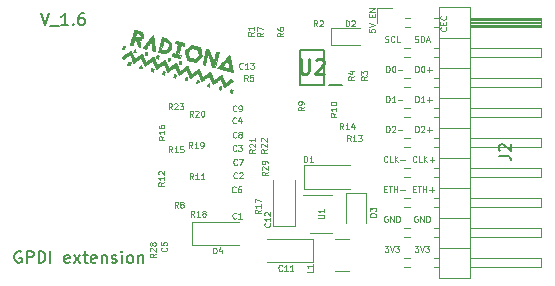
<source format=gbr>
G04 #@! TF.GenerationSoftware,KiCad,Pcbnew,7.0.6+dfsg-1*
G04 #@! TF.CreationDate,2023-08-23T13:02:17+02:00*
G04 #@! TF.ProjectId,GPDI_ULX3S,47504449-5f55-44c5-9833-532e6b696361,1.6*
G04 #@! TF.SameCoordinates,Original*
G04 #@! TF.FileFunction,Legend,Top*
G04 #@! TF.FilePolarity,Positive*
%FSLAX46Y46*%
G04 Gerber Fmt 4.6, Leading zero omitted, Abs format (unit mm)*
G04 Created by KiCad (PCBNEW 7.0.6+dfsg-1) date 2023-08-23 13:02:17*
%MOMM*%
%LPD*%
G01*
G04 APERTURE LIST*
%ADD10C,0.100000*%
%ADD11C,0.200000*%
%ADD12C,0.254000*%
%ADD13C,0.125000*%
%ADD14C,0.150000*%
%ADD15C,0.120000*%
%ADD16C,0.010000*%
G04 APERTURE END LIST*
D10*
X145752428Y-74013109D02*
X145752428Y-73513109D01*
X145752428Y-73513109D02*
X145871476Y-73513109D01*
X145871476Y-73513109D02*
X145942904Y-73536919D01*
X145942904Y-73536919D02*
X145990523Y-73584538D01*
X145990523Y-73584538D02*
X146014333Y-73632157D01*
X146014333Y-73632157D02*
X146038142Y-73727395D01*
X146038142Y-73727395D02*
X146038142Y-73798823D01*
X146038142Y-73798823D02*
X146014333Y-73894061D01*
X146014333Y-73894061D02*
X145990523Y-73941680D01*
X145990523Y-73941680D02*
X145942904Y-73989300D01*
X145942904Y-73989300D02*
X145871476Y-74013109D01*
X145871476Y-74013109D02*
X145752428Y-74013109D01*
X146514333Y-74013109D02*
X146228619Y-74013109D01*
X146371476Y-74013109D02*
X146371476Y-73513109D01*
X146371476Y-73513109D02*
X146323857Y-73584538D01*
X146323857Y-73584538D02*
X146276238Y-73632157D01*
X146276238Y-73632157D02*
X146228619Y-73655966D01*
X146728618Y-73822633D02*
X147109571Y-73822633D01*
X146919094Y-74013109D02*
X146919094Y-73632157D01*
X145752428Y-71473109D02*
X145752428Y-70973109D01*
X145752428Y-70973109D02*
X145871476Y-70973109D01*
X145871476Y-70973109D02*
X145942904Y-70996919D01*
X145942904Y-70996919D02*
X145990523Y-71044538D01*
X145990523Y-71044538D02*
X146014333Y-71092157D01*
X146014333Y-71092157D02*
X146038142Y-71187395D01*
X146038142Y-71187395D02*
X146038142Y-71258823D01*
X146038142Y-71258823D02*
X146014333Y-71354061D01*
X146014333Y-71354061D02*
X145990523Y-71401680D01*
X145990523Y-71401680D02*
X145942904Y-71449300D01*
X145942904Y-71449300D02*
X145871476Y-71473109D01*
X145871476Y-71473109D02*
X145752428Y-71473109D01*
X146347666Y-70973109D02*
X146395285Y-70973109D01*
X146395285Y-70973109D02*
X146442904Y-70996919D01*
X146442904Y-70996919D02*
X146466714Y-71020728D01*
X146466714Y-71020728D02*
X146490523Y-71068347D01*
X146490523Y-71068347D02*
X146514333Y-71163585D01*
X146514333Y-71163585D02*
X146514333Y-71282633D01*
X146514333Y-71282633D02*
X146490523Y-71377871D01*
X146490523Y-71377871D02*
X146466714Y-71425490D01*
X146466714Y-71425490D02*
X146442904Y-71449300D01*
X146442904Y-71449300D02*
X146395285Y-71473109D01*
X146395285Y-71473109D02*
X146347666Y-71473109D01*
X146347666Y-71473109D02*
X146300047Y-71449300D01*
X146300047Y-71449300D02*
X146276238Y-71425490D01*
X146276238Y-71425490D02*
X146252428Y-71377871D01*
X146252428Y-71377871D02*
X146228619Y-71282633D01*
X146228619Y-71282633D02*
X146228619Y-71163585D01*
X146228619Y-71163585D02*
X146252428Y-71068347D01*
X146252428Y-71068347D02*
X146276238Y-71020728D01*
X146276238Y-71020728D02*
X146300047Y-70996919D01*
X146300047Y-70996919D02*
X146347666Y-70973109D01*
X146728618Y-71282633D02*
X147109571Y-71282633D01*
X146919094Y-71473109D02*
X146919094Y-71092157D01*
X145752428Y-76553109D02*
X145752428Y-76053109D01*
X145752428Y-76053109D02*
X145871476Y-76053109D01*
X145871476Y-76053109D02*
X145942904Y-76076919D01*
X145942904Y-76076919D02*
X145990523Y-76124538D01*
X145990523Y-76124538D02*
X146014333Y-76172157D01*
X146014333Y-76172157D02*
X146038142Y-76267395D01*
X146038142Y-76267395D02*
X146038142Y-76338823D01*
X146038142Y-76338823D02*
X146014333Y-76434061D01*
X146014333Y-76434061D02*
X145990523Y-76481680D01*
X145990523Y-76481680D02*
X145942904Y-76529300D01*
X145942904Y-76529300D02*
X145871476Y-76553109D01*
X145871476Y-76553109D02*
X145752428Y-76553109D01*
X146228619Y-76100728D02*
X146252428Y-76076919D01*
X146252428Y-76076919D02*
X146300047Y-76053109D01*
X146300047Y-76053109D02*
X146419095Y-76053109D01*
X146419095Y-76053109D02*
X146466714Y-76076919D01*
X146466714Y-76076919D02*
X146490523Y-76100728D01*
X146490523Y-76100728D02*
X146514333Y-76148347D01*
X146514333Y-76148347D02*
X146514333Y-76195966D01*
X146514333Y-76195966D02*
X146490523Y-76267395D01*
X146490523Y-76267395D02*
X146204809Y-76553109D01*
X146204809Y-76553109D02*
X146514333Y-76553109D01*
X146728618Y-76362633D02*
X147109571Y-76362633D01*
X146919094Y-76553109D02*
X146919094Y-76172157D01*
X145923047Y-83696919D02*
X145875428Y-83673109D01*
X145875428Y-83673109D02*
X145803999Y-83673109D01*
X145803999Y-83673109D02*
X145732571Y-83696919D01*
X145732571Y-83696919D02*
X145684952Y-83744538D01*
X145684952Y-83744538D02*
X145661142Y-83792157D01*
X145661142Y-83792157D02*
X145637333Y-83887395D01*
X145637333Y-83887395D02*
X145637333Y-83958823D01*
X145637333Y-83958823D02*
X145661142Y-84054061D01*
X145661142Y-84054061D02*
X145684952Y-84101680D01*
X145684952Y-84101680D02*
X145732571Y-84149300D01*
X145732571Y-84149300D02*
X145803999Y-84173109D01*
X145803999Y-84173109D02*
X145851618Y-84173109D01*
X145851618Y-84173109D02*
X145923047Y-84149300D01*
X145923047Y-84149300D02*
X145946856Y-84125490D01*
X145946856Y-84125490D02*
X145946856Y-83958823D01*
X145946856Y-83958823D02*
X145851618Y-83958823D01*
X146161142Y-84173109D02*
X146161142Y-83673109D01*
X146161142Y-83673109D02*
X146446856Y-84173109D01*
X146446856Y-84173109D02*
X146446856Y-83673109D01*
X146684952Y-84173109D02*
X146684952Y-83673109D01*
X146684952Y-83673109D02*
X146804000Y-83673109D01*
X146804000Y-83673109D02*
X146875428Y-83696919D01*
X146875428Y-83696919D02*
X146923047Y-83744538D01*
X146923047Y-83744538D02*
X146946857Y-83792157D01*
X146946857Y-83792157D02*
X146970666Y-83887395D01*
X146970666Y-83887395D02*
X146970666Y-83958823D01*
X146970666Y-83958823D02*
X146946857Y-84054061D01*
X146946857Y-84054061D02*
X146923047Y-84101680D01*
X146923047Y-84101680D02*
X146875428Y-84149300D01*
X146875428Y-84149300D02*
X146804000Y-84173109D01*
X146804000Y-84173109D02*
X146684952Y-84173109D01*
X145823856Y-79045490D02*
X145800047Y-79069300D01*
X145800047Y-79069300D02*
X145728618Y-79093109D01*
X145728618Y-79093109D02*
X145680999Y-79093109D01*
X145680999Y-79093109D02*
X145609571Y-79069300D01*
X145609571Y-79069300D02*
X145561952Y-79021680D01*
X145561952Y-79021680D02*
X145538142Y-78974061D01*
X145538142Y-78974061D02*
X145514333Y-78878823D01*
X145514333Y-78878823D02*
X145514333Y-78807395D01*
X145514333Y-78807395D02*
X145538142Y-78712157D01*
X145538142Y-78712157D02*
X145561952Y-78664538D01*
X145561952Y-78664538D02*
X145609571Y-78616919D01*
X145609571Y-78616919D02*
X145680999Y-78593109D01*
X145680999Y-78593109D02*
X145728618Y-78593109D01*
X145728618Y-78593109D02*
X145800047Y-78616919D01*
X145800047Y-78616919D02*
X145823856Y-78640728D01*
X146276237Y-79093109D02*
X146038142Y-79093109D01*
X146038142Y-79093109D02*
X146038142Y-78593109D01*
X146442904Y-79093109D02*
X146442904Y-78593109D01*
X146728618Y-79093109D02*
X146514333Y-78807395D01*
X146728618Y-78593109D02*
X146442904Y-78878823D01*
X146942904Y-78902633D02*
X147323857Y-78902633D01*
X147133380Y-79093109D02*
X147133380Y-78712157D01*
X145696858Y-68909300D02*
X145768286Y-68933109D01*
X145768286Y-68933109D02*
X145887334Y-68933109D01*
X145887334Y-68933109D02*
X145934953Y-68909300D01*
X145934953Y-68909300D02*
X145958762Y-68885490D01*
X145958762Y-68885490D02*
X145982572Y-68837871D01*
X145982572Y-68837871D02*
X145982572Y-68790252D01*
X145982572Y-68790252D02*
X145958762Y-68742633D01*
X145958762Y-68742633D02*
X145934953Y-68718823D01*
X145934953Y-68718823D02*
X145887334Y-68695014D01*
X145887334Y-68695014D02*
X145792096Y-68671204D01*
X145792096Y-68671204D02*
X145744477Y-68647395D01*
X145744477Y-68647395D02*
X145720667Y-68623585D01*
X145720667Y-68623585D02*
X145696858Y-68575966D01*
X145696858Y-68575966D02*
X145696858Y-68528347D01*
X145696858Y-68528347D02*
X145720667Y-68480728D01*
X145720667Y-68480728D02*
X145744477Y-68456919D01*
X145744477Y-68456919D02*
X145792096Y-68433109D01*
X145792096Y-68433109D02*
X145911143Y-68433109D01*
X145911143Y-68433109D02*
X145982572Y-68456919D01*
X146196857Y-68933109D02*
X146196857Y-68433109D01*
X146196857Y-68433109D02*
X146315905Y-68433109D01*
X146315905Y-68433109D02*
X146387333Y-68456919D01*
X146387333Y-68456919D02*
X146434952Y-68504538D01*
X146434952Y-68504538D02*
X146458762Y-68552157D01*
X146458762Y-68552157D02*
X146482571Y-68647395D01*
X146482571Y-68647395D02*
X146482571Y-68718823D01*
X146482571Y-68718823D02*
X146458762Y-68814061D01*
X146458762Y-68814061D02*
X146434952Y-68861680D01*
X146434952Y-68861680D02*
X146387333Y-68909300D01*
X146387333Y-68909300D02*
X146315905Y-68933109D01*
X146315905Y-68933109D02*
X146196857Y-68933109D01*
X146673048Y-68790252D02*
X146911143Y-68790252D01*
X146625429Y-68933109D02*
X146792095Y-68433109D01*
X146792095Y-68433109D02*
X146958762Y-68933109D01*
X148320950Y-67696608D02*
X148344760Y-67720417D01*
X148344760Y-67720417D02*
X148368569Y-67791846D01*
X148368569Y-67791846D02*
X148368569Y-67839465D01*
X148368569Y-67839465D02*
X148344760Y-67910893D01*
X148344760Y-67910893D02*
X148297140Y-67958512D01*
X148297140Y-67958512D02*
X148249521Y-67982322D01*
X148249521Y-67982322D02*
X148154283Y-68006131D01*
X148154283Y-68006131D02*
X148082855Y-68006131D01*
X148082855Y-68006131D02*
X147987617Y-67982322D01*
X147987617Y-67982322D02*
X147939998Y-67958512D01*
X147939998Y-67958512D02*
X147892379Y-67910893D01*
X147892379Y-67910893D02*
X147868569Y-67839465D01*
X147868569Y-67839465D02*
X147868569Y-67791846D01*
X147868569Y-67791846D02*
X147892379Y-67720417D01*
X147892379Y-67720417D02*
X147916188Y-67696608D01*
X148106664Y-67482322D02*
X148106664Y-67315655D01*
X148368569Y-67244227D02*
X148368569Y-67482322D01*
X148368569Y-67482322D02*
X147868569Y-67482322D01*
X147868569Y-67482322D02*
X147868569Y-67244227D01*
X148320950Y-66744227D02*
X148344760Y-66768036D01*
X148344760Y-66768036D02*
X148368569Y-66839465D01*
X148368569Y-66839465D02*
X148368569Y-66887084D01*
X148368569Y-66887084D02*
X148344760Y-66958512D01*
X148344760Y-66958512D02*
X148297140Y-67006131D01*
X148297140Y-67006131D02*
X148249521Y-67029941D01*
X148249521Y-67029941D02*
X148154283Y-67053750D01*
X148154283Y-67053750D02*
X148082855Y-67053750D01*
X148082855Y-67053750D02*
X147987617Y-67029941D01*
X147987617Y-67029941D02*
X147939998Y-67006131D01*
X147939998Y-67006131D02*
X147892379Y-66958512D01*
X147892379Y-66958512D02*
X147868569Y-66887084D01*
X147868569Y-66887084D02*
X147868569Y-66839465D01*
X147868569Y-66839465D02*
X147892379Y-66768036D01*
X147892379Y-66768036D02*
X147916188Y-66744227D01*
X145561952Y-81371204D02*
X145728619Y-81371204D01*
X145800047Y-81633109D02*
X145561952Y-81633109D01*
X145561952Y-81633109D02*
X145561952Y-81133109D01*
X145561952Y-81133109D02*
X145800047Y-81133109D01*
X145942905Y-81133109D02*
X146228619Y-81133109D01*
X146085762Y-81633109D02*
X146085762Y-81133109D01*
X146395285Y-81633109D02*
X146395285Y-81133109D01*
X146395285Y-81371204D02*
X146680999Y-81371204D01*
X146680999Y-81633109D02*
X146680999Y-81133109D01*
X146919095Y-81442633D02*
X147300048Y-81442633D01*
X147109571Y-81633109D02*
X147109571Y-81252157D01*
X145684953Y-86213109D02*
X145994477Y-86213109D01*
X145994477Y-86213109D02*
X145827810Y-86403585D01*
X145827810Y-86403585D02*
X145899239Y-86403585D01*
X145899239Y-86403585D02*
X145946858Y-86427395D01*
X145946858Y-86427395D02*
X145970667Y-86451204D01*
X145970667Y-86451204D02*
X145994477Y-86498823D01*
X145994477Y-86498823D02*
X145994477Y-86617871D01*
X145994477Y-86617871D02*
X145970667Y-86665490D01*
X145970667Y-86665490D02*
X145946858Y-86689300D01*
X145946858Y-86689300D02*
X145899239Y-86713109D01*
X145899239Y-86713109D02*
X145756382Y-86713109D01*
X145756382Y-86713109D02*
X145708763Y-86689300D01*
X145708763Y-86689300D02*
X145684953Y-86665490D01*
X146137334Y-86213109D02*
X146304000Y-86713109D01*
X146304000Y-86713109D02*
X146470667Y-86213109D01*
X146589714Y-86213109D02*
X146899238Y-86213109D01*
X146899238Y-86213109D02*
X146732571Y-86403585D01*
X146732571Y-86403585D02*
X146804000Y-86403585D01*
X146804000Y-86403585D02*
X146851619Y-86427395D01*
X146851619Y-86427395D02*
X146875428Y-86451204D01*
X146875428Y-86451204D02*
X146899238Y-86498823D01*
X146899238Y-86498823D02*
X146899238Y-86617871D01*
X146899238Y-86617871D02*
X146875428Y-86665490D01*
X146875428Y-86665490D02*
X146851619Y-86689300D01*
X146851619Y-86689300D02*
X146804000Y-86713109D01*
X146804000Y-86713109D02*
X146661143Y-86713109D01*
X146661143Y-86713109D02*
X146613524Y-86689300D01*
X146613524Y-86689300D02*
X146589714Y-86665490D01*
X143168762Y-68909300D02*
X143240190Y-68933109D01*
X143240190Y-68933109D02*
X143359238Y-68933109D01*
X143359238Y-68933109D02*
X143406857Y-68909300D01*
X143406857Y-68909300D02*
X143430666Y-68885490D01*
X143430666Y-68885490D02*
X143454476Y-68837871D01*
X143454476Y-68837871D02*
X143454476Y-68790252D01*
X143454476Y-68790252D02*
X143430666Y-68742633D01*
X143430666Y-68742633D02*
X143406857Y-68718823D01*
X143406857Y-68718823D02*
X143359238Y-68695014D01*
X143359238Y-68695014D02*
X143264000Y-68671204D01*
X143264000Y-68671204D02*
X143216381Y-68647395D01*
X143216381Y-68647395D02*
X143192571Y-68623585D01*
X143192571Y-68623585D02*
X143168762Y-68575966D01*
X143168762Y-68575966D02*
X143168762Y-68528347D01*
X143168762Y-68528347D02*
X143192571Y-68480728D01*
X143192571Y-68480728D02*
X143216381Y-68456919D01*
X143216381Y-68456919D02*
X143264000Y-68433109D01*
X143264000Y-68433109D02*
X143383047Y-68433109D01*
X143383047Y-68433109D02*
X143454476Y-68456919D01*
X143954475Y-68885490D02*
X143930666Y-68909300D01*
X143930666Y-68909300D02*
X143859237Y-68933109D01*
X143859237Y-68933109D02*
X143811618Y-68933109D01*
X143811618Y-68933109D02*
X143740190Y-68909300D01*
X143740190Y-68909300D02*
X143692571Y-68861680D01*
X143692571Y-68861680D02*
X143668761Y-68814061D01*
X143668761Y-68814061D02*
X143644952Y-68718823D01*
X143644952Y-68718823D02*
X143644952Y-68647395D01*
X143644952Y-68647395D02*
X143668761Y-68552157D01*
X143668761Y-68552157D02*
X143692571Y-68504538D01*
X143692571Y-68504538D02*
X143740190Y-68456919D01*
X143740190Y-68456919D02*
X143811618Y-68433109D01*
X143811618Y-68433109D02*
X143859237Y-68433109D01*
X143859237Y-68433109D02*
X143930666Y-68456919D01*
X143930666Y-68456919D02*
X143954475Y-68480728D01*
X144406856Y-68933109D02*
X144168761Y-68933109D01*
X144168761Y-68933109D02*
X144168761Y-68433109D01*
X143286428Y-74013109D02*
X143286428Y-73513109D01*
X143286428Y-73513109D02*
X143405476Y-73513109D01*
X143405476Y-73513109D02*
X143476904Y-73536919D01*
X143476904Y-73536919D02*
X143524523Y-73584538D01*
X143524523Y-73584538D02*
X143548333Y-73632157D01*
X143548333Y-73632157D02*
X143572142Y-73727395D01*
X143572142Y-73727395D02*
X143572142Y-73798823D01*
X143572142Y-73798823D02*
X143548333Y-73894061D01*
X143548333Y-73894061D02*
X143524523Y-73941680D01*
X143524523Y-73941680D02*
X143476904Y-73989300D01*
X143476904Y-73989300D02*
X143405476Y-74013109D01*
X143405476Y-74013109D02*
X143286428Y-74013109D01*
X144048333Y-74013109D02*
X143762619Y-74013109D01*
X143905476Y-74013109D02*
X143905476Y-73513109D01*
X143905476Y-73513109D02*
X143857857Y-73584538D01*
X143857857Y-73584538D02*
X143810238Y-73632157D01*
X143810238Y-73632157D02*
X143762619Y-73655966D01*
X144262618Y-73822633D02*
X144643571Y-73822633D01*
X141808569Y-67868989D02*
X141808569Y-68107084D01*
X141808569Y-68107084D02*
X142046664Y-68130893D01*
X142046664Y-68130893D02*
X142022855Y-68107084D01*
X142022855Y-68107084D02*
X141999045Y-68059465D01*
X141999045Y-68059465D02*
X141999045Y-67940417D01*
X141999045Y-67940417D02*
X142022855Y-67892798D01*
X142022855Y-67892798D02*
X142046664Y-67868989D01*
X142046664Y-67868989D02*
X142094283Y-67845179D01*
X142094283Y-67845179D02*
X142213331Y-67845179D01*
X142213331Y-67845179D02*
X142260950Y-67868989D01*
X142260950Y-67868989D02*
X142284760Y-67892798D01*
X142284760Y-67892798D02*
X142308569Y-67940417D01*
X142308569Y-67940417D02*
X142308569Y-68059465D01*
X142308569Y-68059465D02*
X142284760Y-68107084D01*
X142284760Y-68107084D02*
X142260950Y-68130893D01*
X141808569Y-67702322D02*
X142308569Y-67535656D01*
X142308569Y-67535656D02*
X141808569Y-67368989D01*
X142046664Y-66821371D02*
X142046664Y-66654704D01*
X142308569Y-66583276D02*
X142308569Y-66821371D01*
X142308569Y-66821371D02*
X141808569Y-66821371D01*
X141808569Y-66821371D02*
X141808569Y-66583276D01*
X142308569Y-66368990D02*
X141808569Y-66368990D01*
X141808569Y-66368990D02*
X142308569Y-66083276D01*
X142308569Y-66083276D02*
X141808569Y-66083276D01*
X143286428Y-76553109D02*
X143286428Y-76053109D01*
X143286428Y-76053109D02*
X143405476Y-76053109D01*
X143405476Y-76053109D02*
X143476904Y-76076919D01*
X143476904Y-76076919D02*
X143524523Y-76124538D01*
X143524523Y-76124538D02*
X143548333Y-76172157D01*
X143548333Y-76172157D02*
X143572142Y-76267395D01*
X143572142Y-76267395D02*
X143572142Y-76338823D01*
X143572142Y-76338823D02*
X143548333Y-76434061D01*
X143548333Y-76434061D02*
X143524523Y-76481680D01*
X143524523Y-76481680D02*
X143476904Y-76529300D01*
X143476904Y-76529300D02*
X143405476Y-76553109D01*
X143405476Y-76553109D02*
X143286428Y-76553109D01*
X143762619Y-76100728D02*
X143786428Y-76076919D01*
X143786428Y-76076919D02*
X143834047Y-76053109D01*
X143834047Y-76053109D02*
X143953095Y-76053109D01*
X143953095Y-76053109D02*
X144000714Y-76076919D01*
X144000714Y-76076919D02*
X144024523Y-76100728D01*
X144024523Y-76100728D02*
X144048333Y-76148347D01*
X144048333Y-76148347D02*
X144048333Y-76195966D01*
X144048333Y-76195966D02*
X144024523Y-76267395D01*
X144024523Y-76267395D02*
X143738809Y-76553109D01*
X143738809Y-76553109D02*
X144048333Y-76553109D01*
X144262618Y-76362633D02*
X144643571Y-76362633D01*
X143286428Y-71473109D02*
X143286428Y-70973109D01*
X143286428Y-70973109D02*
X143405476Y-70973109D01*
X143405476Y-70973109D02*
X143476904Y-70996919D01*
X143476904Y-70996919D02*
X143524523Y-71044538D01*
X143524523Y-71044538D02*
X143548333Y-71092157D01*
X143548333Y-71092157D02*
X143572142Y-71187395D01*
X143572142Y-71187395D02*
X143572142Y-71258823D01*
X143572142Y-71258823D02*
X143548333Y-71354061D01*
X143548333Y-71354061D02*
X143524523Y-71401680D01*
X143524523Y-71401680D02*
X143476904Y-71449300D01*
X143476904Y-71449300D02*
X143405476Y-71473109D01*
X143405476Y-71473109D02*
X143286428Y-71473109D01*
X143881666Y-70973109D02*
X143929285Y-70973109D01*
X143929285Y-70973109D02*
X143976904Y-70996919D01*
X143976904Y-70996919D02*
X144000714Y-71020728D01*
X144000714Y-71020728D02*
X144024523Y-71068347D01*
X144024523Y-71068347D02*
X144048333Y-71163585D01*
X144048333Y-71163585D02*
X144048333Y-71282633D01*
X144048333Y-71282633D02*
X144024523Y-71377871D01*
X144024523Y-71377871D02*
X144000714Y-71425490D01*
X144000714Y-71425490D02*
X143976904Y-71449300D01*
X143976904Y-71449300D02*
X143929285Y-71473109D01*
X143929285Y-71473109D02*
X143881666Y-71473109D01*
X143881666Y-71473109D02*
X143834047Y-71449300D01*
X143834047Y-71449300D02*
X143810238Y-71425490D01*
X143810238Y-71425490D02*
X143786428Y-71377871D01*
X143786428Y-71377871D02*
X143762619Y-71282633D01*
X143762619Y-71282633D02*
X143762619Y-71163585D01*
X143762619Y-71163585D02*
X143786428Y-71068347D01*
X143786428Y-71068347D02*
X143810238Y-71020728D01*
X143810238Y-71020728D02*
X143834047Y-70996919D01*
X143834047Y-70996919D02*
X143881666Y-70973109D01*
X144262618Y-71282633D02*
X144643571Y-71282633D01*
X143357856Y-79045490D02*
X143334047Y-79069300D01*
X143334047Y-79069300D02*
X143262618Y-79093109D01*
X143262618Y-79093109D02*
X143214999Y-79093109D01*
X143214999Y-79093109D02*
X143143571Y-79069300D01*
X143143571Y-79069300D02*
X143095952Y-79021680D01*
X143095952Y-79021680D02*
X143072142Y-78974061D01*
X143072142Y-78974061D02*
X143048333Y-78878823D01*
X143048333Y-78878823D02*
X143048333Y-78807395D01*
X143048333Y-78807395D02*
X143072142Y-78712157D01*
X143072142Y-78712157D02*
X143095952Y-78664538D01*
X143095952Y-78664538D02*
X143143571Y-78616919D01*
X143143571Y-78616919D02*
X143214999Y-78593109D01*
X143214999Y-78593109D02*
X143262618Y-78593109D01*
X143262618Y-78593109D02*
X143334047Y-78616919D01*
X143334047Y-78616919D02*
X143357856Y-78640728D01*
X143810237Y-79093109D02*
X143572142Y-79093109D01*
X143572142Y-79093109D02*
X143572142Y-78593109D01*
X143976904Y-79093109D02*
X143976904Y-78593109D01*
X144262618Y-79093109D02*
X144048333Y-78807395D01*
X144262618Y-78593109D02*
X143976904Y-78878823D01*
X144476904Y-78902633D02*
X144857857Y-78902633D01*
X143095952Y-81371204D02*
X143262619Y-81371204D01*
X143334047Y-81633109D02*
X143095952Y-81633109D01*
X143095952Y-81633109D02*
X143095952Y-81133109D01*
X143095952Y-81133109D02*
X143334047Y-81133109D01*
X143476905Y-81133109D02*
X143762619Y-81133109D01*
X143619762Y-81633109D02*
X143619762Y-81133109D01*
X143929285Y-81633109D02*
X143929285Y-81133109D01*
X143929285Y-81371204D02*
X144214999Y-81371204D01*
X144214999Y-81633109D02*
X144214999Y-81133109D01*
X144453095Y-81442633D02*
X144834048Y-81442633D01*
X143383047Y-83696919D02*
X143335428Y-83673109D01*
X143335428Y-83673109D02*
X143263999Y-83673109D01*
X143263999Y-83673109D02*
X143192571Y-83696919D01*
X143192571Y-83696919D02*
X143144952Y-83744538D01*
X143144952Y-83744538D02*
X143121142Y-83792157D01*
X143121142Y-83792157D02*
X143097333Y-83887395D01*
X143097333Y-83887395D02*
X143097333Y-83958823D01*
X143097333Y-83958823D02*
X143121142Y-84054061D01*
X143121142Y-84054061D02*
X143144952Y-84101680D01*
X143144952Y-84101680D02*
X143192571Y-84149300D01*
X143192571Y-84149300D02*
X143263999Y-84173109D01*
X143263999Y-84173109D02*
X143311618Y-84173109D01*
X143311618Y-84173109D02*
X143383047Y-84149300D01*
X143383047Y-84149300D02*
X143406856Y-84125490D01*
X143406856Y-84125490D02*
X143406856Y-83958823D01*
X143406856Y-83958823D02*
X143311618Y-83958823D01*
X143621142Y-84173109D02*
X143621142Y-83673109D01*
X143621142Y-83673109D02*
X143906856Y-84173109D01*
X143906856Y-84173109D02*
X143906856Y-83673109D01*
X144144952Y-84173109D02*
X144144952Y-83673109D01*
X144144952Y-83673109D02*
X144264000Y-83673109D01*
X144264000Y-83673109D02*
X144335428Y-83696919D01*
X144335428Y-83696919D02*
X144383047Y-83744538D01*
X144383047Y-83744538D02*
X144406857Y-83792157D01*
X144406857Y-83792157D02*
X144430666Y-83887395D01*
X144430666Y-83887395D02*
X144430666Y-83958823D01*
X144430666Y-83958823D02*
X144406857Y-84054061D01*
X144406857Y-84054061D02*
X144383047Y-84101680D01*
X144383047Y-84101680D02*
X144335428Y-84149300D01*
X144335428Y-84149300D02*
X144264000Y-84173109D01*
X144264000Y-84173109D02*
X144144952Y-84173109D01*
X143144953Y-86213109D02*
X143454477Y-86213109D01*
X143454477Y-86213109D02*
X143287810Y-86403585D01*
X143287810Y-86403585D02*
X143359239Y-86403585D01*
X143359239Y-86403585D02*
X143406858Y-86427395D01*
X143406858Y-86427395D02*
X143430667Y-86451204D01*
X143430667Y-86451204D02*
X143454477Y-86498823D01*
X143454477Y-86498823D02*
X143454477Y-86617871D01*
X143454477Y-86617871D02*
X143430667Y-86665490D01*
X143430667Y-86665490D02*
X143406858Y-86689300D01*
X143406858Y-86689300D02*
X143359239Y-86713109D01*
X143359239Y-86713109D02*
X143216382Y-86713109D01*
X143216382Y-86713109D02*
X143168763Y-86689300D01*
X143168763Y-86689300D02*
X143144953Y-86665490D01*
X143597334Y-86213109D02*
X143764000Y-86713109D01*
X143764000Y-86713109D02*
X143930667Y-86213109D01*
X144049714Y-86213109D02*
X144359238Y-86213109D01*
X144359238Y-86213109D02*
X144192571Y-86403585D01*
X144192571Y-86403585D02*
X144264000Y-86403585D01*
X144264000Y-86403585D02*
X144311619Y-86427395D01*
X144311619Y-86427395D02*
X144335428Y-86451204D01*
X144335428Y-86451204D02*
X144359238Y-86498823D01*
X144359238Y-86498823D02*
X144359238Y-86617871D01*
X144359238Y-86617871D02*
X144335428Y-86665490D01*
X144335428Y-86665490D02*
X144311619Y-86689300D01*
X144311619Y-86689300D02*
X144264000Y-86713109D01*
X144264000Y-86713109D02*
X144121143Y-86713109D01*
X144121143Y-86713109D02*
X144073524Y-86689300D01*
X144073524Y-86689300D02*
X144049714Y-86665490D01*
D11*
X112366477Y-86690518D02*
X112271239Y-86642899D01*
X112271239Y-86642899D02*
X112128382Y-86642899D01*
X112128382Y-86642899D02*
X111985525Y-86690518D01*
X111985525Y-86690518D02*
X111890287Y-86785756D01*
X111890287Y-86785756D02*
X111842668Y-86880994D01*
X111842668Y-86880994D02*
X111795049Y-87071470D01*
X111795049Y-87071470D02*
X111795049Y-87214327D01*
X111795049Y-87214327D02*
X111842668Y-87404803D01*
X111842668Y-87404803D02*
X111890287Y-87500041D01*
X111890287Y-87500041D02*
X111985525Y-87595280D01*
X111985525Y-87595280D02*
X112128382Y-87642899D01*
X112128382Y-87642899D02*
X112223620Y-87642899D01*
X112223620Y-87642899D02*
X112366477Y-87595280D01*
X112366477Y-87595280D02*
X112414096Y-87547660D01*
X112414096Y-87547660D02*
X112414096Y-87214327D01*
X112414096Y-87214327D02*
X112223620Y-87214327D01*
X112842668Y-87642899D02*
X112842668Y-86642899D01*
X112842668Y-86642899D02*
X113223620Y-86642899D01*
X113223620Y-86642899D02*
X113318858Y-86690518D01*
X113318858Y-86690518D02*
X113366477Y-86738137D01*
X113366477Y-86738137D02*
X113414096Y-86833375D01*
X113414096Y-86833375D02*
X113414096Y-86976232D01*
X113414096Y-86976232D02*
X113366477Y-87071470D01*
X113366477Y-87071470D02*
X113318858Y-87119089D01*
X113318858Y-87119089D02*
X113223620Y-87166708D01*
X113223620Y-87166708D02*
X112842668Y-87166708D01*
X113842668Y-87642899D02*
X113842668Y-86642899D01*
X113842668Y-86642899D02*
X114080763Y-86642899D01*
X114080763Y-86642899D02*
X114223620Y-86690518D01*
X114223620Y-86690518D02*
X114318858Y-86785756D01*
X114318858Y-86785756D02*
X114366477Y-86880994D01*
X114366477Y-86880994D02*
X114414096Y-87071470D01*
X114414096Y-87071470D02*
X114414096Y-87214327D01*
X114414096Y-87214327D02*
X114366477Y-87404803D01*
X114366477Y-87404803D02*
X114318858Y-87500041D01*
X114318858Y-87500041D02*
X114223620Y-87595280D01*
X114223620Y-87595280D02*
X114080763Y-87642899D01*
X114080763Y-87642899D02*
X113842668Y-87642899D01*
X114842668Y-87642899D02*
X114842668Y-86642899D01*
X116461715Y-87595280D02*
X116366477Y-87642899D01*
X116366477Y-87642899D02*
X116176001Y-87642899D01*
X116176001Y-87642899D02*
X116080763Y-87595280D01*
X116080763Y-87595280D02*
X116033144Y-87500041D01*
X116033144Y-87500041D02*
X116033144Y-87119089D01*
X116033144Y-87119089D02*
X116080763Y-87023851D01*
X116080763Y-87023851D02*
X116176001Y-86976232D01*
X116176001Y-86976232D02*
X116366477Y-86976232D01*
X116366477Y-86976232D02*
X116461715Y-87023851D01*
X116461715Y-87023851D02*
X116509334Y-87119089D01*
X116509334Y-87119089D02*
X116509334Y-87214327D01*
X116509334Y-87214327D02*
X116033144Y-87309565D01*
X116842668Y-87642899D02*
X117366477Y-86976232D01*
X116842668Y-86976232D02*
X117366477Y-87642899D01*
X117604573Y-86976232D02*
X117985525Y-86976232D01*
X117747430Y-86642899D02*
X117747430Y-87500041D01*
X117747430Y-87500041D02*
X117795049Y-87595280D01*
X117795049Y-87595280D02*
X117890287Y-87642899D01*
X117890287Y-87642899D02*
X117985525Y-87642899D01*
X118699811Y-87595280D02*
X118604573Y-87642899D01*
X118604573Y-87642899D02*
X118414097Y-87642899D01*
X118414097Y-87642899D02*
X118318859Y-87595280D01*
X118318859Y-87595280D02*
X118271240Y-87500041D01*
X118271240Y-87500041D02*
X118271240Y-87119089D01*
X118271240Y-87119089D02*
X118318859Y-87023851D01*
X118318859Y-87023851D02*
X118414097Y-86976232D01*
X118414097Y-86976232D02*
X118604573Y-86976232D01*
X118604573Y-86976232D02*
X118699811Y-87023851D01*
X118699811Y-87023851D02*
X118747430Y-87119089D01*
X118747430Y-87119089D02*
X118747430Y-87214327D01*
X118747430Y-87214327D02*
X118271240Y-87309565D01*
X119176002Y-86976232D02*
X119176002Y-87642899D01*
X119176002Y-87071470D02*
X119223621Y-87023851D01*
X119223621Y-87023851D02*
X119318859Y-86976232D01*
X119318859Y-86976232D02*
X119461716Y-86976232D01*
X119461716Y-86976232D02*
X119556954Y-87023851D01*
X119556954Y-87023851D02*
X119604573Y-87119089D01*
X119604573Y-87119089D02*
X119604573Y-87642899D01*
X120033145Y-87595280D02*
X120128383Y-87642899D01*
X120128383Y-87642899D02*
X120318859Y-87642899D01*
X120318859Y-87642899D02*
X120414097Y-87595280D01*
X120414097Y-87595280D02*
X120461716Y-87500041D01*
X120461716Y-87500041D02*
X120461716Y-87452422D01*
X120461716Y-87452422D02*
X120414097Y-87357184D01*
X120414097Y-87357184D02*
X120318859Y-87309565D01*
X120318859Y-87309565D02*
X120176002Y-87309565D01*
X120176002Y-87309565D02*
X120080764Y-87261946D01*
X120080764Y-87261946D02*
X120033145Y-87166708D01*
X120033145Y-87166708D02*
X120033145Y-87119089D01*
X120033145Y-87119089D02*
X120080764Y-87023851D01*
X120080764Y-87023851D02*
X120176002Y-86976232D01*
X120176002Y-86976232D02*
X120318859Y-86976232D01*
X120318859Y-86976232D02*
X120414097Y-87023851D01*
X120890288Y-87642899D02*
X120890288Y-86976232D01*
X120890288Y-86642899D02*
X120842669Y-86690518D01*
X120842669Y-86690518D02*
X120890288Y-86738137D01*
X120890288Y-86738137D02*
X120937907Y-86690518D01*
X120937907Y-86690518D02*
X120890288Y-86642899D01*
X120890288Y-86642899D02*
X120890288Y-86738137D01*
X121509335Y-87642899D02*
X121414097Y-87595280D01*
X121414097Y-87595280D02*
X121366478Y-87547660D01*
X121366478Y-87547660D02*
X121318859Y-87452422D01*
X121318859Y-87452422D02*
X121318859Y-87166708D01*
X121318859Y-87166708D02*
X121366478Y-87071470D01*
X121366478Y-87071470D02*
X121414097Y-87023851D01*
X121414097Y-87023851D02*
X121509335Y-86976232D01*
X121509335Y-86976232D02*
X121652192Y-86976232D01*
X121652192Y-86976232D02*
X121747430Y-87023851D01*
X121747430Y-87023851D02*
X121795049Y-87071470D01*
X121795049Y-87071470D02*
X121842668Y-87166708D01*
X121842668Y-87166708D02*
X121842668Y-87452422D01*
X121842668Y-87452422D02*
X121795049Y-87547660D01*
X121795049Y-87547660D02*
X121747430Y-87595280D01*
X121747430Y-87595280D02*
X121652192Y-87642899D01*
X121652192Y-87642899D02*
X121509335Y-87642899D01*
X122271240Y-86976232D02*
X122271240Y-87642899D01*
X122271240Y-87071470D02*
X122318859Y-87023851D01*
X122318859Y-87023851D02*
X122414097Y-86976232D01*
X122414097Y-86976232D02*
X122556954Y-86976232D01*
X122556954Y-86976232D02*
X122652192Y-87023851D01*
X122652192Y-87023851D02*
X122699811Y-87119089D01*
X122699811Y-87119089D02*
X122699811Y-87642899D01*
X114048171Y-66495619D02*
X114381504Y-67495619D01*
X114381504Y-67495619D02*
X114714837Y-66495619D01*
X114810076Y-67590857D02*
X115571980Y-67590857D01*
X116333885Y-67495619D02*
X115762457Y-67495619D01*
X116048171Y-67495619D02*
X116048171Y-66495619D01*
X116048171Y-66495619D02*
X115952933Y-66638476D01*
X115952933Y-66638476D02*
X115857695Y-66733714D01*
X115857695Y-66733714D02*
X115762457Y-66781333D01*
X116762457Y-67400380D02*
X116810076Y-67448000D01*
X116810076Y-67448000D02*
X116762457Y-67495619D01*
X116762457Y-67495619D02*
X116714838Y-67448000D01*
X116714838Y-67448000D02*
X116762457Y-67400380D01*
X116762457Y-67400380D02*
X116762457Y-67495619D01*
X117667218Y-66495619D02*
X117476742Y-66495619D01*
X117476742Y-66495619D02*
X117381504Y-66543238D01*
X117381504Y-66543238D02*
X117333885Y-66590857D01*
X117333885Y-66590857D02*
X117238647Y-66733714D01*
X117238647Y-66733714D02*
X117191028Y-66924190D01*
X117191028Y-66924190D02*
X117191028Y-67305142D01*
X117191028Y-67305142D02*
X117238647Y-67400380D01*
X117238647Y-67400380D02*
X117286266Y-67448000D01*
X117286266Y-67448000D02*
X117381504Y-67495619D01*
X117381504Y-67495619D02*
X117571980Y-67495619D01*
X117571980Y-67495619D02*
X117667218Y-67448000D01*
X117667218Y-67448000D02*
X117714837Y-67400380D01*
X117714837Y-67400380D02*
X117762456Y-67305142D01*
X117762456Y-67305142D02*
X117762456Y-67067047D01*
X117762456Y-67067047D02*
X117714837Y-66971809D01*
X117714837Y-66971809D02*
X117667218Y-66924190D01*
X117667218Y-66924190D02*
X117571980Y-66876571D01*
X117571980Y-66876571D02*
X117381504Y-66876571D01*
X117381504Y-66876571D02*
X117286266Y-66924190D01*
X117286266Y-66924190D02*
X117238647Y-66971809D01*
X117238647Y-66971809D02*
X117191028Y-67067047D01*
D12*
X136024840Y-70369498D02*
X136024840Y-71397593D01*
X136024840Y-71397593D02*
X136085317Y-71518545D01*
X136085317Y-71518545D02*
X136145793Y-71579022D01*
X136145793Y-71579022D02*
X136266745Y-71639498D01*
X136266745Y-71639498D02*
X136508650Y-71639498D01*
X136508650Y-71639498D02*
X136629602Y-71579022D01*
X136629602Y-71579022D02*
X136690079Y-71518545D01*
X136690079Y-71518545D02*
X136750555Y-71397593D01*
X136750555Y-71397593D02*
X136750555Y-70369498D01*
X137294840Y-70490450D02*
X137355316Y-70429974D01*
X137355316Y-70429974D02*
X137476269Y-70369498D01*
X137476269Y-70369498D02*
X137778650Y-70369498D01*
X137778650Y-70369498D02*
X137899602Y-70429974D01*
X137899602Y-70429974D02*
X137960078Y-70490450D01*
X137960078Y-70490450D02*
X138020555Y-70611402D01*
X138020555Y-70611402D02*
X138020555Y-70732355D01*
X138020555Y-70732355D02*
X137960078Y-70913783D01*
X137960078Y-70913783D02*
X137234364Y-71639498D01*
X137234364Y-71639498D02*
X138020555Y-71639498D01*
D10*
X128623412Y-86841289D02*
X128623412Y-86341289D01*
X128623412Y-86341289D02*
X128742460Y-86341289D01*
X128742460Y-86341289D02*
X128813888Y-86365099D01*
X128813888Y-86365099D02*
X128861507Y-86412718D01*
X128861507Y-86412718D02*
X128885317Y-86460337D01*
X128885317Y-86460337D02*
X128909126Y-86555575D01*
X128909126Y-86555575D02*
X128909126Y-86627003D01*
X128909126Y-86627003D02*
X128885317Y-86722241D01*
X128885317Y-86722241D02*
X128861507Y-86769860D01*
X128861507Y-86769860D02*
X128813888Y-86817480D01*
X128813888Y-86817480D02*
X128742460Y-86841289D01*
X128742460Y-86841289D02*
X128623412Y-86841289D01*
X129337698Y-86507956D02*
X129337698Y-86841289D01*
X129218650Y-86317480D02*
X129099603Y-86674622D01*
X129099603Y-86674622D02*
X129409126Y-86674622D01*
D13*
X134448531Y-88272370D02*
X134424722Y-88296180D01*
X134424722Y-88296180D02*
X134353293Y-88319989D01*
X134353293Y-88319989D02*
X134305674Y-88319989D01*
X134305674Y-88319989D02*
X134234246Y-88296180D01*
X134234246Y-88296180D02*
X134186627Y-88248560D01*
X134186627Y-88248560D02*
X134162817Y-88200941D01*
X134162817Y-88200941D02*
X134139008Y-88105703D01*
X134139008Y-88105703D02*
X134139008Y-88034275D01*
X134139008Y-88034275D02*
X134162817Y-87939037D01*
X134162817Y-87939037D02*
X134186627Y-87891418D01*
X134186627Y-87891418D02*
X134234246Y-87843799D01*
X134234246Y-87843799D02*
X134305674Y-87819989D01*
X134305674Y-87819989D02*
X134353293Y-87819989D01*
X134353293Y-87819989D02*
X134424722Y-87843799D01*
X134424722Y-87843799D02*
X134448531Y-87867608D01*
X134924722Y-88319989D02*
X134639008Y-88319989D01*
X134781865Y-88319989D02*
X134781865Y-87819989D01*
X134781865Y-87819989D02*
X134734246Y-87891418D01*
X134734246Y-87891418D02*
X134686627Y-87939037D01*
X134686627Y-87939037D02*
X134639008Y-87962846D01*
X135400912Y-88319989D02*
X135115198Y-88319989D01*
X135258055Y-88319989D02*
X135258055Y-87819989D01*
X135258055Y-87819989D02*
X135210436Y-87891418D01*
X135210436Y-87891418D02*
X135162817Y-87939037D01*
X135162817Y-87939037D02*
X135115198Y-87962846D01*
X133399650Y-84286608D02*
X133423460Y-84310417D01*
X133423460Y-84310417D02*
X133447269Y-84381846D01*
X133447269Y-84381846D02*
X133447269Y-84429465D01*
X133447269Y-84429465D02*
X133423460Y-84500893D01*
X133423460Y-84500893D02*
X133375840Y-84548512D01*
X133375840Y-84548512D02*
X133328221Y-84572322D01*
X133328221Y-84572322D02*
X133232983Y-84596131D01*
X133232983Y-84596131D02*
X133161555Y-84596131D01*
X133161555Y-84596131D02*
X133066317Y-84572322D01*
X133066317Y-84572322D02*
X133018698Y-84548512D01*
X133018698Y-84548512D02*
X132971079Y-84500893D01*
X132971079Y-84500893D02*
X132947269Y-84429465D01*
X132947269Y-84429465D02*
X132947269Y-84381846D01*
X132947269Y-84381846D02*
X132971079Y-84310417D01*
X132971079Y-84310417D02*
X132994888Y-84286608D01*
X133447269Y-83810417D02*
X133447269Y-84096131D01*
X133447269Y-83953274D02*
X132947269Y-83953274D01*
X132947269Y-83953274D02*
X133018698Y-84000893D01*
X133018698Y-84000893D02*
X133066317Y-84048512D01*
X133066317Y-84048512D02*
X133090126Y-84096131D01*
X132994888Y-83619941D02*
X132971079Y-83596132D01*
X132971079Y-83596132D02*
X132947269Y-83548513D01*
X132947269Y-83548513D02*
X132947269Y-83429465D01*
X132947269Y-83429465D02*
X132971079Y-83381846D01*
X132971079Y-83381846D02*
X132994888Y-83358037D01*
X132994888Y-83358037D02*
X133042507Y-83334227D01*
X133042507Y-83334227D02*
X133090126Y-83334227D01*
X133090126Y-83334227D02*
X133161555Y-83358037D01*
X133161555Y-83358037D02*
X133447269Y-83643751D01*
X133447269Y-83643751D02*
X133447269Y-83334227D01*
X136323412Y-79109989D02*
X136323412Y-78609989D01*
X136323412Y-78609989D02*
X136442460Y-78609989D01*
X136442460Y-78609989D02*
X136513888Y-78633799D01*
X136513888Y-78633799D02*
X136561507Y-78681418D01*
X136561507Y-78681418D02*
X136585317Y-78729037D01*
X136585317Y-78729037D02*
X136609126Y-78824275D01*
X136609126Y-78824275D02*
X136609126Y-78895703D01*
X136609126Y-78895703D02*
X136585317Y-78990941D01*
X136585317Y-78990941D02*
X136561507Y-79038560D01*
X136561507Y-79038560D02*
X136513888Y-79086180D01*
X136513888Y-79086180D02*
X136442460Y-79109989D01*
X136442460Y-79109989D02*
X136323412Y-79109989D01*
X137085317Y-79109989D02*
X136799603Y-79109989D01*
X136942460Y-79109989D02*
X136942460Y-78609989D01*
X136942460Y-78609989D02*
X136894841Y-78681418D01*
X136894841Y-78681418D02*
X136847222Y-78729037D01*
X136847222Y-78729037D02*
X136799603Y-78752846D01*
D14*
X152804819Y-78583333D02*
X153519104Y-78583333D01*
X153519104Y-78583333D02*
X153661961Y-78630952D01*
X153661961Y-78630952D02*
X153757200Y-78726190D01*
X153757200Y-78726190D02*
X153804819Y-78869047D01*
X153804819Y-78869047D02*
X153804819Y-78964285D01*
X152900057Y-78154761D02*
X152852438Y-78107142D01*
X152852438Y-78107142D02*
X152804819Y-78011904D01*
X152804819Y-78011904D02*
X152804819Y-77773809D01*
X152804819Y-77773809D02*
X152852438Y-77678571D01*
X152852438Y-77678571D02*
X152900057Y-77630952D01*
X152900057Y-77630952D02*
X152995295Y-77583333D01*
X152995295Y-77583333D02*
X153090533Y-77583333D01*
X153090533Y-77583333D02*
X153233390Y-77630952D01*
X153233390Y-77630952D02*
X153804819Y-78202380D01*
X153804819Y-78202380D02*
X153804819Y-77583333D01*
D13*
X130569126Y-83842370D02*
X130545317Y-83866180D01*
X130545317Y-83866180D02*
X130473888Y-83889989D01*
X130473888Y-83889989D02*
X130426269Y-83889989D01*
X130426269Y-83889989D02*
X130354841Y-83866180D01*
X130354841Y-83866180D02*
X130307222Y-83818560D01*
X130307222Y-83818560D02*
X130283412Y-83770941D01*
X130283412Y-83770941D02*
X130259603Y-83675703D01*
X130259603Y-83675703D02*
X130259603Y-83604275D01*
X130259603Y-83604275D02*
X130283412Y-83509037D01*
X130283412Y-83509037D02*
X130307222Y-83461418D01*
X130307222Y-83461418D02*
X130354841Y-83413799D01*
X130354841Y-83413799D02*
X130426269Y-83389989D01*
X130426269Y-83389989D02*
X130473888Y-83389989D01*
X130473888Y-83389989D02*
X130545317Y-83413799D01*
X130545317Y-83413799D02*
X130569126Y-83437608D01*
X131045317Y-83889989D02*
X130759603Y-83889989D01*
X130902460Y-83889989D02*
X130902460Y-83389989D01*
X130902460Y-83389989D02*
X130854841Y-83461418D01*
X130854841Y-83461418D02*
X130807222Y-83509037D01*
X130807222Y-83509037D02*
X130759603Y-83532846D01*
X130641666Y-80432190D02*
X130617857Y-80456000D01*
X130617857Y-80456000D02*
X130546428Y-80479809D01*
X130546428Y-80479809D02*
X130498809Y-80479809D01*
X130498809Y-80479809D02*
X130427381Y-80456000D01*
X130427381Y-80456000D02*
X130379762Y-80408380D01*
X130379762Y-80408380D02*
X130355952Y-80360761D01*
X130355952Y-80360761D02*
X130332143Y-80265523D01*
X130332143Y-80265523D02*
X130332143Y-80194095D01*
X130332143Y-80194095D02*
X130355952Y-80098857D01*
X130355952Y-80098857D02*
X130379762Y-80051238D01*
X130379762Y-80051238D02*
X130427381Y-80003619D01*
X130427381Y-80003619D02*
X130498809Y-79979809D01*
X130498809Y-79979809D02*
X130546428Y-79979809D01*
X130546428Y-79979809D02*
X130617857Y-80003619D01*
X130617857Y-80003619D02*
X130641666Y-80027428D01*
X130832143Y-80027428D02*
X130855952Y-80003619D01*
X130855952Y-80003619D02*
X130903571Y-79979809D01*
X130903571Y-79979809D02*
X131022619Y-79979809D01*
X131022619Y-79979809D02*
X131070238Y-80003619D01*
X131070238Y-80003619D02*
X131094047Y-80027428D01*
X131094047Y-80027428D02*
X131117857Y-80075047D01*
X131117857Y-80075047D02*
X131117857Y-80122666D01*
X131117857Y-80122666D02*
X131094047Y-80194095D01*
X131094047Y-80194095D02*
X130808333Y-80479809D01*
X130808333Y-80479809D02*
X131117857Y-80479809D01*
X130576666Y-78122190D02*
X130552857Y-78146000D01*
X130552857Y-78146000D02*
X130481428Y-78169809D01*
X130481428Y-78169809D02*
X130433809Y-78169809D01*
X130433809Y-78169809D02*
X130362381Y-78146000D01*
X130362381Y-78146000D02*
X130314762Y-78098380D01*
X130314762Y-78098380D02*
X130290952Y-78050761D01*
X130290952Y-78050761D02*
X130267143Y-77955523D01*
X130267143Y-77955523D02*
X130267143Y-77884095D01*
X130267143Y-77884095D02*
X130290952Y-77788857D01*
X130290952Y-77788857D02*
X130314762Y-77741238D01*
X130314762Y-77741238D02*
X130362381Y-77693619D01*
X130362381Y-77693619D02*
X130433809Y-77669809D01*
X130433809Y-77669809D02*
X130481428Y-77669809D01*
X130481428Y-77669809D02*
X130552857Y-77693619D01*
X130552857Y-77693619D02*
X130576666Y-77717428D01*
X130743333Y-77669809D02*
X131052857Y-77669809D01*
X131052857Y-77669809D02*
X130886190Y-77860285D01*
X130886190Y-77860285D02*
X130957619Y-77860285D01*
X130957619Y-77860285D02*
X131005238Y-77884095D01*
X131005238Y-77884095D02*
X131029047Y-77907904D01*
X131029047Y-77907904D02*
X131052857Y-77955523D01*
X131052857Y-77955523D02*
X131052857Y-78074571D01*
X131052857Y-78074571D02*
X131029047Y-78122190D01*
X131029047Y-78122190D02*
X131005238Y-78146000D01*
X131005238Y-78146000D02*
X130957619Y-78169809D01*
X130957619Y-78169809D02*
X130814762Y-78169809D01*
X130814762Y-78169809D02*
X130767143Y-78146000D01*
X130767143Y-78146000D02*
X130743333Y-78122190D01*
X130566666Y-75782190D02*
X130542857Y-75806000D01*
X130542857Y-75806000D02*
X130471428Y-75829809D01*
X130471428Y-75829809D02*
X130423809Y-75829809D01*
X130423809Y-75829809D02*
X130352381Y-75806000D01*
X130352381Y-75806000D02*
X130304762Y-75758380D01*
X130304762Y-75758380D02*
X130280952Y-75710761D01*
X130280952Y-75710761D02*
X130257143Y-75615523D01*
X130257143Y-75615523D02*
X130257143Y-75544095D01*
X130257143Y-75544095D02*
X130280952Y-75448857D01*
X130280952Y-75448857D02*
X130304762Y-75401238D01*
X130304762Y-75401238D02*
X130352381Y-75353619D01*
X130352381Y-75353619D02*
X130423809Y-75329809D01*
X130423809Y-75329809D02*
X130471428Y-75329809D01*
X130471428Y-75329809D02*
X130542857Y-75353619D01*
X130542857Y-75353619D02*
X130566666Y-75377428D01*
X130995238Y-75496476D02*
X130995238Y-75829809D01*
X130876190Y-75306000D02*
X130757143Y-75663142D01*
X130757143Y-75663142D02*
X131066666Y-75663142D01*
X124659650Y-86348513D02*
X124683460Y-86372322D01*
X124683460Y-86372322D02*
X124707269Y-86443751D01*
X124707269Y-86443751D02*
X124707269Y-86491370D01*
X124707269Y-86491370D02*
X124683460Y-86562798D01*
X124683460Y-86562798D02*
X124635840Y-86610417D01*
X124635840Y-86610417D02*
X124588221Y-86634227D01*
X124588221Y-86634227D02*
X124492983Y-86658036D01*
X124492983Y-86658036D02*
X124421555Y-86658036D01*
X124421555Y-86658036D02*
X124326317Y-86634227D01*
X124326317Y-86634227D02*
X124278698Y-86610417D01*
X124278698Y-86610417D02*
X124231079Y-86562798D01*
X124231079Y-86562798D02*
X124207269Y-86491370D01*
X124207269Y-86491370D02*
X124207269Y-86443751D01*
X124207269Y-86443751D02*
X124231079Y-86372322D01*
X124231079Y-86372322D02*
X124254888Y-86348513D01*
X124207269Y-85896132D02*
X124207269Y-86134227D01*
X124207269Y-86134227D02*
X124445364Y-86158036D01*
X124445364Y-86158036D02*
X124421555Y-86134227D01*
X124421555Y-86134227D02*
X124397745Y-86086608D01*
X124397745Y-86086608D02*
X124397745Y-85967560D01*
X124397745Y-85967560D02*
X124421555Y-85919941D01*
X124421555Y-85919941D02*
X124445364Y-85896132D01*
X124445364Y-85896132D02*
X124492983Y-85872322D01*
X124492983Y-85872322D02*
X124612031Y-85872322D01*
X124612031Y-85872322D02*
X124659650Y-85896132D01*
X124659650Y-85896132D02*
X124683460Y-85919941D01*
X124683460Y-85919941D02*
X124707269Y-85967560D01*
X124707269Y-85967560D02*
X124707269Y-86086608D01*
X124707269Y-86086608D02*
X124683460Y-86134227D01*
X124683460Y-86134227D02*
X124659650Y-86158036D01*
X130516666Y-81622190D02*
X130492857Y-81646000D01*
X130492857Y-81646000D02*
X130421428Y-81669809D01*
X130421428Y-81669809D02*
X130373809Y-81669809D01*
X130373809Y-81669809D02*
X130302381Y-81646000D01*
X130302381Y-81646000D02*
X130254762Y-81598380D01*
X130254762Y-81598380D02*
X130230952Y-81550761D01*
X130230952Y-81550761D02*
X130207143Y-81455523D01*
X130207143Y-81455523D02*
X130207143Y-81384095D01*
X130207143Y-81384095D02*
X130230952Y-81288857D01*
X130230952Y-81288857D02*
X130254762Y-81241238D01*
X130254762Y-81241238D02*
X130302381Y-81193619D01*
X130302381Y-81193619D02*
X130373809Y-81169809D01*
X130373809Y-81169809D02*
X130421428Y-81169809D01*
X130421428Y-81169809D02*
X130492857Y-81193619D01*
X130492857Y-81193619D02*
X130516666Y-81217428D01*
X130945238Y-81169809D02*
X130850000Y-81169809D01*
X130850000Y-81169809D02*
X130802381Y-81193619D01*
X130802381Y-81193619D02*
X130778571Y-81217428D01*
X130778571Y-81217428D02*
X130730952Y-81288857D01*
X130730952Y-81288857D02*
X130707143Y-81384095D01*
X130707143Y-81384095D02*
X130707143Y-81574571D01*
X130707143Y-81574571D02*
X130730952Y-81622190D01*
X130730952Y-81622190D02*
X130754762Y-81646000D01*
X130754762Y-81646000D02*
X130802381Y-81669809D01*
X130802381Y-81669809D02*
X130897619Y-81669809D01*
X130897619Y-81669809D02*
X130945238Y-81646000D01*
X130945238Y-81646000D02*
X130969047Y-81622190D01*
X130969047Y-81622190D02*
X130992857Y-81574571D01*
X130992857Y-81574571D02*
X130992857Y-81455523D01*
X130992857Y-81455523D02*
X130969047Y-81407904D01*
X130969047Y-81407904D02*
X130945238Y-81384095D01*
X130945238Y-81384095D02*
X130897619Y-81360285D01*
X130897619Y-81360285D02*
X130802381Y-81360285D01*
X130802381Y-81360285D02*
X130754762Y-81384095D01*
X130754762Y-81384095D02*
X130730952Y-81407904D01*
X130730952Y-81407904D02*
X130707143Y-81455523D01*
X130636666Y-79302190D02*
X130612857Y-79326000D01*
X130612857Y-79326000D02*
X130541428Y-79349809D01*
X130541428Y-79349809D02*
X130493809Y-79349809D01*
X130493809Y-79349809D02*
X130422381Y-79326000D01*
X130422381Y-79326000D02*
X130374762Y-79278380D01*
X130374762Y-79278380D02*
X130350952Y-79230761D01*
X130350952Y-79230761D02*
X130327143Y-79135523D01*
X130327143Y-79135523D02*
X130327143Y-79064095D01*
X130327143Y-79064095D02*
X130350952Y-78968857D01*
X130350952Y-78968857D02*
X130374762Y-78921238D01*
X130374762Y-78921238D02*
X130422381Y-78873619D01*
X130422381Y-78873619D02*
X130493809Y-78849809D01*
X130493809Y-78849809D02*
X130541428Y-78849809D01*
X130541428Y-78849809D02*
X130612857Y-78873619D01*
X130612857Y-78873619D02*
X130636666Y-78897428D01*
X130803333Y-78849809D02*
X131136666Y-78849809D01*
X131136666Y-78849809D02*
X130922381Y-79349809D01*
X130576666Y-76992190D02*
X130552857Y-77016000D01*
X130552857Y-77016000D02*
X130481428Y-77039809D01*
X130481428Y-77039809D02*
X130433809Y-77039809D01*
X130433809Y-77039809D02*
X130362381Y-77016000D01*
X130362381Y-77016000D02*
X130314762Y-76968380D01*
X130314762Y-76968380D02*
X130290952Y-76920761D01*
X130290952Y-76920761D02*
X130267143Y-76825523D01*
X130267143Y-76825523D02*
X130267143Y-76754095D01*
X130267143Y-76754095D02*
X130290952Y-76658857D01*
X130290952Y-76658857D02*
X130314762Y-76611238D01*
X130314762Y-76611238D02*
X130362381Y-76563619D01*
X130362381Y-76563619D02*
X130433809Y-76539809D01*
X130433809Y-76539809D02*
X130481428Y-76539809D01*
X130481428Y-76539809D02*
X130552857Y-76563619D01*
X130552857Y-76563619D02*
X130576666Y-76587428D01*
X130862381Y-76754095D02*
X130814762Y-76730285D01*
X130814762Y-76730285D02*
X130790952Y-76706476D01*
X130790952Y-76706476D02*
X130767143Y-76658857D01*
X130767143Y-76658857D02*
X130767143Y-76635047D01*
X130767143Y-76635047D02*
X130790952Y-76587428D01*
X130790952Y-76587428D02*
X130814762Y-76563619D01*
X130814762Y-76563619D02*
X130862381Y-76539809D01*
X130862381Y-76539809D02*
X130957619Y-76539809D01*
X130957619Y-76539809D02*
X131005238Y-76563619D01*
X131005238Y-76563619D02*
X131029047Y-76587428D01*
X131029047Y-76587428D02*
X131052857Y-76635047D01*
X131052857Y-76635047D02*
X131052857Y-76658857D01*
X131052857Y-76658857D02*
X131029047Y-76706476D01*
X131029047Y-76706476D02*
X131005238Y-76730285D01*
X131005238Y-76730285D02*
X130957619Y-76754095D01*
X130957619Y-76754095D02*
X130862381Y-76754095D01*
X130862381Y-76754095D02*
X130814762Y-76777904D01*
X130814762Y-76777904D02*
X130790952Y-76801714D01*
X130790952Y-76801714D02*
X130767143Y-76849333D01*
X130767143Y-76849333D02*
X130767143Y-76944571D01*
X130767143Y-76944571D02*
X130790952Y-76992190D01*
X130790952Y-76992190D02*
X130814762Y-77016000D01*
X130814762Y-77016000D02*
X130862381Y-77039809D01*
X130862381Y-77039809D02*
X130957619Y-77039809D01*
X130957619Y-77039809D02*
X131005238Y-77016000D01*
X131005238Y-77016000D02*
X131029047Y-76992190D01*
X131029047Y-76992190D02*
X131052857Y-76944571D01*
X131052857Y-76944571D02*
X131052857Y-76849333D01*
X131052857Y-76849333D02*
X131029047Y-76801714D01*
X131029047Y-76801714D02*
X131005238Y-76777904D01*
X131005238Y-76777904D02*
X130957619Y-76754095D01*
X130576666Y-74762190D02*
X130552857Y-74786000D01*
X130552857Y-74786000D02*
X130481428Y-74809809D01*
X130481428Y-74809809D02*
X130433809Y-74809809D01*
X130433809Y-74809809D02*
X130362381Y-74786000D01*
X130362381Y-74786000D02*
X130314762Y-74738380D01*
X130314762Y-74738380D02*
X130290952Y-74690761D01*
X130290952Y-74690761D02*
X130267143Y-74595523D01*
X130267143Y-74595523D02*
X130267143Y-74524095D01*
X130267143Y-74524095D02*
X130290952Y-74428857D01*
X130290952Y-74428857D02*
X130314762Y-74381238D01*
X130314762Y-74381238D02*
X130362381Y-74333619D01*
X130362381Y-74333619D02*
X130433809Y-74309809D01*
X130433809Y-74309809D02*
X130481428Y-74309809D01*
X130481428Y-74309809D02*
X130552857Y-74333619D01*
X130552857Y-74333619D02*
X130576666Y-74357428D01*
X130814762Y-74809809D02*
X130910000Y-74809809D01*
X130910000Y-74809809D02*
X130957619Y-74786000D01*
X130957619Y-74786000D02*
X130981428Y-74762190D01*
X130981428Y-74762190D02*
X131029047Y-74690761D01*
X131029047Y-74690761D02*
X131052857Y-74595523D01*
X131052857Y-74595523D02*
X131052857Y-74405047D01*
X131052857Y-74405047D02*
X131029047Y-74357428D01*
X131029047Y-74357428D02*
X131005238Y-74333619D01*
X131005238Y-74333619D02*
X130957619Y-74309809D01*
X130957619Y-74309809D02*
X130862381Y-74309809D01*
X130862381Y-74309809D02*
X130814762Y-74333619D01*
X130814762Y-74333619D02*
X130790952Y-74357428D01*
X130790952Y-74357428D02*
X130767143Y-74405047D01*
X130767143Y-74405047D02*
X130767143Y-74524095D01*
X130767143Y-74524095D02*
X130790952Y-74571714D01*
X130790952Y-74571714D02*
X130814762Y-74595523D01*
X130814762Y-74595523D02*
X130862381Y-74619333D01*
X130862381Y-74619333D02*
X130957619Y-74619333D01*
X130957619Y-74619333D02*
X131005238Y-74595523D01*
X131005238Y-74595523D02*
X131029047Y-74571714D01*
X131029047Y-74571714D02*
X131052857Y-74524095D01*
X131121031Y-71162370D02*
X131097222Y-71186180D01*
X131097222Y-71186180D02*
X131025793Y-71209989D01*
X131025793Y-71209989D02*
X130978174Y-71209989D01*
X130978174Y-71209989D02*
X130906746Y-71186180D01*
X130906746Y-71186180D02*
X130859127Y-71138560D01*
X130859127Y-71138560D02*
X130835317Y-71090941D01*
X130835317Y-71090941D02*
X130811508Y-70995703D01*
X130811508Y-70995703D02*
X130811508Y-70924275D01*
X130811508Y-70924275D02*
X130835317Y-70829037D01*
X130835317Y-70829037D02*
X130859127Y-70781418D01*
X130859127Y-70781418D02*
X130906746Y-70733799D01*
X130906746Y-70733799D02*
X130978174Y-70709989D01*
X130978174Y-70709989D02*
X131025793Y-70709989D01*
X131025793Y-70709989D02*
X131097222Y-70733799D01*
X131097222Y-70733799D02*
X131121031Y-70757608D01*
X131597222Y-71209989D02*
X131311508Y-71209989D01*
X131454365Y-71209989D02*
X131454365Y-70709989D01*
X131454365Y-70709989D02*
X131406746Y-70781418D01*
X131406746Y-70781418D02*
X131359127Y-70829037D01*
X131359127Y-70829037D02*
X131311508Y-70852846D01*
X131763888Y-70709989D02*
X132073412Y-70709989D01*
X132073412Y-70709989D02*
X131906745Y-70900465D01*
X131906745Y-70900465D02*
X131978174Y-70900465D01*
X131978174Y-70900465D02*
X132025793Y-70924275D01*
X132025793Y-70924275D02*
X132049602Y-70948084D01*
X132049602Y-70948084D02*
X132073412Y-70995703D01*
X132073412Y-70995703D02*
X132073412Y-71114751D01*
X132073412Y-71114751D02*
X132049602Y-71162370D01*
X132049602Y-71162370D02*
X132025793Y-71186180D01*
X132025793Y-71186180D02*
X131978174Y-71209989D01*
X131978174Y-71209989D02*
X131835317Y-71209989D01*
X131835317Y-71209989D02*
X131787698Y-71186180D01*
X131787698Y-71186180D02*
X131763888Y-71162370D01*
X142397269Y-83714227D02*
X141897269Y-83714227D01*
X141897269Y-83714227D02*
X141897269Y-83595179D01*
X141897269Y-83595179D02*
X141921079Y-83523751D01*
X141921079Y-83523751D02*
X141968698Y-83476132D01*
X141968698Y-83476132D02*
X142016317Y-83452322D01*
X142016317Y-83452322D02*
X142111555Y-83428513D01*
X142111555Y-83428513D02*
X142182983Y-83428513D01*
X142182983Y-83428513D02*
X142278221Y-83452322D01*
X142278221Y-83452322D02*
X142325840Y-83476132D01*
X142325840Y-83476132D02*
X142373460Y-83523751D01*
X142373460Y-83523751D02*
X142397269Y-83595179D01*
X142397269Y-83595179D02*
X142397269Y-83714227D01*
X141897269Y-83261846D02*
X141897269Y-82952322D01*
X141897269Y-82952322D02*
X142087745Y-83118989D01*
X142087745Y-83118989D02*
X142087745Y-83047560D01*
X142087745Y-83047560D02*
X142111555Y-82999941D01*
X142111555Y-82999941D02*
X142135364Y-82976132D01*
X142135364Y-82976132D02*
X142182983Y-82952322D01*
X142182983Y-82952322D02*
X142302031Y-82952322D01*
X142302031Y-82952322D02*
X142349650Y-82976132D01*
X142349650Y-82976132D02*
X142373460Y-82999941D01*
X142373460Y-82999941D02*
X142397269Y-83047560D01*
X142397269Y-83047560D02*
X142397269Y-83190417D01*
X142397269Y-83190417D02*
X142373460Y-83238036D01*
X142373460Y-83238036D02*
X142349650Y-83261846D01*
X137047269Y-88188513D02*
X137047269Y-88426608D01*
X137047269Y-88426608D02*
X136547269Y-88426608D01*
X137047269Y-87759941D02*
X137047269Y-88045655D01*
X137047269Y-87902798D02*
X136547269Y-87902798D01*
X136547269Y-87902798D02*
X136618698Y-87950417D01*
X136618698Y-87950417D02*
X136666317Y-87998036D01*
X136666317Y-87998036D02*
X136690126Y-88045655D01*
X132049809Y-68108333D02*
X131811714Y-68274999D01*
X132049809Y-68394047D02*
X131549809Y-68394047D01*
X131549809Y-68394047D02*
X131549809Y-68203571D01*
X131549809Y-68203571D02*
X131573619Y-68155952D01*
X131573619Y-68155952D02*
X131597428Y-68132142D01*
X131597428Y-68132142D02*
X131645047Y-68108333D01*
X131645047Y-68108333D02*
X131716476Y-68108333D01*
X131716476Y-68108333D02*
X131764095Y-68132142D01*
X131764095Y-68132142D02*
X131787904Y-68155952D01*
X131787904Y-68155952D02*
X131811714Y-68203571D01*
X131811714Y-68203571D02*
X131811714Y-68394047D01*
X132049809Y-67632142D02*
X132049809Y-67917856D01*
X132049809Y-67774999D02*
X131549809Y-67774999D01*
X131549809Y-67774999D02*
X131621238Y-67822618D01*
X131621238Y-67822618D02*
X131668857Y-67870237D01*
X131668857Y-67870237D02*
X131692666Y-67917856D01*
X137441666Y-67599809D02*
X137275000Y-67361714D01*
X137155952Y-67599809D02*
X137155952Y-67099809D01*
X137155952Y-67099809D02*
X137346428Y-67099809D01*
X137346428Y-67099809D02*
X137394047Y-67123619D01*
X137394047Y-67123619D02*
X137417857Y-67147428D01*
X137417857Y-67147428D02*
X137441666Y-67195047D01*
X137441666Y-67195047D02*
X137441666Y-67266476D01*
X137441666Y-67266476D02*
X137417857Y-67314095D01*
X137417857Y-67314095D02*
X137394047Y-67337904D01*
X137394047Y-67337904D02*
X137346428Y-67361714D01*
X137346428Y-67361714D02*
X137155952Y-67361714D01*
X137632143Y-67147428D02*
X137655952Y-67123619D01*
X137655952Y-67123619D02*
X137703571Y-67099809D01*
X137703571Y-67099809D02*
X137822619Y-67099809D01*
X137822619Y-67099809D02*
X137870238Y-67123619D01*
X137870238Y-67123619D02*
X137894047Y-67147428D01*
X137894047Y-67147428D02*
X137917857Y-67195047D01*
X137917857Y-67195047D02*
X137917857Y-67242666D01*
X137917857Y-67242666D02*
X137894047Y-67314095D01*
X137894047Y-67314095D02*
X137608333Y-67599809D01*
X137608333Y-67599809D02*
X137917857Y-67599809D01*
X141649809Y-71858333D02*
X141411714Y-72024999D01*
X141649809Y-72144047D02*
X141149809Y-72144047D01*
X141149809Y-72144047D02*
X141149809Y-71953571D01*
X141149809Y-71953571D02*
X141173619Y-71905952D01*
X141173619Y-71905952D02*
X141197428Y-71882142D01*
X141197428Y-71882142D02*
X141245047Y-71858333D01*
X141245047Y-71858333D02*
X141316476Y-71858333D01*
X141316476Y-71858333D02*
X141364095Y-71882142D01*
X141364095Y-71882142D02*
X141387904Y-71905952D01*
X141387904Y-71905952D02*
X141411714Y-71953571D01*
X141411714Y-71953571D02*
X141411714Y-72144047D01*
X141149809Y-71691666D02*
X141149809Y-71382142D01*
X141149809Y-71382142D02*
X141340285Y-71548809D01*
X141340285Y-71548809D02*
X141340285Y-71477380D01*
X141340285Y-71477380D02*
X141364095Y-71429761D01*
X141364095Y-71429761D02*
X141387904Y-71405952D01*
X141387904Y-71405952D02*
X141435523Y-71382142D01*
X141435523Y-71382142D02*
X141554571Y-71382142D01*
X141554571Y-71382142D02*
X141602190Y-71405952D01*
X141602190Y-71405952D02*
X141626000Y-71429761D01*
X141626000Y-71429761D02*
X141649809Y-71477380D01*
X141649809Y-71477380D02*
X141649809Y-71620237D01*
X141649809Y-71620237D02*
X141626000Y-71667856D01*
X141626000Y-71667856D02*
X141602190Y-71691666D01*
X140549809Y-71858333D02*
X140311714Y-72024999D01*
X140549809Y-72144047D02*
X140049809Y-72144047D01*
X140049809Y-72144047D02*
X140049809Y-71953571D01*
X140049809Y-71953571D02*
X140073619Y-71905952D01*
X140073619Y-71905952D02*
X140097428Y-71882142D01*
X140097428Y-71882142D02*
X140145047Y-71858333D01*
X140145047Y-71858333D02*
X140216476Y-71858333D01*
X140216476Y-71858333D02*
X140264095Y-71882142D01*
X140264095Y-71882142D02*
X140287904Y-71905952D01*
X140287904Y-71905952D02*
X140311714Y-71953571D01*
X140311714Y-71953571D02*
X140311714Y-72144047D01*
X140216476Y-71429761D02*
X140549809Y-71429761D01*
X140026000Y-71548809D02*
X140383142Y-71667856D01*
X140383142Y-71667856D02*
X140383142Y-71358333D01*
X134549809Y-68158333D02*
X134311714Y-68324999D01*
X134549809Y-68444047D02*
X134049809Y-68444047D01*
X134049809Y-68444047D02*
X134049809Y-68253571D01*
X134049809Y-68253571D02*
X134073619Y-68205952D01*
X134073619Y-68205952D02*
X134097428Y-68182142D01*
X134097428Y-68182142D02*
X134145047Y-68158333D01*
X134145047Y-68158333D02*
X134216476Y-68158333D01*
X134216476Y-68158333D02*
X134264095Y-68182142D01*
X134264095Y-68182142D02*
X134287904Y-68205952D01*
X134287904Y-68205952D02*
X134311714Y-68253571D01*
X134311714Y-68253571D02*
X134311714Y-68444047D01*
X134049809Y-67729761D02*
X134049809Y-67824999D01*
X134049809Y-67824999D02*
X134073619Y-67872618D01*
X134073619Y-67872618D02*
X134097428Y-67896428D01*
X134097428Y-67896428D02*
X134168857Y-67944047D01*
X134168857Y-67944047D02*
X134264095Y-67967856D01*
X134264095Y-67967856D02*
X134454571Y-67967856D01*
X134454571Y-67967856D02*
X134502190Y-67944047D01*
X134502190Y-67944047D02*
X134526000Y-67920237D01*
X134526000Y-67920237D02*
X134549809Y-67872618D01*
X134549809Y-67872618D02*
X134549809Y-67777380D01*
X134549809Y-67777380D02*
X134526000Y-67729761D01*
X134526000Y-67729761D02*
X134502190Y-67705952D01*
X134502190Y-67705952D02*
X134454571Y-67682142D01*
X134454571Y-67682142D02*
X134335523Y-67682142D01*
X134335523Y-67682142D02*
X134287904Y-67705952D01*
X134287904Y-67705952D02*
X134264095Y-67729761D01*
X134264095Y-67729761D02*
X134240285Y-67777380D01*
X134240285Y-67777380D02*
X134240285Y-67872618D01*
X134240285Y-67872618D02*
X134264095Y-67920237D01*
X134264095Y-67920237D02*
X134287904Y-67944047D01*
X134287904Y-67944047D02*
X134335523Y-67967856D01*
X125639126Y-82969989D02*
X125472460Y-82731894D01*
X125353412Y-82969989D02*
X125353412Y-82469989D01*
X125353412Y-82469989D02*
X125543888Y-82469989D01*
X125543888Y-82469989D02*
X125591507Y-82493799D01*
X125591507Y-82493799D02*
X125615317Y-82517608D01*
X125615317Y-82517608D02*
X125639126Y-82565227D01*
X125639126Y-82565227D02*
X125639126Y-82636656D01*
X125639126Y-82636656D02*
X125615317Y-82684275D01*
X125615317Y-82684275D02*
X125591507Y-82708084D01*
X125591507Y-82708084D02*
X125543888Y-82731894D01*
X125543888Y-82731894D02*
X125353412Y-82731894D01*
X125924841Y-82684275D02*
X125877222Y-82660465D01*
X125877222Y-82660465D02*
X125853412Y-82636656D01*
X125853412Y-82636656D02*
X125829603Y-82589037D01*
X125829603Y-82589037D02*
X125829603Y-82565227D01*
X125829603Y-82565227D02*
X125853412Y-82517608D01*
X125853412Y-82517608D02*
X125877222Y-82493799D01*
X125877222Y-82493799D02*
X125924841Y-82469989D01*
X125924841Y-82469989D02*
X126020079Y-82469989D01*
X126020079Y-82469989D02*
X126067698Y-82493799D01*
X126067698Y-82493799D02*
X126091507Y-82517608D01*
X126091507Y-82517608D02*
X126115317Y-82565227D01*
X126115317Y-82565227D02*
X126115317Y-82589037D01*
X126115317Y-82589037D02*
X126091507Y-82636656D01*
X126091507Y-82636656D02*
X126067698Y-82660465D01*
X126067698Y-82660465D02*
X126020079Y-82684275D01*
X126020079Y-82684275D02*
X125924841Y-82684275D01*
X125924841Y-82684275D02*
X125877222Y-82708084D01*
X125877222Y-82708084D02*
X125853412Y-82731894D01*
X125853412Y-82731894D02*
X125829603Y-82779513D01*
X125829603Y-82779513D02*
X125829603Y-82874751D01*
X125829603Y-82874751D02*
X125853412Y-82922370D01*
X125853412Y-82922370D02*
X125877222Y-82946180D01*
X125877222Y-82946180D02*
X125924841Y-82969989D01*
X125924841Y-82969989D02*
X126020079Y-82969989D01*
X126020079Y-82969989D02*
X126067698Y-82946180D01*
X126067698Y-82946180D02*
X126091507Y-82922370D01*
X126091507Y-82922370D02*
X126115317Y-82874751D01*
X126115317Y-82874751D02*
X126115317Y-82779513D01*
X126115317Y-82779513D02*
X126091507Y-82731894D01*
X126091507Y-82731894D02*
X126067698Y-82708084D01*
X126067698Y-82708084D02*
X126020079Y-82684275D01*
X136314909Y-74452093D02*
X136076814Y-74618759D01*
X136314909Y-74737807D02*
X135814909Y-74737807D01*
X135814909Y-74737807D02*
X135814909Y-74547331D01*
X135814909Y-74547331D02*
X135838719Y-74499712D01*
X135838719Y-74499712D02*
X135862528Y-74475902D01*
X135862528Y-74475902D02*
X135910147Y-74452093D01*
X135910147Y-74452093D02*
X135981576Y-74452093D01*
X135981576Y-74452093D02*
X136029195Y-74475902D01*
X136029195Y-74475902D02*
X136053004Y-74499712D01*
X136053004Y-74499712D02*
X136076814Y-74547331D01*
X136076814Y-74547331D02*
X136076814Y-74737807D01*
X136314909Y-74213997D02*
X136314909Y-74118759D01*
X136314909Y-74118759D02*
X136291100Y-74071140D01*
X136291100Y-74071140D02*
X136267290Y-74047331D01*
X136267290Y-74047331D02*
X136195861Y-73999712D01*
X136195861Y-73999712D02*
X136100623Y-73975902D01*
X136100623Y-73975902D02*
X135910147Y-73975902D01*
X135910147Y-73975902D02*
X135862528Y-73999712D01*
X135862528Y-73999712D02*
X135838719Y-74023521D01*
X135838719Y-74023521D02*
X135814909Y-74071140D01*
X135814909Y-74071140D02*
X135814909Y-74166378D01*
X135814909Y-74166378D02*
X135838719Y-74213997D01*
X135838719Y-74213997D02*
X135862528Y-74237807D01*
X135862528Y-74237807D02*
X135910147Y-74261616D01*
X135910147Y-74261616D02*
X136029195Y-74261616D01*
X136029195Y-74261616D02*
X136076814Y-74237807D01*
X136076814Y-74237807D02*
X136100623Y-74213997D01*
X136100623Y-74213997D02*
X136124433Y-74166378D01*
X136124433Y-74166378D02*
X136124433Y-74071140D01*
X136124433Y-74071140D02*
X136100623Y-74023521D01*
X136100623Y-74023521D02*
X136076814Y-73999712D01*
X136076814Y-73999712D02*
X136029195Y-73975902D01*
X139059429Y-74966248D02*
X138821334Y-75132914D01*
X139059429Y-75251962D02*
X138559429Y-75251962D01*
X138559429Y-75251962D02*
X138559429Y-75061486D01*
X138559429Y-75061486D02*
X138583239Y-75013867D01*
X138583239Y-75013867D02*
X138607048Y-74990057D01*
X138607048Y-74990057D02*
X138654667Y-74966248D01*
X138654667Y-74966248D02*
X138726096Y-74966248D01*
X138726096Y-74966248D02*
X138773715Y-74990057D01*
X138773715Y-74990057D02*
X138797524Y-75013867D01*
X138797524Y-75013867D02*
X138821334Y-75061486D01*
X138821334Y-75061486D02*
X138821334Y-75251962D01*
X139059429Y-74490057D02*
X139059429Y-74775771D01*
X139059429Y-74632914D02*
X138559429Y-74632914D01*
X138559429Y-74632914D02*
X138630858Y-74680533D01*
X138630858Y-74680533D02*
X138678477Y-74728152D01*
X138678477Y-74728152D02*
X138702286Y-74775771D01*
X138559429Y-74180534D02*
X138559429Y-74132915D01*
X138559429Y-74132915D02*
X138583239Y-74085296D01*
X138583239Y-74085296D02*
X138607048Y-74061486D01*
X138607048Y-74061486D02*
X138654667Y-74037677D01*
X138654667Y-74037677D02*
X138749905Y-74013867D01*
X138749905Y-74013867D02*
X138868953Y-74013867D01*
X138868953Y-74013867D02*
X138964191Y-74037677D01*
X138964191Y-74037677D02*
X139011810Y-74061486D01*
X139011810Y-74061486D02*
X139035620Y-74085296D01*
X139035620Y-74085296D02*
X139059429Y-74132915D01*
X139059429Y-74132915D02*
X139059429Y-74180534D01*
X139059429Y-74180534D02*
X139035620Y-74228153D01*
X139035620Y-74228153D02*
X139011810Y-74251962D01*
X139011810Y-74251962D02*
X138964191Y-74275772D01*
X138964191Y-74275772D02*
X138868953Y-74299581D01*
X138868953Y-74299581D02*
X138749905Y-74299581D01*
X138749905Y-74299581D02*
X138654667Y-74275772D01*
X138654667Y-74275772D02*
X138607048Y-74251962D01*
X138607048Y-74251962D02*
X138583239Y-74228153D01*
X138583239Y-74228153D02*
X138559429Y-74180534D01*
X140251771Y-77344389D02*
X140085105Y-77106294D01*
X139966057Y-77344389D02*
X139966057Y-76844389D01*
X139966057Y-76844389D02*
X140156533Y-76844389D01*
X140156533Y-76844389D02*
X140204152Y-76868199D01*
X140204152Y-76868199D02*
X140227962Y-76892008D01*
X140227962Y-76892008D02*
X140251771Y-76939627D01*
X140251771Y-76939627D02*
X140251771Y-77011056D01*
X140251771Y-77011056D02*
X140227962Y-77058675D01*
X140227962Y-77058675D02*
X140204152Y-77082484D01*
X140204152Y-77082484D02*
X140156533Y-77106294D01*
X140156533Y-77106294D02*
X139966057Y-77106294D01*
X140727962Y-77344389D02*
X140442248Y-77344389D01*
X140585105Y-77344389D02*
X140585105Y-76844389D01*
X140585105Y-76844389D02*
X140537486Y-76915818D01*
X140537486Y-76915818D02*
X140489867Y-76963437D01*
X140489867Y-76963437D02*
X140442248Y-76987246D01*
X140894628Y-76844389D02*
X141204152Y-76844389D01*
X141204152Y-76844389D02*
X141037485Y-77034865D01*
X141037485Y-77034865D02*
X141108914Y-77034865D01*
X141108914Y-77034865D02*
X141156533Y-77058675D01*
X141156533Y-77058675D02*
X141180342Y-77082484D01*
X141180342Y-77082484D02*
X141204152Y-77130103D01*
X141204152Y-77130103D02*
X141204152Y-77249151D01*
X141204152Y-77249151D02*
X141180342Y-77296770D01*
X141180342Y-77296770D02*
X141156533Y-77320580D01*
X141156533Y-77320580D02*
X141108914Y-77344389D01*
X141108914Y-77344389D02*
X140966057Y-77344389D01*
X140966057Y-77344389D02*
X140918438Y-77320580D01*
X140918438Y-77320580D02*
X140894628Y-77296770D01*
X139647991Y-76318229D02*
X139481325Y-76080134D01*
X139362277Y-76318229D02*
X139362277Y-75818229D01*
X139362277Y-75818229D02*
X139552753Y-75818229D01*
X139552753Y-75818229D02*
X139600372Y-75842039D01*
X139600372Y-75842039D02*
X139624182Y-75865848D01*
X139624182Y-75865848D02*
X139647991Y-75913467D01*
X139647991Y-75913467D02*
X139647991Y-75984896D01*
X139647991Y-75984896D02*
X139624182Y-76032515D01*
X139624182Y-76032515D02*
X139600372Y-76056324D01*
X139600372Y-76056324D02*
X139552753Y-76080134D01*
X139552753Y-76080134D02*
X139362277Y-76080134D01*
X140124182Y-76318229D02*
X139838468Y-76318229D01*
X139981325Y-76318229D02*
X139981325Y-75818229D01*
X139981325Y-75818229D02*
X139933706Y-75889658D01*
X139933706Y-75889658D02*
X139886087Y-75937277D01*
X139886087Y-75937277D02*
X139838468Y-75961086D01*
X140552753Y-75984896D02*
X140552753Y-76318229D01*
X140433705Y-75794420D02*
X140314658Y-76151562D01*
X140314658Y-76151562D02*
X140624181Y-76151562D01*
X125161031Y-78269989D02*
X124994365Y-78031894D01*
X124875317Y-78269989D02*
X124875317Y-77769989D01*
X124875317Y-77769989D02*
X125065793Y-77769989D01*
X125065793Y-77769989D02*
X125113412Y-77793799D01*
X125113412Y-77793799D02*
X125137222Y-77817608D01*
X125137222Y-77817608D02*
X125161031Y-77865227D01*
X125161031Y-77865227D02*
X125161031Y-77936656D01*
X125161031Y-77936656D02*
X125137222Y-77984275D01*
X125137222Y-77984275D02*
X125113412Y-78008084D01*
X125113412Y-78008084D02*
X125065793Y-78031894D01*
X125065793Y-78031894D02*
X124875317Y-78031894D01*
X125637222Y-78269989D02*
X125351508Y-78269989D01*
X125494365Y-78269989D02*
X125494365Y-77769989D01*
X125494365Y-77769989D02*
X125446746Y-77841418D01*
X125446746Y-77841418D02*
X125399127Y-77889037D01*
X125399127Y-77889037D02*
X125351508Y-77912846D01*
X126089602Y-77769989D02*
X125851507Y-77769989D01*
X125851507Y-77769989D02*
X125827698Y-78008084D01*
X125827698Y-78008084D02*
X125851507Y-77984275D01*
X125851507Y-77984275D02*
X125899126Y-77960465D01*
X125899126Y-77960465D02*
X126018174Y-77960465D01*
X126018174Y-77960465D02*
X126065793Y-77984275D01*
X126065793Y-77984275D02*
X126089602Y-78008084D01*
X126089602Y-78008084D02*
X126113412Y-78055703D01*
X126113412Y-78055703D02*
X126113412Y-78174751D01*
X126113412Y-78174751D02*
X126089602Y-78222370D01*
X126089602Y-78222370D02*
X126065793Y-78246180D01*
X126065793Y-78246180D02*
X126018174Y-78269989D01*
X126018174Y-78269989D02*
X125899126Y-78269989D01*
X125899126Y-78269989D02*
X125851507Y-78246180D01*
X125851507Y-78246180D02*
X125827698Y-78222370D01*
X133144989Y-78017588D02*
X132906894Y-78184254D01*
X133144989Y-78303302D02*
X132644989Y-78303302D01*
X132644989Y-78303302D02*
X132644989Y-78112826D01*
X132644989Y-78112826D02*
X132668799Y-78065207D01*
X132668799Y-78065207D02*
X132692608Y-78041397D01*
X132692608Y-78041397D02*
X132740227Y-78017588D01*
X132740227Y-78017588D02*
X132811656Y-78017588D01*
X132811656Y-78017588D02*
X132859275Y-78041397D01*
X132859275Y-78041397D02*
X132883084Y-78065207D01*
X132883084Y-78065207D02*
X132906894Y-78112826D01*
X132906894Y-78112826D02*
X132906894Y-78303302D01*
X132692608Y-77827111D02*
X132668799Y-77803302D01*
X132668799Y-77803302D02*
X132644989Y-77755683D01*
X132644989Y-77755683D02*
X132644989Y-77636635D01*
X132644989Y-77636635D02*
X132668799Y-77589016D01*
X132668799Y-77589016D02*
X132692608Y-77565207D01*
X132692608Y-77565207D02*
X132740227Y-77541397D01*
X132740227Y-77541397D02*
X132787846Y-77541397D01*
X132787846Y-77541397D02*
X132859275Y-77565207D01*
X132859275Y-77565207D02*
X133144989Y-77850921D01*
X133144989Y-77850921D02*
X133144989Y-77541397D01*
X132692608Y-77350921D02*
X132668799Y-77327112D01*
X132668799Y-77327112D02*
X132644989Y-77279493D01*
X132644989Y-77279493D02*
X132644989Y-77160445D01*
X132644989Y-77160445D02*
X132668799Y-77112826D01*
X132668799Y-77112826D02*
X132692608Y-77089017D01*
X132692608Y-77089017D02*
X132740227Y-77065207D01*
X132740227Y-77065207D02*
X132787846Y-77065207D01*
X132787846Y-77065207D02*
X132859275Y-77089017D01*
X132859275Y-77089017D02*
X133144989Y-77374731D01*
X133144989Y-77374731D02*
X133144989Y-77065207D01*
X133227269Y-79936608D02*
X132989174Y-80103274D01*
X133227269Y-80222322D02*
X132727269Y-80222322D01*
X132727269Y-80222322D02*
X132727269Y-80031846D01*
X132727269Y-80031846D02*
X132751079Y-79984227D01*
X132751079Y-79984227D02*
X132774888Y-79960417D01*
X132774888Y-79960417D02*
X132822507Y-79936608D01*
X132822507Y-79936608D02*
X132893936Y-79936608D01*
X132893936Y-79936608D02*
X132941555Y-79960417D01*
X132941555Y-79960417D02*
X132965364Y-79984227D01*
X132965364Y-79984227D02*
X132989174Y-80031846D01*
X132989174Y-80031846D02*
X132989174Y-80222322D01*
X132774888Y-79746131D02*
X132751079Y-79722322D01*
X132751079Y-79722322D02*
X132727269Y-79674703D01*
X132727269Y-79674703D02*
X132727269Y-79555655D01*
X132727269Y-79555655D02*
X132751079Y-79508036D01*
X132751079Y-79508036D02*
X132774888Y-79484227D01*
X132774888Y-79484227D02*
X132822507Y-79460417D01*
X132822507Y-79460417D02*
X132870126Y-79460417D01*
X132870126Y-79460417D02*
X132941555Y-79484227D01*
X132941555Y-79484227D02*
X133227269Y-79769941D01*
X133227269Y-79769941D02*
X133227269Y-79460417D01*
X133227269Y-79222322D02*
X133227269Y-79127084D01*
X133227269Y-79127084D02*
X133203460Y-79079465D01*
X133203460Y-79079465D02*
X133179650Y-79055656D01*
X133179650Y-79055656D02*
X133108221Y-79008037D01*
X133108221Y-79008037D02*
X133012983Y-78984227D01*
X133012983Y-78984227D02*
X132822507Y-78984227D01*
X132822507Y-78984227D02*
X132774888Y-79008037D01*
X132774888Y-79008037D02*
X132751079Y-79031846D01*
X132751079Y-79031846D02*
X132727269Y-79079465D01*
X132727269Y-79079465D02*
X132727269Y-79174703D01*
X132727269Y-79174703D02*
X132751079Y-79222322D01*
X132751079Y-79222322D02*
X132774888Y-79246132D01*
X132774888Y-79246132D02*
X132822507Y-79269941D01*
X132822507Y-79269941D02*
X132941555Y-79269941D01*
X132941555Y-79269941D02*
X132989174Y-79246132D01*
X132989174Y-79246132D02*
X133012983Y-79222322D01*
X133012983Y-79222322D02*
X133036793Y-79174703D01*
X133036793Y-79174703D02*
X133036793Y-79079465D01*
X133036793Y-79079465D02*
X133012983Y-79031846D01*
X133012983Y-79031846D02*
X132989174Y-79008037D01*
X132989174Y-79008037D02*
X132941555Y-78984227D01*
X137497269Y-83866132D02*
X137902031Y-83866132D01*
X137902031Y-83866132D02*
X137949650Y-83842322D01*
X137949650Y-83842322D02*
X137973460Y-83818513D01*
X137973460Y-83818513D02*
X137997269Y-83770894D01*
X137997269Y-83770894D02*
X137997269Y-83675656D01*
X137997269Y-83675656D02*
X137973460Y-83628037D01*
X137973460Y-83628037D02*
X137949650Y-83604227D01*
X137949650Y-83604227D02*
X137902031Y-83580418D01*
X137902031Y-83580418D02*
X137497269Y-83580418D01*
X137997269Y-83080417D02*
X137997269Y-83366131D01*
X137997269Y-83223274D02*
X137497269Y-83223274D01*
X137497269Y-83223274D02*
X137568698Y-83270893D01*
X137568698Y-83270893D02*
X137616317Y-83318512D01*
X137616317Y-83318512D02*
X137640126Y-83366131D01*
X125133571Y-74639809D02*
X124966905Y-74401714D01*
X124847857Y-74639809D02*
X124847857Y-74139809D01*
X124847857Y-74139809D02*
X125038333Y-74139809D01*
X125038333Y-74139809D02*
X125085952Y-74163619D01*
X125085952Y-74163619D02*
X125109762Y-74187428D01*
X125109762Y-74187428D02*
X125133571Y-74235047D01*
X125133571Y-74235047D02*
X125133571Y-74306476D01*
X125133571Y-74306476D02*
X125109762Y-74354095D01*
X125109762Y-74354095D02*
X125085952Y-74377904D01*
X125085952Y-74377904D02*
X125038333Y-74401714D01*
X125038333Y-74401714D02*
X124847857Y-74401714D01*
X125324048Y-74187428D02*
X125347857Y-74163619D01*
X125347857Y-74163619D02*
X125395476Y-74139809D01*
X125395476Y-74139809D02*
X125514524Y-74139809D01*
X125514524Y-74139809D02*
X125562143Y-74163619D01*
X125562143Y-74163619D02*
X125585952Y-74187428D01*
X125585952Y-74187428D02*
X125609762Y-74235047D01*
X125609762Y-74235047D02*
X125609762Y-74282666D01*
X125609762Y-74282666D02*
X125585952Y-74354095D01*
X125585952Y-74354095D02*
X125300238Y-74639809D01*
X125300238Y-74639809D02*
X125609762Y-74639809D01*
X125776428Y-74139809D02*
X126085952Y-74139809D01*
X126085952Y-74139809D02*
X125919285Y-74330285D01*
X125919285Y-74330285D02*
X125990714Y-74330285D01*
X125990714Y-74330285D02*
X126038333Y-74354095D01*
X126038333Y-74354095D02*
X126062142Y-74377904D01*
X126062142Y-74377904D02*
X126085952Y-74425523D01*
X126085952Y-74425523D02*
X126085952Y-74544571D01*
X126085952Y-74544571D02*
X126062142Y-74592190D01*
X126062142Y-74592190D02*
X126038333Y-74616000D01*
X126038333Y-74616000D02*
X125990714Y-74639809D01*
X125990714Y-74639809D02*
X125847857Y-74639809D01*
X125847857Y-74639809D02*
X125800238Y-74616000D01*
X125800238Y-74616000D02*
X125776428Y-74592190D01*
X126921851Y-75251429D02*
X126755185Y-75013334D01*
X126636137Y-75251429D02*
X126636137Y-74751429D01*
X126636137Y-74751429D02*
X126826613Y-74751429D01*
X126826613Y-74751429D02*
X126874232Y-74775239D01*
X126874232Y-74775239D02*
X126898042Y-74799048D01*
X126898042Y-74799048D02*
X126921851Y-74846667D01*
X126921851Y-74846667D02*
X126921851Y-74918096D01*
X126921851Y-74918096D02*
X126898042Y-74965715D01*
X126898042Y-74965715D02*
X126874232Y-74989524D01*
X126874232Y-74989524D02*
X126826613Y-75013334D01*
X126826613Y-75013334D02*
X126636137Y-75013334D01*
X127112328Y-74799048D02*
X127136137Y-74775239D01*
X127136137Y-74775239D02*
X127183756Y-74751429D01*
X127183756Y-74751429D02*
X127302804Y-74751429D01*
X127302804Y-74751429D02*
X127350423Y-74775239D01*
X127350423Y-74775239D02*
X127374232Y-74799048D01*
X127374232Y-74799048D02*
X127398042Y-74846667D01*
X127398042Y-74846667D02*
X127398042Y-74894286D01*
X127398042Y-74894286D02*
X127374232Y-74965715D01*
X127374232Y-74965715D02*
X127088518Y-75251429D01*
X127088518Y-75251429D02*
X127398042Y-75251429D01*
X127707565Y-74751429D02*
X127755184Y-74751429D01*
X127755184Y-74751429D02*
X127802803Y-74775239D01*
X127802803Y-74775239D02*
X127826613Y-74799048D01*
X127826613Y-74799048D02*
X127850422Y-74846667D01*
X127850422Y-74846667D02*
X127874232Y-74941905D01*
X127874232Y-74941905D02*
X127874232Y-75060953D01*
X127874232Y-75060953D02*
X127850422Y-75156191D01*
X127850422Y-75156191D02*
X127826613Y-75203810D01*
X127826613Y-75203810D02*
X127802803Y-75227620D01*
X127802803Y-75227620D02*
X127755184Y-75251429D01*
X127755184Y-75251429D02*
X127707565Y-75251429D01*
X127707565Y-75251429D02*
X127659946Y-75227620D01*
X127659946Y-75227620D02*
X127636137Y-75203810D01*
X127636137Y-75203810D02*
X127612327Y-75156191D01*
X127612327Y-75156191D02*
X127588518Y-75060953D01*
X127588518Y-75060953D02*
X127588518Y-74941905D01*
X127588518Y-74941905D02*
X127612327Y-74846667D01*
X127612327Y-74846667D02*
X127636137Y-74799048D01*
X127636137Y-74799048D02*
X127659946Y-74775239D01*
X127659946Y-74775239D02*
X127707565Y-74751429D01*
X124477269Y-80816608D02*
X124239174Y-80983274D01*
X124477269Y-81102322D02*
X123977269Y-81102322D01*
X123977269Y-81102322D02*
X123977269Y-80911846D01*
X123977269Y-80911846D02*
X124001079Y-80864227D01*
X124001079Y-80864227D02*
X124024888Y-80840417D01*
X124024888Y-80840417D02*
X124072507Y-80816608D01*
X124072507Y-80816608D02*
X124143936Y-80816608D01*
X124143936Y-80816608D02*
X124191555Y-80840417D01*
X124191555Y-80840417D02*
X124215364Y-80864227D01*
X124215364Y-80864227D02*
X124239174Y-80911846D01*
X124239174Y-80911846D02*
X124239174Y-81102322D01*
X124477269Y-80340417D02*
X124477269Y-80626131D01*
X124477269Y-80483274D02*
X123977269Y-80483274D01*
X123977269Y-80483274D02*
X124048698Y-80530893D01*
X124048698Y-80530893D02*
X124096317Y-80578512D01*
X124096317Y-80578512D02*
X124120126Y-80626131D01*
X124024888Y-80149941D02*
X124001079Y-80126132D01*
X124001079Y-80126132D02*
X123977269Y-80078513D01*
X123977269Y-80078513D02*
X123977269Y-79959465D01*
X123977269Y-79959465D02*
X124001079Y-79911846D01*
X124001079Y-79911846D02*
X124024888Y-79888037D01*
X124024888Y-79888037D02*
X124072507Y-79864227D01*
X124072507Y-79864227D02*
X124120126Y-79864227D01*
X124120126Y-79864227D02*
X124191555Y-79888037D01*
X124191555Y-79888037D02*
X124477269Y-80173751D01*
X124477269Y-80173751D02*
X124477269Y-79864227D01*
X126931031Y-80559989D02*
X126764365Y-80321894D01*
X126645317Y-80559989D02*
X126645317Y-80059989D01*
X126645317Y-80059989D02*
X126835793Y-80059989D01*
X126835793Y-80059989D02*
X126883412Y-80083799D01*
X126883412Y-80083799D02*
X126907222Y-80107608D01*
X126907222Y-80107608D02*
X126931031Y-80155227D01*
X126931031Y-80155227D02*
X126931031Y-80226656D01*
X126931031Y-80226656D02*
X126907222Y-80274275D01*
X126907222Y-80274275D02*
X126883412Y-80298084D01*
X126883412Y-80298084D02*
X126835793Y-80321894D01*
X126835793Y-80321894D02*
X126645317Y-80321894D01*
X127407222Y-80559989D02*
X127121508Y-80559989D01*
X127264365Y-80559989D02*
X127264365Y-80059989D01*
X127264365Y-80059989D02*
X127216746Y-80131418D01*
X127216746Y-80131418D02*
X127169127Y-80179037D01*
X127169127Y-80179037D02*
X127121508Y-80202846D01*
X127883412Y-80559989D02*
X127597698Y-80559989D01*
X127740555Y-80559989D02*
X127740555Y-80059989D01*
X127740555Y-80059989D02*
X127692936Y-80131418D01*
X127692936Y-80131418D02*
X127645317Y-80179037D01*
X127645317Y-80179037D02*
X127597698Y-80202846D01*
X131559126Y-72229989D02*
X131392460Y-71991894D01*
X131273412Y-72229989D02*
X131273412Y-71729989D01*
X131273412Y-71729989D02*
X131463888Y-71729989D01*
X131463888Y-71729989D02*
X131511507Y-71753799D01*
X131511507Y-71753799D02*
X131535317Y-71777608D01*
X131535317Y-71777608D02*
X131559126Y-71825227D01*
X131559126Y-71825227D02*
X131559126Y-71896656D01*
X131559126Y-71896656D02*
X131535317Y-71944275D01*
X131535317Y-71944275D02*
X131511507Y-71968084D01*
X131511507Y-71968084D02*
X131463888Y-71991894D01*
X131463888Y-71991894D02*
X131273412Y-71991894D01*
X132011507Y-71729989D02*
X131773412Y-71729989D01*
X131773412Y-71729989D02*
X131749603Y-71968084D01*
X131749603Y-71968084D02*
X131773412Y-71944275D01*
X131773412Y-71944275D02*
X131821031Y-71920465D01*
X131821031Y-71920465D02*
X131940079Y-71920465D01*
X131940079Y-71920465D02*
X131987698Y-71944275D01*
X131987698Y-71944275D02*
X132011507Y-71968084D01*
X132011507Y-71968084D02*
X132035317Y-72015703D01*
X132035317Y-72015703D02*
X132035317Y-72134751D01*
X132035317Y-72134751D02*
X132011507Y-72182370D01*
X132011507Y-72182370D02*
X131987698Y-72206180D01*
X131987698Y-72206180D02*
X131940079Y-72229989D01*
X131940079Y-72229989D02*
X131821031Y-72229989D01*
X131821031Y-72229989D02*
X131773412Y-72206180D01*
X131773412Y-72206180D02*
X131749603Y-72182370D01*
X132647269Y-83166608D02*
X132409174Y-83333274D01*
X132647269Y-83452322D02*
X132147269Y-83452322D01*
X132147269Y-83452322D02*
X132147269Y-83261846D01*
X132147269Y-83261846D02*
X132171079Y-83214227D01*
X132171079Y-83214227D02*
X132194888Y-83190417D01*
X132194888Y-83190417D02*
X132242507Y-83166608D01*
X132242507Y-83166608D02*
X132313936Y-83166608D01*
X132313936Y-83166608D02*
X132361555Y-83190417D01*
X132361555Y-83190417D02*
X132385364Y-83214227D01*
X132385364Y-83214227D02*
X132409174Y-83261846D01*
X132409174Y-83261846D02*
X132409174Y-83452322D01*
X132647269Y-82690417D02*
X132647269Y-82976131D01*
X132647269Y-82833274D02*
X132147269Y-82833274D01*
X132147269Y-82833274D02*
X132218698Y-82880893D01*
X132218698Y-82880893D02*
X132266317Y-82928512D01*
X132266317Y-82928512D02*
X132290126Y-82976131D01*
X132147269Y-82523751D02*
X132147269Y-82190418D01*
X132147269Y-82190418D02*
X132647269Y-82404703D01*
X127040851Y-83717449D02*
X126874185Y-83479354D01*
X126755137Y-83717449D02*
X126755137Y-83217449D01*
X126755137Y-83217449D02*
X126945613Y-83217449D01*
X126945613Y-83217449D02*
X126993232Y-83241259D01*
X126993232Y-83241259D02*
X127017042Y-83265068D01*
X127017042Y-83265068D02*
X127040851Y-83312687D01*
X127040851Y-83312687D02*
X127040851Y-83384116D01*
X127040851Y-83384116D02*
X127017042Y-83431735D01*
X127017042Y-83431735D02*
X126993232Y-83455544D01*
X126993232Y-83455544D02*
X126945613Y-83479354D01*
X126945613Y-83479354D02*
X126755137Y-83479354D01*
X127517042Y-83717449D02*
X127231328Y-83717449D01*
X127374185Y-83717449D02*
X127374185Y-83217449D01*
X127374185Y-83217449D02*
X127326566Y-83288878D01*
X127326566Y-83288878D02*
X127278947Y-83336497D01*
X127278947Y-83336497D02*
X127231328Y-83360306D01*
X127802756Y-83431735D02*
X127755137Y-83407925D01*
X127755137Y-83407925D02*
X127731327Y-83384116D01*
X127731327Y-83384116D02*
X127707518Y-83336497D01*
X127707518Y-83336497D02*
X127707518Y-83312687D01*
X127707518Y-83312687D02*
X127731327Y-83265068D01*
X127731327Y-83265068D02*
X127755137Y-83241259D01*
X127755137Y-83241259D02*
X127802756Y-83217449D01*
X127802756Y-83217449D02*
X127897994Y-83217449D01*
X127897994Y-83217449D02*
X127945613Y-83241259D01*
X127945613Y-83241259D02*
X127969422Y-83265068D01*
X127969422Y-83265068D02*
X127993232Y-83312687D01*
X127993232Y-83312687D02*
X127993232Y-83336497D01*
X127993232Y-83336497D02*
X127969422Y-83384116D01*
X127969422Y-83384116D02*
X127945613Y-83407925D01*
X127945613Y-83407925D02*
X127897994Y-83431735D01*
X127897994Y-83431735D02*
X127802756Y-83431735D01*
X127802756Y-83431735D02*
X127755137Y-83455544D01*
X127755137Y-83455544D02*
X127731327Y-83479354D01*
X127731327Y-83479354D02*
X127707518Y-83526973D01*
X127707518Y-83526973D02*
X127707518Y-83622211D01*
X127707518Y-83622211D02*
X127731327Y-83669830D01*
X127731327Y-83669830D02*
X127755137Y-83693640D01*
X127755137Y-83693640D02*
X127802756Y-83717449D01*
X127802756Y-83717449D02*
X127897994Y-83717449D01*
X127897994Y-83717449D02*
X127945613Y-83693640D01*
X127945613Y-83693640D02*
X127969422Y-83669830D01*
X127969422Y-83669830D02*
X127993232Y-83622211D01*
X127993232Y-83622211D02*
X127993232Y-83526973D01*
X127993232Y-83526973D02*
X127969422Y-83479354D01*
X127969422Y-83479354D02*
X127945613Y-83455544D01*
X127945613Y-83455544D02*
X127897994Y-83431735D01*
X132179789Y-78017588D02*
X131941694Y-78184254D01*
X132179789Y-78303302D02*
X131679789Y-78303302D01*
X131679789Y-78303302D02*
X131679789Y-78112826D01*
X131679789Y-78112826D02*
X131703599Y-78065207D01*
X131703599Y-78065207D02*
X131727408Y-78041397D01*
X131727408Y-78041397D02*
X131775027Y-78017588D01*
X131775027Y-78017588D02*
X131846456Y-78017588D01*
X131846456Y-78017588D02*
X131894075Y-78041397D01*
X131894075Y-78041397D02*
X131917884Y-78065207D01*
X131917884Y-78065207D02*
X131941694Y-78112826D01*
X131941694Y-78112826D02*
X131941694Y-78303302D01*
X131727408Y-77827111D02*
X131703599Y-77803302D01*
X131703599Y-77803302D02*
X131679789Y-77755683D01*
X131679789Y-77755683D02*
X131679789Y-77636635D01*
X131679789Y-77636635D02*
X131703599Y-77589016D01*
X131703599Y-77589016D02*
X131727408Y-77565207D01*
X131727408Y-77565207D02*
X131775027Y-77541397D01*
X131775027Y-77541397D02*
X131822646Y-77541397D01*
X131822646Y-77541397D02*
X131894075Y-77565207D01*
X131894075Y-77565207D02*
X132179789Y-77850921D01*
X132179789Y-77850921D02*
X132179789Y-77541397D01*
X132179789Y-77065207D02*
X132179789Y-77350921D01*
X132179789Y-77208064D02*
X131679789Y-77208064D01*
X131679789Y-77208064D02*
X131751218Y-77255683D01*
X131751218Y-77255683D02*
X131798837Y-77303302D01*
X131798837Y-77303302D02*
X131822646Y-77350921D01*
X132849809Y-68158333D02*
X132611714Y-68324999D01*
X132849809Y-68444047D02*
X132349809Y-68444047D01*
X132349809Y-68444047D02*
X132349809Y-68253571D01*
X132349809Y-68253571D02*
X132373619Y-68205952D01*
X132373619Y-68205952D02*
X132397428Y-68182142D01*
X132397428Y-68182142D02*
X132445047Y-68158333D01*
X132445047Y-68158333D02*
X132516476Y-68158333D01*
X132516476Y-68158333D02*
X132564095Y-68182142D01*
X132564095Y-68182142D02*
X132587904Y-68205952D01*
X132587904Y-68205952D02*
X132611714Y-68253571D01*
X132611714Y-68253571D02*
X132611714Y-68444047D01*
X132349809Y-67991666D02*
X132349809Y-67658333D01*
X132349809Y-67658333D02*
X132849809Y-67872618D01*
X123767269Y-86846608D02*
X123529174Y-87013274D01*
X123767269Y-87132322D02*
X123267269Y-87132322D01*
X123267269Y-87132322D02*
X123267269Y-86941846D01*
X123267269Y-86941846D02*
X123291079Y-86894227D01*
X123291079Y-86894227D02*
X123314888Y-86870417D01*
X123314888Y-86870417D02*
X123362507Y-86846608D01*
X123362507Y-86846608D02*
X123433936Y-86846608D01*
X123433936Y-86846608D02*
X123481555Y-86870417D01*
X123481555Y-86870417D02*
X123505364Y-86894227D01*
X123505364Y-86894227D02*
X123529174Y-86941846D01*
X123529174Y-86941846D02*
X123529174Y-87132322D01*
X123314888Y-86656131D02*
X123291079Y-86632322D01*
X123291079Y-86632322D02*
X123267269Y-86584703D01*
X123267269Y-86584703D02*
X123267269Y-86465655D01*
X123267269Y-86465655D02*
X123291079Y-86418036D01*
X123291079Y-86418036D02*
X123314888Y-86394227D01*
X123314888Y-86394227D02*
X123362507Y-86370417D01*
X123362507Y-86370417D02*
X123410126Y-86370417D01*
X123410126Y-86370417D02*
X123481555Y-86394227D01*
X123481555Y-86394227D02*
X123767269Y-86679941D01*
X123767269Y-86679941D02*
X123767269Y-86370417D01*
X123481555Y-86084703D02*
X123457745Y-86132322D01*
X123457745Y-86132322D02*
X123433936Y-86156132D01*
X123433936Y-86156132D02*
X123386317Y-86179941D01*
X123386317Y-86179941D02*
X123362507Y-86179941D01*
X123362507Y-86179941D02*
X123314888Y-86156132D01*
X123314888Y-86156132D02*
X123291079Y-86132322D01*
X123291079Y-86132322D02*
X123267269Y-86084703D01*
X123267269Y-86084703D02*
X123267269Y-85989465D01*
X123267269Y-85989465D02*
X123291079Y-85941846D01*
X123291079Y-85941846D02*
X123314888Y-85918037D01*
X123314888Y-85918037D02*
X123362507Y-85894227D01*
X123362507Y-85894227D02*
X123386317Y-85894227D01*
X123386317Y-85894227D02*
X123433936Y-85918037D01*
X123433936Y-85918037D02*
X123457745Y-85941846D01*
X123457745Y-85941846D02*
X123481555Y-85989465D01*
X123481555Y-85989465D02*
X123481555Y-86084703D01*
X123481555Y-86084703D02*
X123505364Y-86132322D01*
X123505364Y-86132322D02*
X123529174Y-86156132D01*
X123529174Y-86156132D02*
X123576793Y-86179941D01*
X123576793Y-86179941D02*
X123672031Y-86179941D01*
X123672031Y-86179941D02*
X123719650Y-86156132D01*
X123719650Y-86156132D02*
X123743460Y-86132322D01*
X123743460Y-86132322D02*
X123767269Y-86084703D01*
X123767269Y-86084703D02*
X123767269Y-85989465D01*
X123767269Y-85989465D02*
X123743460Y-85941846D01*
X123743460Y-85941846D02*
X123719650Y-85918037D01*
X123719650Y-85918037D02*
X123672031Y-85894227D01*
X123672031Y-85894227D02*
X123576793Y-85894227D01*
X123576793Y-85894227D02*
X123529174Y-85918037D01*
X123529174Y-85918037D02*
X123505364Y-85941846D01*
X123505364Y-85941846D02*
X123481555Y-85989465D01*
X139855952Y-67599809D02*
X139855952Y-67099809D01*
X139855952Y-67099809D02*
X139975000Y-67099809D01*
X139975000Y-67099809D02*
X140046428Y-67123619D01*
X140046428Y-67123619D02*
X140094047Y-67171238D01*
X140094047Y-67171238D02*
X140117857Y-67218857D01*
X140117857Y-67218857D02*
X140141666Y-67314095D01*
X140141666Y-67314095D02*
X140141666Y-67385523D01*
X140141666Y-67385523D02*
X140117857Y-67480761D01*
X140117857Y-67480761D02*
X140094047Y-67528380D01*
X140094047Y-67528380D02*
X140046428Y-67576000D01*
X140046428Y-67576000D02*
X139975000Y-67599809D01*
X139975000Y-67599809D02*
X139855952Y-67599809D01*
X140332143Y-67147428D02*
X140355952Y-67123619D01*
X140355952Y-67123619D02*
X140403571Y-67099809D01*
X140403571Y-67099809D02*
X140522619Y-67099809D01*
X140522619Y-67099809D02*
X140570238Y-67123619D01*
X140570238Y-67123619D02*
X140594047Y-67147428D01*
X140594047Y-67147428D02*
X140617857Y-67195047D01*
X140617857Y-67195047D02*
X140617857Y-67242666D01*
X140617857Y-67242666D02*
X140594047Y-67314095D01*
X140594047Y-67314095D02*
X140308333Y-67599809D01*
X140308333Y-67599809D02*
X140617857Y-67599809D01*
X126855811Y-77918429D02*
X126689145Y-77680334D01*
X126570097Y-77918429D02*
X126570097Y-77418429D01*
X126570097Y-77418429D02*
X126760573Y-77418429D01*
X126760573Y-77418429D02*
X126808192Y-77442239D01*
X126808192Y-77442239D02*
X126832002Y-77466048D01*
X126832002Y-77466048D02*
X126855811Y-77513667D01*
X126855811Y-77513667D02*
X126855811Y-77585096D01*
X126855811Y-77585096D02*
X126832002Y-77632715D01*
X126832002Y-77632715D02*
X126808192Y-77656524D01*
X126808192Y-77656524D02*
X126760573Y-77680334D01*
X126760573Y-77680334D02*
X126570097Y-77680334D01*
X127332002Y-77918429D02*
X127046288Y-77918429D01*
X127189145Y-77918429D02*
X127189145Y-77418429D01*
X127189145Y-77418429D02*
X127141526Y-77489858D01*
X127141526Y-77489858D02*
X127093907Y-77537477D01*
X127093907Y-77537477D02*
X127046288Y-77561286D01*
X127570097Y-77918429D02*
X127665335Y-77918429D01*
X127665335Y-77918429D02*
X127712954Y-77894620D01*
X127712954Y-77894620D02*
X127736763Y-77870810D01*
X127736763Y-77870810D02*
X127784382Y-77799381D01*
X127784382Y-77799381D02*
X127808192Y-77704143D01*
X127808192Y-77704143D02*
X127808192Y-77513667D01*
X127808192Y-77513667D02*
X127784382Y-77466048D01*
X127784382Y-77466048D02*
X127760573Y-77442239D01*
X127760573Y-77442239D02*
X127712954Y-77418429D01*
X127712954Y-77418429D02*
X127617716Y-77418429D01*
X127617716Y-77418429D02*
X127570097Y-77442239D01*
X127570097Y-77442239D02*
X127546287Y-77466048D01*
X127546287Y-77466048D02*
X127522478Y-77513667D01*
X127522478Y-77513667D02*
X127522478Y-77632715D01*
X127522478Y-77632715D02*
X127546287Y-77680334D01*
X127546287Y-77680334D02*
X127570097Y-77704143D01*
X127570097Y-77704143D02*
X127617716Y-77727953D01*
X127617716Y-77727953D02*
X127712954Y-77727953D01*
X127712954Y-77727953D02*
X127760573Y-77704143D01*
X127760573Y-77704143D02*
X127784382Y-77680334D01*
X127784382Y-77680334D02*
X127808192Y-77632715D01*
X124501369Y-76917768D02*
X124263274Y-77084434D01*
X124501369Y-77203482D02*
X124001369Y-77203482D01*
X124001369Y-77203482D02*
X124001369Y-77013006D01*
X124001369Y-77013006D02*
X124025179Y-76965387D01*
X124025179Y-76965387D02*
X124048988Y-76941577D01*
X124048988Y-76941577D02*
X124096607Y-76917768D01*
X124096607Y-76917768D02*
X124168036Y-76917768D01*
X124168036Y-76917768D02*
X124215655Y-76941577D01*
X124215655Y-76941577D02*
X124239464Y-76965387D01*
X124239464Y-76965387D02*
X124263274Y-77013006D01*
X124263274Y-77013006D02*
X124263274Y-77203482D01*
X124501369Y-76441577D02*
X124501369Y-76727291D01*
X124501369Y-76584434D02*
X124001369Y-76584434D01*
X124001369Y-76584434D02*
X124072798Y-76632053D01*
X124072798Y-76632053D02*
X124120417Y-76679672D01*
X124120417Y-76679672D02*
X124144226Y-76727291D01*
X124001369Y-76013006D02*
X124001369Y-76108244D01*
X124001369Y-76108244D02*
X124025179Y-76155863D01*
X124025179Y-76155863D02*
X124048988Y-76179673D01*
X124048988Y-76179673D02*
X124120417Y-76227292D01*
X124120417Y-76227292D02*
X124215655Y-76251101D01*
X124215655Y-76251101D02*
X124406131Y-76251101D01*
X124406131Y-76251101D02*
X124453750Y-76227292D01*
X124453750Y-76227292D02*
X124477560Y-76203482D01*
X124477560Y-76203482D02*
X124501369Y-76155863D01*
X124501369Y-76155863D02*
X124501369Y-76060625D01*
X124501369Y-76060625D02*
X124477560Y-76013006D01*
X124477560Y-76013006D02*
X124453750Y-75989197D01*
X124453750Y-75989197D02*
X124406131Y-75965387D01*
X124406131Y-75965387D02*
X124287083Y-75965387D01*
X124287083Y-75965387D02*
X124239464Y-75989197D01*
X124239464Y-75989197D02*
X124215655Y-76013006D01*
X124215655Y-76013006D02*
X124191845Y-76060625D01*
X124191845Y-76060625D02*
X124191845Y-76155863D01*
X124191845Y-76155863D02*
X124215655Y-76203482D01*
X124215655Y-76203482D02*
X124239464Y-76227292D01*
X124239464Y-76227292D02*
X124287083Y-76251101D01*
D11*
X139492460Y-72615180D02*
X138392460Y-72615180D01*
X138042460Y-69590180D02*
X138042460Y-72540180D01*
X135942460Y-69590180D02*
X138042460Y-69590180D01*
X135942460Y-72540180D02*
X135942460Y-69590180D01*
X138042460Y-72540180D02*
X135942460Y-72540180D01*
D15*
X126802460Y-84145180D02*
X126802460Y-86145180D01*
X126802460Y-84145180D02*
X130812460Y-84145180D01*
X126802460Y-86145180D02*
X130812460Y-86145180D01*
X137079960Y-87530180D02*
X137079960Y-85660180D01*
X137079960Y-85660180D02*
X133169960Y-85660180D01*
X133169960Y-87530180D02*
X137079960Y-87530180D01*
X133687460Y-84555180D02*
X135557460Y-84555180D01*
X135557460Y-84555180D02*
X135557460Y-80645180D01*
X133687460Y-80645180D02*
X133687460Y-84555180D01*
X136275000Y-79375000D02*
X136275000Y-81375000D01*
X136275000Y-79375000D02*
X140175000Y-79375000D01*
X136275000Y-81375000D02*
X140175000Y-81375000D01*
X142494000Y-66040000D02*
X143764000Y-66040000D01*
X142494000Y-67310000D02*
X142494000Y-66040000D01*
X144806929Y-69470000D02*
X145261071Y-69470000D01*
X144806929Y-70230000D02*
X145261071Y-70230000D01*
X144806929Y-72010000D02*
X145261071Y-72010000D01*
X144806929Y-72770000D02*
X145261071Y-72770000D01*
X144806929Y-74550000D02*
X145261071Y-74550000D01*
X144806929Y-75310000D02*
X145261071Y-75310000D01*
X144806929Y-77090000D02*
X145261071Y-77090000D01*
X144806929Y-77850000D02*
X145261071Y-77850000D01*
X144806929Y-79630000D02*
X145261071Y-79630000D01*
X144806929Y-80390000D02*
X145261071Y-80390000D01*
X144806929Y-82170000D02*
X145261071Y-82170000D01*
X144806929Y-82930000D02*
X145261071Y-82930000D01*
X144806929Y-84710000D02*
X145261071Y-84710000D01*
X144806929Y-85470000D02*
X145261071Y-85470000D01*
X144806929Y-87250000D02*
X145261071Y-87250000D01*
X144806929Y-88010000D02*
X145261071Y-88010000D01*
X144874000Y-66930000D02*
X145261071Y-66930000D01*
X144874000Y-67690000D02*
X145261071Y-67690000D01*
X147346929Y-66930000D02*
X147744000Y-66930000D01*
X147346929Y-67690000D02*
X147744000Y-67690000D01*
X147346929Y-69470000D02*
X147744000Y-69470000D01*
X147346929Y-70230000D02*
X147744000Y-70230000D01*
X147346929Y-72010000D02*
X147744000Y-72010000D01*
X147346929Y-72770000D02*
X147744000Y-72770000D01*
X147346929Y-74550000D02*
X147744000Y-74550000D01*
X147346929Y-75310000D02*
X147744000Y-75310000D01*
X147346929Y-77090000D02*
X147744000Y-77090000D01*
X147346929Y-77850000D02*
X147744000Y-77850000D01*
X147346929Y-79630000D02*
X147744000Y-79630000D01*
X147346929Y-80390000D02*
X147744000Y-80390000D01*
X147346929Y-82170000D02*
X147744000Y-82170000D01*
X147346929Y-82930000D02*
X147744000Y-82930000D01*
X147346929Y-84710000D02*
X147744000Y-84710000D01*
X147346929Y-85470000D02*
X147744000Y-85470000D01*
X147346929Y-87250000D02*
X147744000Y-87250000D01*
X147346929Y-88010000D02*
X147744000Y-88010000D01*
X147744000Y-65980000D02*
X147744000Y-88960000D01*
X147744000Y-68580000D02*
X150404000Y-68580000D01*
X147744000Y-71120000D02*
X150404000Y-71120000D01*
X147744000Y-73660000D02*
X150404000Y-73660000D01*
X147744000Y-76200000D02*
X150404000Y-76200000D01*
X147744000Y-78740000D02*
X150404000Y-78740000D01*
X147744000Y-81280000D02*
X150404000Y-81280000D01*
X147744000Y-83820000D02*
X150404000Y-83820000D01*
X147744000Y-86360000D02*
X150404000Y-86360000D01*
X147744000Y-88960000D02*
X150404000Y-88960000D01*
X150404000Y-65980000D02*
X147744000Y-65980000D01*
X150404000Y-66930000D02*
X156404000Y-66930000D01*
X150404000Y-66990000D02*
X156404000Y-66990000D01*
X150404000Y-67110000D02*
X156404000Y-67110000D01*
X150404000Y-67230000D02*
X156404000Y-67230000D01*
X150404000Y-67350000D02*
X156404000Y-67350000D01*
X150404000Y-67470000D02*
X156404000Y-67470000D01*
X150404000Y-67590000D02*
X156404000Y-67590000D01*
X150404000Y-69470000D02*
X156404000Y-69470000D01*
X150404000Y-72010000D02*
X156404000Y-72010000D01*
X150404000Y-74550000D02*
X156404000Y-74550000D01*
X150404000Y-77090000D02*
X156404000Y-77090000D01*
X150404000Y-79630000D02*
X156404000Y-79630000D01*
X150404000Y-82170000D02*
X156404000Y-82170000D01*
X150404000Y-84710000D02*
X156404000Y-84710000D01*
X150404000Y-87250000D02*
X156404000Y-87250000D01*
X150404000Y-88960000D02*
X150404000Y-65980000D01*
X156404000Y-66930000D02*
X156404000Y-67690000D01*
X156404000Y-67690000D02*
X150404000Y-67690000D01*
X156404000Y-69470000D02*
X156404000Y-70230000D01*
X156404000Y-70230000D02*
X150404000Y-70230000D01*
X156404000Y-72010000D02*
X156404000Y-72770000D01*
X156404000Y-72770000D02*
X150404000Y-72770000D01*
X156404000Y-74550000D02*
X156404000Y-75310000D01*
X156404000Y-75310000D02*
X150404000Y-75310000D01*
X156404000Y-77090000D02*
X156404000Y-77850000D01*
X156404000Y-77850000D02*
X150404000Y-77850000D01*
X156404000Y-79630000D02*
X156404000Y-80390000D01*
X156404000Y-80390000D02*
X150404000Y-80390000D01*
X156404000Y-82170000D02*
X156404000Y-82930000D01*
X156404000Y-82930000D02*
X150404000Y-82930000D01*
X156404000Y-84710000D02*
X156404000Y-85470000D01*
X156404000Y-85470000D02*
X150404000Y-85470000D01*
X156404000Y-87250000D02*
X156404000Y-88010000D01*
X156404000Y-88010000D02*
X150404000Y-88010000D01*
X141600000Y-81750000D02*
X139900000Y-81750000D01*
X141600000Y-81750000D02*
X141600000Y-84300000D01*
X139900000Y-81750000D02*
X139900000Y-84300000D01*
X138897936Y-85640000D02*
X140102064Y-85640000D01*
X138897936Y-88360000D02*
X140102064Y-88360000D01*
X138650000Y-81890000D02*
X136200000Y-81890000D01*
X136850000Y-85110000D02*
X138650000Y-85110000D01*
X138565000Y-67740000D02*
X138565000Y-69210000D01*
X138565000Y-69210000D02*
X141025000Y-69210000D01*
X141025000Y-67740000D02*
X138565000Y-67740000D01*
D16*
X126184225Y-69037480D02*
X126129004Y-69243570D01*
X125873845Y-69175200D01*
X125650329Y-70009374D01*
X125905487Y-70077744D01*
X125847636Y-70293647D01*
X125120750Y-70098879D01*
X125182858Y-69889375D01*
X125434582Y-69950935D01*
X125657941Y-69117349D01*
X125402782Y-69048979D01*
X125458004Y-68842890D01*
X126184225Y-69037480D01*
G36*
X126184225Y-69037480D02*
G01*
X126129004Y-69243570D01*
X125873845Y-69175200D01*
X125650329Y-70009374D01*
X125905487Y-70077744D01*
X125847636Y-70293647D01*
X125120750Y-70098879D01*
X125182858Y-69889375D01*
X125434582Y-69950935D01*
X125657941Y-69117349D01*
X125402782Y-69048979D01*
X125458004Y-68842890D01*
X126184225Y-69037480D01*
G37*
X128167718Y-69571240D02*
X128276602Y-69603390D01*
X128468182Y-70128052D01*
X128659764Y-70652714D01*
X128781306Y-70209324D01*
X128902850Y-69765933D01*
X129108740Y-69821101D01*
X128772151Y-71077269D01*
X128560827Y-71020645D01*
X128370252Y-70495996D01*
X128179676Y-69971348D01*
X128058726Y-70412523D01*
X127937776Y-70853699D01*
X127722073Y-70795901D01*
X128058835Y-69539091D01*
X128167718Y-69571240D01*
G36*
X128167718Y-69571240D02*
G01*
X128276602Y-69603390D01*
X128468182Y-70128052D01*
X128659764Y-70652714D01*
X128781306Y-70209324D01*
X128902850Y-69765933D01*
X129108740Y-69821101D01*
X128772151Y-71077269D01*
X128560827Y-71020645D01*
X128370252Y-70495996D01*
X128179676Y-69971348D01*
X128058726Y-70412523D01*
X127937776Y-70853699D01*
X127722073Y-70795901D01*
X128058835Y-69539091D01*
X128167718Y-69571240D01*
G37*
X124905838Y-70314772D02*
X124944845Y-70325663D01*
X124967783Y-70333832D01*
X124978336Y-70341323D01*
X124980186Y-70350183D01*
X124979089Y-70355436D01*
X124973747Y-70366107D01*
X124962128Y-70369330D01*
X124939156Y-70365529D01*
X124919232Y-70360434D01*
X124864634Y-70345805D01*
X124859163Y-70378524D01*
X124857294Y-70399668D01*
X124864037Y-70411996D01*
X124884064Y-70421688D01*
X124894593Y-70425436D01*
X124920634Y-70436392D01*
X124930858Y-70447298D01*
X124930385Y-70458693D01*
X124924105Y-70469815D01*
X124910073Y-70472104D01*
X124882786Y-70466368D01*
X124881115Y-70465923D01*
X124853782Y-70459385D01*
X124839602Y-70460911D01*
X124832117Y-70473226D01*
X124827749Y-70488438D01*
X124818545Y-70522787D01*
X124872521Y-70537249D01*
X124903485Y-70546458D01*
X124918747Y-70554496D01*
X124922507Y-70564300D01*
X124921238Y-70571340D01*
X124916978Y-70580680D01*
X124907858Y-70584518D01*
X124889665Y-70582783D01*
X124858187Y-70575405D01*
X124837468Y-70569931D01*
X124758958Y-70548894D01*
X124827327Y-70293735D01*
X124905838Y-70314772D01*
G36*
X124905838Y-70314772D02*
G01*
X124944845Y-70325663D01*
X124967783Y-70333832D01*
X124978336Y-70341323D01*
X124980186Y-70350183D01*
X124979089Y-70355436D01*
X124973747Y-70366107D01*
X124962128Y-70369330D01*
X124939156Y-70365529D01*
X124919232Y-70360434D01*
X124864634Y-70345805D01*
X124859163Y-70378524D01*
X124857294Y-70399668D01*
X124864037Y-70411996D01*
X124884064Y-70421688D01*
X124894593Y-70425436D01*
X124920634Y-70436392D01*
X124930858Y-70447298D01*
X124930385Y-70458693D01*
X124924105Y-70469815D01*
X124910073Y-70472104D01*
X124882786Y-70466368D01*
X124881115Y-70465923D01*
X124853782Y-70459385D01*
X124839602Y-70460911D01*
X124832117Y-70473226D01*
X124827749Y-70488438D01*
X124818545Y-70522787D01*
X124872521Y-70537249D01*
X124903485Y-70546458D01*
X124918747Y-70554496D01*
X124922507Y-70564300D01*
X124921238Y-70571340D01*
X124916978Y-70580680D01*
X124907858Y-70584518D01*
X124889665Y-70582783D01*
X124858187Y-70575405D01*
X124837468Y-70569931D01*
X124758958Y-70548894D01*
X124827327Y-70293735D01*
X124905838Y-70314772D01*
G37*
X126398427Y-71939959D02*
X126413874Y-71949575D01*
X126433540Y-71967827D01*
X126435285Y-71980780D01*
X126419504Y-71991936D01*
X126418697Y-71992310D01*
X126399754Y-71994406D01*
X126383802Y-71983665D01*
X126361179Y-71970764D01*
X126345240Y-71968052D01*
X126325311Y-71975625D01*
X126320018Y-71992464D01*
X126329637Y-72013462D01*
X126342152Y-72025529D01*
X126381865Y-72063666D01*
X126402697Y-72102037D01*
X126404232Y-72139409D01*
X126390469Y-72168904D01*
X126367680Y-72184836D01*
X126333647Y-72191713D01*
X126295377Y-72189414D01*
X126259878Y-72177820D01*
X126249097Y-72171326D01*
X126227045Y-72150439D01*
X126224237Y-72131721D01*
X126231169Y-72121110D01*
X126242273Y-72112045D01*
X126253594Y-72114388D01*
X126271842Y-72129103D01*
X126296067Y-72145779D01*
X126319438Y-72148694D01*
X126324686Y-72147966D01*
X126348420Y-72138369D01*
X126353745Y-72121689D01*
X126340600Y-72099576D01*
X126326944Y-72086884D01*
X126287951Y-72047957D01*
X126268650Y-72011316D01*
X126269134Y-71977390D01*
X126289496Y-71946609D01*
X126295203Y-71941501D01*
X126324449Y-71928807D01*
X126361493Y-71928472D01*
X126398427Y-71939959D01*
G36*
X126398427Y-71939959D02*
G01*
X126413874Y-71949575D01*
X126433540Y-71967827D01*
X126435285Y-71980780D01*
X126419504Y-71991936D01*
X126418697Y-71992310D01*
X126399754Y-71994406D01*
X126383802Y-71983665D01*
X126361179Y-71970764D01*
X126345240Y-71968052D01*
X126325311Y-71975625D01*
X126320018Y-71992464D01*
X126329637Y-72013462D01*
X126342152Y-72025529D01*
X126381865Y-72063666D01*
X126402697Y-72102037D01*
X126404232Y-72139409D01*
X126390469Y-72168904D01*
X126367680Y-72184836D01*
X126333647Y-72191713D01*
X126295377Y-72189414D01*
X126259878Y-72177820D01*
X126249097Y-72171326D01*
X126227045Y-72150439D01*
X126224237Y-72131721D01*
X126231169Y-72121110D01*
X126242273Y-72112045D01*
X126253594Y-72114388D01*
X126271842Y-72129103D01*
X126296067Y-72145779D01*
X126319438Y-72148694D01*
X126324686Y-72147966D01*
X126348420Y-72138369D01*
X126353745Y-72121689D01*
X126340600Y-72099576D01*
X126326944Y-72086884D01*
X126287951Y-72047957D01*
X126268650Y-72011316D01*
X126269134Y-71977390D01*
X126289496Y-71946609D01*
X126295203Y-71941501D01*
X126324449Y-71928807D01*
X126361493Y-71928472D01*
X126398427Y-71939959D01*
G37*
X127304291Y-72188249D02*
X127344703Y-72200114D01*
X127369730Y-72210985D01*
X127383881Y-72224013D01*
X127391665Y-72242352D01*
X127393766Y-72250816D01*
X127394092Y-72290993D01*
X127378418Y-72324358D01*
X127350522Y-72347192D01*
X127314193Y-72355772D01*
X127290229Y-72352615D01*
X127269269Y-72348036D01*
X127257108Y-72351591D01*
X127248212Y-72367360D01*
X127240491Y-72389250D01*
X127229228Y-72417650D01*
X127218372Y-72430605D01*
X127204209Y-72432564D01*
X127184885Y-72426682D01*
X127178317Y-72421244D01*
X127178857Y-72408558D01*
X127184049Y-72380404D01*
X127193031Y-72340876D01*
X127204940Y-72294065D01*
X127205657Y-72291386D01*
X127205903Y-72290469D01*
X127270100Y-72290469D01*
X127272538Y-72302930D01*
X127285406Y-72308027D01*
X127291897Y-72309057D01*
X127317838Y-72306919D01*
X127334082Y-72298626D01*
X127344863Y-72277422D01*
X127338613Y-72254808D01*
X127317312Y-72236553D01*
X127311968Y-72234150D01*
X127295608Y-72229357D01*
X127286121Y-72234869D01*
X127278631Y-72254811D01*
X127275934Y-72264638D01*
X127270100Y-72290469D01*
X127205903Y-72290469D01*
X127217052Y-72248860D01*
X127238088Y-72170350D01*
X127304291Y-72188249D01*
G36*
X127304291Y-72188249D02*
G01*
X127344703Y-72200114D01*
X127369730Y-72210985D01*
X127383881Y-72224013D01*
X127391665Y-72242352D01*
X127393766Y-72250816D01*
X127394092Y-72290993D01*
X127378418Y-72324358D01*
X127350522Y-72347192D01*
X127314193Y-72355772D01*
X127290229Y-72352615D01*
X127269269Y-72348036D01*
X127257108Y-72351591D01*
X127248212Y-72367360D01*
X127240491Y-72389250D01*
X127229228Y-72417650D01*
X127218372Y-72430605D01*
X127204209Y-72432564D01*
X127184885Y-72426682D01*
X127178317Y-72421244D01*
X127178857Y-72408558D01*
X127184049Y-72380404D01*
X127193031Y-72340876D01*
X127204940Y-72294065D01*
X127205657Y-72291386D01*
X127205903Y-72290469D01*
X127270100Y-72290469D01*
X127272538Y-72302930D01*
X127285406Y-72308027D01*
X127291897Y-72309057D01*
X127317838Y-72306919D01*
X127334082Y-72298626D01*
X127344863Y-72277422D01*
X127338613Y-72254808D01*
X127317312Y-72236553D01*
X127311968Y-72234150D01*
X127295608Y-72229357D01*
X127286121Y-72234869D01*
X127278631Y-72254811D01*
X127275934Y-72264638D01*
X127270100Y-72290469D01*
X127205903Y-72290469D01*
X127217052Y-72248860D01*
X127238088Y-72170350D01*
X127304291Y-72188249D01*
G37*
X130192044Y-72961860D02*
X130231051Y-72972751D01*
X130253990Y-72980920D01*
X130264542Y-72988412D01*
X130266392Y-72997271D01*
X130265295Y-73002524D01*
X130259913Y-73013238D01*
X130248200Y-73016434D01*
X130225052Y-73012553D01*
X130206060Y-73007689D01*
X130175070Y-72999914D01*
X130158141Y-72998851D01*
X130149735Y-73005838D01*
X130144316Y-73022217D01*
X130144195Y-73022668D01*
X130140625Y-73041114D01*
X130145718Y-73051669D01*
X130163852Y-73059311D01*
X130180469Y-73063942D01*
X130207789Y-73072686D01*
X130219416Y-73081594D01*
X130219711Y-73094115D01*
X130219523Y-73094838D01*
X130212296Y-73106445D01*
X130195778Y-73109169D01*
X130171898Y-73105743D01*
X130144682Y-73101804D01*
X130130051Y-73105773D01*
X130120869Y-73120669D01*
X130117759Y-73128657D01*
X130106137Y-73159728D01*
X130161417Y-73174540D01*
X130192531Y-73183522D01*
X130207806Y-73190894D01*
X130211174Y-73199722D01*
X130207645Y-73210593D01*
X130201523Y-73220959D01*
X130191433Y-73225624D01*
X130172802Y-73224789D01*
X130141063Y-73218650D01*
X130121768Y-73214320D01*
X130044943Y-73196807D01*
X130113534Y-72940823D01*
X130192044Y-72961860D01*
G36*
X130192044Y-72961860D02*
G01*
X130231051Y-72972751D01*
X130253990Y-72980920D01*
X130264542Y-72988412D01*
X130266392Y-72997271D01*
X130265295Y-73002524D01*
X130259913Y-73013238D01*
X130248200Y-73016434D01*
X130225052Y-73012553D01*
X130206060Y-73007689D01*
X130175070Y-72999914D01*
X130158141Y-72998851D01*
X130149735Y-73005838D01*
X130144316Y-73022217D01*
X130144195Y-73022668D01*
X130140625Y-73041114D01*
X130145718Y-73051669D01*
X130163852Y-73059311D01*
X130180469Y-73063942D01*
X130207789Y-73072686D01*
X130219416Y-73081594D01*
X130219711Y-73094115D01*
X130219523Y-73094838D01*
X130212296Y-73106445D01*
X130195778Y-73109169D01*
X130171898Y-73105743D01*
X130144682Y-73101804D01*
X130130051Y-73105773D01*
X130120869Y-73120669D01*
X130117759Y-73128657D01*
X130106137Y-73159728D01*
X130161417Y-73174540D01*
X130192531Y-73183522D01*
X130207806Y-73190894D01*
X130211174Y-73199722D01*
X130207645Y-73210593D01*
X130201523Y-73220959D01*
X130191433Y-73225624D01*
X130172802Y-73224789D01*
X130141063Y-73218650D01*
X130121768Y-73214320D01*
X130044943Y-73196807D01*
X130113534Y-72940823D01*
X130192044Y-72961860D01*
G37*
X122010319Y-69544179D02*
X122022463Y-69547582D01*
X122031439Y-69552220D01*
X122037771Y-69560907D01*
X122041981Y-69576459D01*
X122044593Y-69601688D01*
X122046127Y-69639411D01*
X122047108Y-69692443D01*
X122047823Y-69746189D01*
X122048835Y-69822719D01*
X122021376Y-69815361D01*
X122001906Y-69806366D01*
X121995721Y-69789153D01*
X121995956Y-69776383D01*
X121995718Y-69756178D01*
X121987996Y-69745477D01*
X121967453Y-69739014D01*
X121955737Y-69736680D01*
X121927416Y-69733207D01*
X121911283Y-69738145D01*
X121901218Y-69751610D01*
X121883506Y-69769212D01*
X121862545Y-69770768D01*
X121836131Y-69766917D01*
X121885516Y-69686131D01*
X121945271Y-69686131D01*
X121962625Y-69694427D01*
X121963988Y-69694800D01*
X121980857Y-69698051D01*
X121989385Y-69692699D01*
X121993604Y-69674077D01*
X121995339Y-69658497D01*
X121997009Y-69623379D01*
X121993307Y-69606080D01*
X121984796Y-69607318D01*
X121972042Y-69627810D01*
X121971727Y-69628465D01*
X121958409Y-69654545D01*
X121947314Y-69673553D01*
X121946289Y-69675026D01*
X121945271Y-69686131D01*
X121885516Y-69686131D01*
X121899902Y-69662597D01*
X121906889Y-69651170D01*
X121977647Y-69535425D01*
X122010319Y-69544179D01*
G36*
X122010319Y-69544179D02*
G01*
X122022463Y-69547582D01*
X122031439Y-69552220D01*
X122037771Y-69560907D01*
X122041981Y-69576459D01*
X122044593Y-69601688D01*
X122046127Y-69639411D01*
X122047108Y-69692443D01*
X122047823Y-69746189D01*
X122048835Y-69822719D01*
X122021376Y-69815361D01*
X122001906Y-69806366D01*
X121995721Y-69789153D01*
X121995956Y-69776383D01*
X121995718Y-69756178D01*
X121987996Y-69745477D01*
X121967453Y-69739014D01*
X121955737Y-69736680D01*
X121927416Y-69733207D01*
X121911283Y-69738145D01*
X121901218Y-69751610D01*
X121883506Y-69769212D01*
X121862545Y-69770768D01*
X121836131Y-69766917D01*
X121885516Y-69686131D01*
X121945271Y-69686131D01*
X121962625Y-69694427D01*
X121963988Y-69694800D01*
X121980857Y-69698051D01*
X121989385Y-69692699D01*
X121993604Y-69674077D01*
X121995339Y-69658497D01*
X121997009Y-69623379D01*
X121993307Y-69606080D01*
X121984796Y-69607318D01*
X121972042Y-69627810D01*
X121971727Y-69628465D01*
X121958409Y-69654545D01*
X121947314Y-69673553D01*
X121946289Y-69675026D01*
X121945271Y-69686131D01*
X121885516Y-69686131D01*
X121899902Y-69662597D01*
X121906889Y-69651170D01*
X121977647Y-69535425D01*
X122010319Y-69544179D01*
G37*
X129247338Y-72698546D02*
X129282003Y-72721985D01*
X129289936Y-72731422D01*
X129302674Y-72757067D01*
X129304575Y-72780964D01*
X129296586Y-72797606D01*
X129279658Y-72801481D01*
X129277951Y-72801077D01*
X129263022Y-72792983D01*
X129260765Y-72786704D01*
X129257644Y-72770075D01*
X129246418Y-72749824D01*
X129233312Y-72736735D01*
X129231515Y-72736042D01*
X129216832Y-72738872D01*
X129197515Y-72747969D01*
X129178265Y-72768508D01*
X129161947Y-72802778D01*
X129151053Y-72844191D01*
X129147918Y-72878958D01*
X129155970Y-72903803D01*
X129175492Y-72918079D01*
X129199548Y-72919746D01*
X129221196Y-72906766D01*
X129225021Y-72901624D01*
X129241419Y-72888655D01*
X129258263Y-72890668D01*
X129268172Y-72904738D01*
X129267529Y-72918482D01*
X129251502Y-72943376D01*
X129223048Y-72958043D01*
X129187655Y-72961846D01*
X129150808Y-72954152D01*
X129119501Y-72935648D01*
X129102827Y-72912679D01*
X129097004Y-72880102D01*
X129101847Y-72834953D01*
X129110738Y-72797041D01*
X129121523Y-72759760D01*
X129131488Y-72736467D01*
X129144198Y-72721308D01*
X129163222Y-72708432D01*
X129165596Y-72707051D01*
X129207126Y-72693291D01*
X129247338Y-72698546D01*
G36*
X129247338Y-72698546D02*
G01*
X129282003Y-72721985D01*
X129289936Y-72731422D01*
X129302674Y-72757067D01*
X129304575Y-72780964D01*
X129296586Y-72797606D01*
X129279658Y-72801481D01*
X129277951Y-72801077D01*
X129263022Y-72792983D01*
X129260765Y-72786704D01*
X129257644Y-72770075D01*
X129246418Y-72749824D01*
X129233312Y-72736735D01*
X129231515Y-72736042D01*
X129216832Y-72738872D01*
X129197515Y-72747969D01*
X129178265Y-72768508D01*
X129161947Y-72802778D01*
X129151053Y-72844191D01*
X129147918Y-72878958D01*
X129155970Y-72903803D01*
X129175492Y-72918079D01*
X129199548Y-72919746D01*
X129221196Y-72906766D01*
X129225021Y-72901624D01*
X129241419Y-72888655D01*
X129258263Y-72890668D01*
X129268172Y-72904738D01*
X129267529Y-72918482D01*
X129251502Y-72943376D01*
X129223048Y-72958043D01*
X129187655Y-72961846D01*
X129150808Y-72954152D01*
X129119501Y-72935648D01*
X129102827Y-72912679D01*
X129097004Y-72880102D01*
X129101847Y-72834953D01*
X129110738Y-72797041D01*
X129121523Y-72759760D01*
X129131488Y-72736467D01*
X129144198Y-72721308D01*
X129163222Y-72708432D01*
X129165596Y-72707051D01*
X129207126Y-72693291D01*
X129247338Y-72698546D01*
G37*
X128304047Y-72454958D02*
X128306030Y-72588286D01*
X128306443Y-72644433D01*
X128305541Y-72683144D01*
X128303050Y-72707276D01*
X128298695Y-72719686D01*
X128293065Y-72723183D01*
X128269346Y-72717837D01*
X128257346Y-72696535D01*
X128256263Y-72675478D01*
X128255621Y-72654231D01*
X128246453Y-72642558D01*
X128223334Y-72634207D01*
X128219581Y-72633190D01*
X128193299Y-72628007D01*
X128177159Y-72632963D01*
X128162222Y-72651216D01*
X128160303Y-72654121D01*
X128142680Y-72672619D01*
X128124200Y-72680801D01*
X128110167Y-72678247D01*
X128105886Y-72664536D01*
X128107256Y-72658314D01*
X128114480Y-72643158D01*
X128130098Y-72614999D01*
X128148600Y-72583363D01*
X128200459Y-72583363D01*
X128208408Y-72587359D01*
X128228303Y-72593453D01*
X128246802Y-72597316D01*
X128254862Y-72592248D01*
X128256753Y-72573472D01*
X128256741Y-72561629D01*
X128255591Y-72527575D01*
X128251569Y-72512753D01*
X128243101Y-72516114D01*
X128228614Y-72536612D01*
X128225852Y-72541055D01*
X128211102Y-72565205D01*
X128201889Y-72580703D01*
X128200459Y-72583363D01*
X128148600Y-72583363D01*
X128151710Y-72578045D01*
X128155744Y-72571381D01*
X128173554Y-72541969D01*
X128234624Y-72442630D01*
X128304047Y-72454958D01*
G36*
X128304047Y-72454958D02*
G01*
X128306030Y-72588286D01*
X128306443Y-72644433D01*
X128305541Y-72683144D01*
X128303050Y-72707276D01*
X128298695Y-72719686D01*
X128293065Y-72723183D01*
X128269346Y-72717837D01*
X128257346Y-72696535D01*
X128256263Y-72675478D01*
X128255621Y-72654231D01*
X128246453Y-72642558D01*
X128223334Y-72634207D01*
X128219581Y-72633190D01*
X128193299Y-72628007D01*
X128177159Y-72632963D01*
X128162222Y-72651216D01*
X128160303Y-72654121D01*
X128142680Y-72672619D01*
X128124200Y-72680801D01*
X128110167Y-72678247D01*
X128105886Y-72664536D01*
X128107256Y-72658314D01*
X128114480Y-72643158D01*
X128130098Y-72614999D01*
X128148600Y-72583363D01*
X128200459Y-72583363D01*
X128208408Y-72587359D01*
X128228303Y-72593453D01*
X128246802Y-72597316D01*
X128254862Y-72592248D01*
X128256753Y-72573472D01*
X128256741Y-72561629D01*
X128255591Y-72527575D01*
X128251569Y-72512753D01*
X128243101Y-72516114D01*
X128228614Y-72536612D01*
X128225852Y-72541055D01*
X128211102Y-72565205D01*
X128201889Y-72580703D01*
X128200459Y-72583363D01*
X128148600Y-72583363D01*
X128151710Y-72578045D01*
X128155744Y-72571381D01*
X128173554Y-72541969D01*
X128234624Y-72442630D01*
X128304047Y-72454958D01*
G37*
X123918226Y-70050142D02*
X123958076Y-70062773D01*
X123983849Y-70076617D01*
X124001100Y-70094148D01*
X124014389Y-70127210D01*
X124010155Y-70162786D01*
X123989560Y-70195400D01*
X123977369Y-70206116D01*
X123950547Y-70226190D01*
X123962366Y-70282402D01*
X123974184Y-70338614D01*
X123944849Y-70330754D01*
X123927277Y-70323681D01*
X123916918Y-70310585D01*
X123910337Y-70285700D01*
X123907555Y-70268169D01*
X123899202Y-70230772D01*
X123887287Y-70211571D01*
X123881174Y-70208508D01*
X123869262Y-70208516D01*
X123860486Y-70219123D01*
X123851820Y-70244561D01*
X123849608Y-70252642D01*
X123841009Y-70281551D01*
X123833056Y-70294991D01*
X123821896Y-70297310D01*
X123811925Y-70295137D01*
X123787391Y-70288563D01*
X123824291Y-70150850D01*
X123877841Y-70150850D01*
X123880385Y-70163384D01*
X123894290Y-70168934D01*
X123904670Y-70170767D01*
X123931836Y-70170197D01*
X123951754Y-70161680D01*
X123962727Y-70140607D01*
X123956110Y-70118479D01*
X123933817Y-70099945D01*
X123924725Y-70095920D01*
X123905369Y-70089902D01*
X123894814Y-70093864D01*
X123887446Y-70111806D01*
X123883793Y-70125063D01*
X123877841Y-70150850D01*
X123824291Y-70150850D01*
X123834724Y-70111915D01*
X123855761Y-70033404D01*
X123918226Y-70050142D01*
G36*
X123918226Y-70050142D02*
G01*
X123958076Y-70062773D01*
X123983849Y-70076617D01*
X124001100Y-70094148D01*
X124014389Y-70127210D01*
X124010155Y-70162786D01*
X123989560Y-70195400D01*
X123977369Y-70206116D01*
X123950547Y-70226190D01*
X123962366Y-70282402D01*
X123974184Y-70338614D01*
X123944849Y-70330754D01*
X123927277Y-70323681D01*
X123916918Y-70310585D01*
X123910337Y-70285700D01*
X123907555Y-70268169D01*
X123899202Y-70230772D01*
X123887287Y-70211571D01*
X123881174Y-70208508D01*
X123869262Y-70208516D01*
X123860486Y-70219123D01*
X123851820Y-70244561D01*
X123849608Y-70252642D01*
X123841009Y-70281551D01*
X123833056Y-70294991D01*
X123821896Y-70297310D01*
X123811925Y-70295137D01*
X123787391Y-70288563D01*
X123824291Y-70150850D01*
X123877841Y-70150850D01*
X123880385Y-70163384D01*
X123894290Y-70168934D01*
X123904670Y-70170767D01*
X123931836Y-70170197D01*
X123951754Y-70161680D01*
X123962727Y-70140607D01*
X123956110Y-70118479D01*
X123933817Y-70099945D01*
X123924725Y-70095920D01*
X123905369Y-70089902D01*
X123894814Y-70093864D01*
X123887446Y-70111806D01*
X123883793Y-70125063D01*
X123877841Y-70150850D01*
X123824291Y-70150850D01*
X123834724Y-70111915D01*
X123855761Y-70033404D01*
X123918226Y-70050142D01*
G37*
X123430331Y-71150064D02*
X123446664Y-71155341D01*
X123453939Y-71163367D01*
X123453362Y-71179531D01*
X123446141Y-71209221D01*
X123444763Y-71214412D01*
X123429754Y-71270871D01*
X123481530Y-71224404D01*
X123511697Y-71199041D01*
X123533212Y-71186213D01*
X123551107Y-71183429D01*
X123560801Y-71185163D01*
X123588295Y-71192391D01*
X123546733Y-71227852D01*
X123522818Y-71249777D01*
X123506386Y-71267701D01*
X123502141Y-71274621D01*
X123502122Y-71289623D01*
X123504881Y-71318725D01*
X123509837Y-71355987D01*
X123510578Y-71360898D01*
X123515920Y-71397782D01*
X123519482Y-71426263D01*
X123520598Y-71440914D01*
X123520514Y-71441581D01*
X123510934Y-71443574D01*
X123493713Y-71440526D01*
X123479356Y-71433872D01*
X123469935Y-71420073D01*
X123463085Y-71394203D01*
X123458774Y-71367787D01*
X123451154Y-71329513D01*
X123442057Y-71311462D01*
X123430841Y-71313559D01*
X123416862Y-71335735D01*
X123405642Y-71361754D01*
X123392553Y-71390018D01*
X123380318Y-71402733D01*
X123367011Y-71404390D01*
X123347687Y-71398508D01*
X123341118Y-71393070D01*
X123341659Y-71380383D01*
X123346851Y-71352230D01*
X123355832Y-71312701D01*
X123367742Y-71265891D01*
X123368458Y-71263212D01*
X123400890Y-71142176D01*
X123430331Y-71150064D01*
G36*
X123430331Y-71150064D02*
G01*
X123446664Y-71155341D01*
X123453939Y-71163367D01*
X123453362Y-71179531D01*
X123446141Y-71209221D01*
X123444763Y-71214412D01*
X123429754Y-71270871D01*
X123481530Y-71224404D01*
X123511697Y-71199041D01*
X123533212Y-71186213D01*
X123551107Y-71183429D01*
X123560801Y-71185163D01*
X123588295Y-71192391D01*
X123546733Y-71227852D01*
X123522818Y-71249777D01*
X123506386Y-71267701D01*
X123502141Y-71274621D01*
X123502122Y-71289623D01*
X123504881Y-71318725D01*
X123509837Y-71355987D01*
X123510578Y-71360898D01*
X123515920Y-71397782D01*
X123519482Y-71426263D01*
X123520598Y-71440914D01*
X123520514Y-71441581D01*
X123510934Y-71443574D01*
X123493713Y-71440526D01*
X123479356Y-71433872D01*
X123469935Y-71420073D01*
X123463085Y-71394203D01*
X123458774Y-71367787D01*
X123451154Y-71329513D01*
X123442057Y-71311462D01*
X123430841Y-71313559D01*
X123416862Y-71335735D01*
X123405642Y-71361754D01*
X123392553Y-71390018D01*
X123380318Y-71402733D01*
X123367011Y-71404390D01*
X123347687Y-71398508D01*
X123341118Y-71393070D01*
X123341659Y-71380383D01*
X123346851Y-71352230D01*
X123355832Y-71312701D01*
X123367742Y-71265891D01*
X123368458Y-71263212D01*
X123400890Y-71142176D01*
X123430331Y-71150064D01*
G37*
X120995654Y-69268366D02*
X121026008Y-69275309D01*
X121053919Y-69282653D01*
X121094949Y-69294218D01*
X121119587Y-69303035D01*
X121131277Y-69310770D01*
X121133458Y-69319093D01*
X121133047Y-69321014D01*
X121124366Y-69334722D01*
X121104464Y-69358694D01*
X121076695Y-69389033D01*
X121056712Y-69409622D01*
X121026236Y-69440753D01*
X121001794Y-69466523D01*
X120986529Y-69483568D01*
X120983006Y-69488416D01*
X120990890Y-69494317D01*
X121012868Y-69502610D01*
X121030416Y-69507760D01*
X121059571Y-69516679D01*
X121073074Y-69524999D01*
X121075232Y-69535940D01*
X121074226Y-69540536D01*
X121070115Y-69549663D01*
X121061338Y-69553559D01*
X121043813Y-69552098D01*
X121013460Y-69545155D01*
X120985549Y-69537812D01*
X120944519Y-69526246D01*
X120919880Y-69517429D01*
X120908191Y-69509694D01*
X120906010Y-69501371D01*
X120906422Y-69499450D01*
X120915102Y-69485742D01*
X120935003Y-69461770D01*
X120962772Y-69431431D01*
X120982755Y-69410843D01*
X121013231Y-69379711D01*
X121037674Y-69353941D01*
X121052938Y-69336896D01*
X121056460Y-69332048D01*
X121048577Y-69326147D01*
X121026599Y-69317854D01*
X121009052Y-69312705D01*
X120979896Y-69303785D01*
X120966393Y-69295465D01*
X120964236Y-69284524D01*
X120965242Y-69279929D01*
X120969352Y-69270801D01*
X120978129Y-69266905D01*
X120995654Y-69268366D01*
G36*
X120995654Y-69268366D02*
G01*
X121026008Y-69275309D01*
X121053919Y-69282653D01*
X121094949Y-69294218D01*
X121119587Y-69303035D01*
X121131277Y-69310770D01*
X121133458Y-69319093D01*
X121133047Y-69321014D01*
X121124366Y-69334722D01*
X121104464Y-69358694D01*
X121076695Y-69389033D01*
X121056712Y-69409622D01*
X121026236Y-69440753D01*
X121001794Y-69466523D01*
X120986529Y-69483568D01*
X120983006Y-69488416D01*
X120990890Y-69494317D01*
X121012868Y-69502610D01*
X121030416Y-69507760D01*
X121059571Y-69516679D01*
X121073074Y-69524999D01*
X121075232Y-69535940D01*
X121074226Y-69540536D01*
X121070115Y-69549663D01*
X121061338Y-69553559D01*
X121043813Y-69552098D01*
X121013460Y-69545155D01*
X120985549Y-69537812D01*
X120944519Y-69526246D01*
X120919880Y-69517429D01*
X120908191Y-69509694D01*
X120906010Y-69501371D01*
X120906422Y-69499450D01*
X120915102Y-69485742D01*
X120935003Y-69461770D01*
X120962772Y-69431431D01*
X120982755Y-69410843D01*
X121013231Y-69379711D01*
X121037674Y-69353941D01*
X121052938Y-69336896D01*
X121056460Y-69332048D01*
X121048577Y-69326147D01*
X121026599Y-69317854D01*
X121009052Y-69312705D01*
X120979896Y-69303785D01*
X120966393Y-69295465D01*
X120964236Y-69284524D01*
X120965242Y-69279929D01*
X120969352Y-69270801D01*
X120978129Y-69266905D01*
X120995654Y-69268366D01*
G37*
X122970166Y-69795322D02*
X123003721Y-69807259D01*
X123030524Y-69826786D01*
X123045820Y-69851554D01*
X123046230Y-69874939D01*
X123034942Y-69892187D01*
X123018766Y-69893203D01*
X123003580Y-69878989D01*
X122998272Y-69866751D01*
X122983313Y-69845838D01*
X122959741Y-69836477D01*
X122935754Y-69840944D01*
X122927817Y-69847181D01*
X122914445Y-69869886D01*
X122902084Y-69904332D01*
X122893026Y-69941976D01*
X122889556Y-69974279D01*
X122890657Y-69985864D01*
X122903553Y-70006299D01*
X122925282Y-70014011D01*
X122949322Y-70009593D01*
X122969156Y-69993639D01*
X122976528Y-69978050D01*
X122970554Y-69966970D01*
X122958006Y-69959248D01*
X122941779Y-69945029D01*
X122938194Y-69932171D01*
X122941828Y-69922270D01*
X122953802Y-69919918D01*
X122978779Y-69924730D01*
X122990679Y-69927827D01*
X123041834Y-69941534D01*
X123022019Y-69991446D01*
X123000694Y-70031751D01*
X122974349Y-70053562D01*
X122939721Y-70058626D01*
X122907521Y-70052803D01*
X122873851Y-70039832D01*
X122852350Y-70019942D01*
X122846367Y-70010598D01*
X122837996Y-69993153D01*
X122835059Y-69975195D01*
X122837745Y-69951009D01*
X122846242Y-69914881D01*
X122850009Y-69900653D01*
X122861533Y-69860086D01*
X122871300Y-69834302D01*
X122882004Y-69818257D01*
X122896337Y-69806906D01*
X122901828Y-69803616D01*
X122934616Y-69793325D01*
X122970166Y-69795322D01*
G36*
X122970166Y-69795322D02*
G01*
X123003721Y-69807259D01*
X123030524Y-69826786D01*
X123045820Y-69851554D01*
X123046230Y-69874939D01*
X123034942Y-69892187D01*
X123018766Y-69893203D01*
X123003580Y-69878989D01*
X122998272Y-69866751D01*
X122983313Y-69845838D01*
X122959741Y-69836477D01*
X122935754Y-69840944D01*
X122927817Y-69847181D01*
X122914445Y-69869886D01*
X122902084Y-69904332D01*
X122893026Y-69941976D01*
X122889556Y-69974279D01*
X122890657Y-69985864D01*
X122903553Y-70006299D01*
X122925282Y-70014011D01*
X122949322Y-70009593D01*
X122969156Y-69993639D01*
X122976528Y-69978050D01*
X122970554Y-69966970D01*
X122958006Y-69959248D01*
X122941779Y-69945029D01*
X122938194Y-69932171D01*
X122941828Y-69922270D01*
X122953802Y-69919918D01*
X122978779Y-69924730D01*
X122990679Y-69927827D01*
X123041834Y-69941534D01*
X123022019Y-69991446D01*
X123000694Y-70031751D01*
X122974349Y-70053562D01*
X122939721Y-70058626D01*
X122907521Y-70052803D01*
X122873851Y-70039832D01*
X122852350Y-70019942D01*
X122846367Y-70010598D01*
X122837996Y-69993153D01*
X122835059Y-69975195D01*
X122837745Y-69951009D01*
X122846242Y-69914881D01*
X122850009Y-69900653D01*
X122861533Y-69860086D01*
X122871300Y-69834302D01*
X122882004Y-69818257D01*
X122896337Y-69806906D01*
X122901828Y-69803616D01*
X122934616Y-69793325D01*
X122970166Y-69795322D01*
G37*
X124450967Y-71423543D02*
X124489975Y-71434434D01*
X124512913Y-71442603D01*
X124523466Y-71450095D01*
X124525316Y-71458954D01*
X124524219Y-71464207D01*
X124518836Y-71474921D01*
X124507123Y-71478117D01*
X124483976Y-71474237D01*
X124464983Y-71469372D01*
X124433994Y-71461598D01*
X124417064Y-71460534D01*
X124408658Y-71467521D01*
X124403240Y-71483900D01*
X124403119Y-71484351D01*
X124399548Y-71502797D01*
X124404642Y-71513352D01*
X124422776Y-71520994D01*
X124439392Y-71525626D01*
X124466712Y-71534369D01*
X124478340Y-71543277D01*
X124478634Y-71555798D01*
X124478446Y-71556521D01*
X124471219Y-71568128D01*
X124454701Y-71570852D01*
X124430821Y-71567427D01*
X124403605Y-71563487D01*
X124388975Y-71567456D01*
X124379792Y-71582352D01*
X124376682Y-71590340D01*
X124365060Y-71621411D01*
X124419658Y-71636040D01*
X124450627Y-71645002D01*
X124466036Y-71652659D01*
X124470089Y-71662436D01*
X124467682Y-71675204D01*
X124463362Y-71687538D01*
X124455773Y-71693354D01*
X124440352Y-71692955D01*
X124412536Y-71686644D01*
X124389140Y-71680455D01*
X124353464Y-71670000D01*
X124326241Y-71660347D01*
X124312802Y-71653411D01*
X124312383Y-71652875D01*
X124313037Y-71640397D01*
X124318320Y-71612429D01*
X124327361Y-71573037D01*
X124339289Y-71526296D01*
X124340025Y-71523543D01*
X124372457Y-71402506D01*
X124450967Y-71423543D01*
G36*
X124450967Y-71423543D02*
G01*
X124489975Y-71434434D01*
X124512913Y-71442603D01*
X124523466Y-71450095D01*
X124525316Y-71458954D01*
X124524219Y-71464207D01*
X124518836Y-71474921D01*
X124507123Y-71478117D01*
X124483976Y-71474237D01*
X124464983Y-71469372D01*
X124433994Y-71461598D01*
X124417064Y-71460534D01*
X124408658Y-71467521D01*
X124403240Y-71483900D01*
X124403119Y-71484351D01*
X124399548Y-71502797D01*
X124404642Y-71513352D01*
X124422776Y-71520994D01*
X124439392Y-71525626D01*
X124466712Y-71534369D01*
X124478340Y-71543277D01*
X124478634Y-71555798D01*
X124478446Y-71556521D01*
X124471219Y-71568128D01*
X124454701Y-71570852D01*
X124430821Y-71567427D01*
X124403605Y-71563487D01*
X124388975Y-71567456D01*
X124379792Y-71582352D01*
X124376682Y-71590340D01*
X124365060Y-71621411D01*
X124419658Y-71636040D01*
X124450627Y-71645002D01*
X124466036Y-71652659D01*
X124470089Y-71662436D01*
X124467682Y-71675204D01*
X124463362Y-71687538D01*
X124455773Y-71693354D01*
X124440352Y-71692955D01*
X124412536Y-71686644D01*
X124389140Y-71680455D01*
X124353464Y-71670000D01*
X124326241Y-71660347D01*
X124312802Y-71653411D01*
X124312383Y-71652875D01*
X124313037Y-71640397D01*
X124318320Y-71612429D01*
X124327361Y-71573037D01*
X124339289Y-71526296D01*
X124340025Y-71523543D01*
X124372457Y-71402506D01*
X124450967Y-71423543D01*
G37*
X122517571Y-70905498D02*
X122521485Y-70906540D01*
X122554132Y-70915288D01*
X122555521Y-71039251D01*
X122556153Y-71096238D01*
X122556186Y-71135854D01*
X122555068Y-71161046D01*
X122552250Y-71174761D01*
X122547175Y-71179948D01*
X122539294Y-71179554D01*
X122529726Y-71176967D01*
X122512580Y-71167442D01*
X122506385Y-71147301D01*
X122506097Y-71136451D01*
X122504298Y-71113725D01*
X122494577Y-71101431D01*
X122471195Y-71092925D01*
X122467685Y-71091974D01*
X122441652Y-71086746D01*
X122426442Y-71091319D01*
X122413773Y-71108579D01*
X122412223Y-71111298D01*
X122393069Y-71133907D01*
X122373115Y-71138364D01*
X122356099Y-71131066D01*
X122354509Y-71121800D01*
X122362517Y-71103483D01*
X122375053Y-71081871D01*
X122387967Y-71061457D01*
X122399719Y-71042586D01*
X122457887Y-71042586D01*
X122465824Y-71049056D01*
X122478203Y-71052719D01*
X122494505Y-71056131D01*
X122502548Y-71051748D01*
X122505643Y-71034953D01*
X122506649Y-71013008D01*
X122506400Y-70984921D01*
X122503798Y-70967245D01*
X122501870Y-70964394D01*
X122493732Y-70971460D01*
X122480535Y-70991360D01*
X122473424Y-71004105D01*
X122460606Y-71029487D01*
X122457887Y-71042586D01*
X122399719Y-71042586D01*
X122407915Y-71029426D01*
X122415363Y-71017365D01*
X122431337Y-70991505D01*
X122440350Y-70976836D01*
X122463415Y-70939686D01*
X122479270Y-70916923D01*
X122491315Y-70905600D01*
X122502949Y-70902774D01*
X122517571Y-70905498D01*
G36*
X122517571Y-70905498D02*
G01*
X122521485Y-70906540D01*
X122554132Y-70915288D01*
X122555521Y-71039251D01*
X122556153Y-71096238D01*
X122556186Y-71135854D01*
X122555068Y-71161046D01*
X122552250Y-71174761D01*
X122547175Y-71179948D01*
X122539294Y-71179554D01*
X122529726Y-71176967D01*
X122512580Y-71167442D01*
X122506385Y-71147301D01*
X122506097Y-71136451D01*
X122504298Y-71113725D01*
X122494577Y-71101431D01*
X122471195Y-71092925D01*
X122467685Y-71091974D01*
X122441652Y-71086746D01*
X122426442Y-71091319D01*
X122413773Y-71108579D01*
X122412223Y-71111298D01*
X122393069Y-71133907D01*
X122373115Y-71138364D01*
X122356099Y-71131066D01*
X122354509Y-71121800D01*
X122362517Y-71103483D01*
X122375053Y-71081871D01*
X122387967Y-71061457D01*
X122399719Y-71042586D01*
X122457887Y-71042586D01*
X122465824Y-71049056D01*
X122478203Y-71052719D01*
X122494505Y-71056131D01*
X122502548Y-71051748D01*
X122505643Y-71034953D01*
X122506649Y-71013008D01*
X122506400Y-70984921D01*
X122503798Y-70967245D01*
X122501870Y-70964394D01*
X122493732Y-70971460D01*
X122480535Y-70991360D01*
X122473424Y-71004105D01*
X122460606Y-71029487D01*
X122457887Y-71042586D01*
X122399719Y-71042586D01*
X122407915Y-71029426D01*
X122415363Y-71017365D01*
X122431337Y-70991505D01*
X122440350Y-70976836D01*
X122463415Y-70939686D01*
X122479270Y-70916923D01*
X122491315Y-70905600D01*
X122502949Y-70902774D01*
X122517571Y-70905498D01*
G37*
X125835965Y-70563999D02*
X125886591Y-70581267D01*
X125918227Y-70601399D01*
X125932127Y-70625543D01*
X125930760Y-70650765D01*
X125917657Y-70677877D01*
X125903502Y-70694329D01*
X125889690Y-70708566D01*
X125890447Y-70720472D01*
X125894706Y-70727155D01*
X125899792Y-70747526D01*
X125896969Y-70776574D01*
X125895966Y-70780616D01*
X125883308Y-70810068D01*
X125862803Y-70826514D01*
X125831516Y-70830832D01*
X125786508Y-70823906D01*
X125767596Y-70819158D01*
X125701083Y-70801336D01*
X125710098Y-70767690D01*
X125774748Y-70767690D01*
X125779561Y-70778486D01*
X125796852Y-70783006D01*
X125796965Y-70783022D01*
X125822389Y-70781303D01*
X125837952Y-70773698D01*
X125850384Y-70752176D01*
X125844335Y-70732043D01*
X125821382Y-70717923D01*
X125818640Y-70717132D01*
X125798298Y-70713641D01*
X125787529Y-70720864D01*
X125779727Y-70743364D01*
X125779514Y-70744161D01*
X125774748Y-70767690D01*
X125710098Y-70767690D01*
X125720844Y-70727586D01*
X125739230Y-70658967D01*
X125804289Y-70658967D01*
X125809648Y-70670863D01*
X125822742Y-70676158D01*
X125848214Y-70676314D01*
X125863140Y-70670323D01*
X125875374Y-70652154D01*
X125870740Y-70631420D01*
X125851036Y-70613594D01*
X125843332Y-70609977D01*
X125826050Y-70605201D01*
X125816461Y-70612081D01*
X125808828Y-70634758D01*
X125808788Y-70634906D01*
X125804289Y-70658967D01*
X125739230Y-70658967D01*
X125749945Y-70618980D01*
X125769453Y-70546177D01*
X125835965Y-70563999D01*
G36*
X125835965Y-70563999D02*
G01*
X125886591Y-70581267D01*
X125918227Y-70601399D01*
X125932127Y-70625543D01*
X125930760Y-70650765D01*
X125917657Y-70677877D01*
X125903502Y-70694329D01*
X125889690Y-70708566D01*
X125890447Y-70720472D01*
X125894706Y-70727155D01*
X125899792Y-70747526D01*
X125896969Y-70776574D01*
X125895966Y-70780616D01*
X125883308Y-70810068D01*
X125862803Y-70826514D01*
X125831516Y-70830832D01*
X125786508Y-70823906D01*
X125767596Y-70819158D01*
X125701083Y-70801336D01*
X125710098Y-70767690D01*
X125774748Y-70767690D01*
X125779561Y-70778486D01*
X125796852Y-70783006D01*
X125796965Y-70783022D01*
X125822389Y-70781303D01*
X125837952Y-70773698D01*
X125850384Y-70752176D01*
X125844335Y-70732043D01*
X125821382Y-70717923D01*
X125818640Y-70717132D01*
X125798298Y-70713641D01*
X125787529Y-70720864D01*
X125779727Y-70743364D01*
X125779514Y-70744161D01*
X125774748Y-70767690D01*
X125710098Y-70767690D01*
X125720844Y-70727586D01*
X125739230Y-70658967D01*
X125804289Y-70658967D01*
X125809648Y-70670863D01*
X125822742Y-70676158D01*
X125848214Y-70676314D01*
X125863140Y-70670323D01*
X125875374Y-70652154D01*
X125870740Y-70631420D01*
X125851036Y-70613594D01*
X125843332Y-70609977D01*
X125826050Y-70605201D01*
X125816461Y-70612081D01*
X125808828Y-70634758D01*
X125808788Y-70634906D01*
X125804289Y-70658967D01*
X125739230Y-70658967D01*
X125749945Y-70618980D01*
X125769453Y-70546177D01*
X125835965Y-70563999D01*
G37*
X125391571Y-71675577D02*
X125429679Y-71686954D01*
X125452968Y-71697626D01*
X125466636Y-71710387D01*
X125471562Y-71718570D01*
X125479015Y-71751585D01*
X125472588Y-71786197D01*
X125454670Y-71814616D01*
X125438751Y-71825746D01*
X125411948Y-71837678D01*
X125423714Y-71893641D01*
X125429918Y-71925100D01*
X125433598Y-71947640D01*
X125434077Y-71954836D01*
X125424603Y-71956529D01*
X125408306Y-71953540D01*
X125392650Y-71945181D01*
X125381771Y-71926933D01*
X125372743Y-71893744D01*
X125372219Y-71891278D01*
X125361372Y-71852662D01*
X125349426Y-71834115D01*
X125336611Y-71835711D01*
X125323155Y-71857519D01*
X125316985Y-71873849D01*
X125306013Y-71901928D01*
X125295499Y-71914826D01*
X125281320Y-71917162D01*
X125278582Y-71916882D01*
X125269419Y-71915161D01*
X125264078Y-71910532D01*
X125262840Y-71899791D01*
X125265984Y-71879737D01*
X125273788Y-71847168D01*
X125286534Y-71798884D01*
X125290029Y-71785839D01*
X125293027Y-71774649D01*
X125347124Y-71774649D01*
X125350249Y-71787771D01*
X125363509Y-71794119D01*
X125364031Y-71794257D01*
X125388700Y-71796935D01*
X125401423Y-71795245D01*
X125414219Y-71782273D01*
X125421057Y-71761224D01*
X125420997Y-71739467D01*
X125408847Y-71726681D01*
X125394351Y-71720358D01*
X125374271Y-71714100D01*
X125363481Y-71717932D01*
X125356114Y-71735824D01*
X125352595Y-71748614D01*
X125347124Y-71774649D01*
X125293027Y-71774649D01*
X125303526Y-71735466D01*
X125324396Y-71657578D01*
X125391571Y-71675577D01*
G36*
X125391571Y-71675577D02*
G01*
X125429679Y-71686954D01*
X125452968Y-71697626D01*
X125466636Y-71710387D01*
X125471562Y-71718570D01*
X125479015Y-71751585D01*
X125472588Y-71786197D01*
X125454670Y-71814616D01*
X125438751Y-71825746D01*
X125411948Y-71837678D01*
X125423714Y-71893641D01*
X125429918Y-71925100D01*
X125433598Y-71947640D01*
X125434077Y-71954836D01*
X125424603Y-71956529D01*
X125408306Y-71953540D01*
X125392650Y-71945181D01*
X125381771Y-71926933D01*
X125372743Y-71893744D01*
X125372219Y-71891278D01*
X125361372Y-71852662D01*
X125349426Y-71834115D01*
X125336611Y-71835711D01*
X125323155Y-71857519D01*
X125316985Y-71873849D01*
X125306013Y-71901928D01*
X125295499Y-71914826D01*
X125281320Y-71917162D01*
X125278582Y-71916882D01*
X125269419Y-71915161D01*
X125264078Y-71910532D01*
X125262840Y-71899791D01*
X125265984Y-71879737D01*
X125273788Y-71847168D01*
X125286534Y-71798884D01*
X125290029Y-71785839D01*
X125293027Y-71774649D01*
X125347124Y-71774649D01*
X125350249Y-71787771D01*
X125363509Y-71794119D01*
X125364031Y-71794257D01*
X125388700Y-71796935D01*
X125401423Y-71795245D01*
X125414219Y-71782273D01*
X125421057Y-71761224D01*
X125420997Y-71739467D01*
X125408847Y-71726681D01*
X125394351Y-71720358D01*
X125374271Y-71714100D01*
X125363481Y-71717932D01*
X125356114Y-71735824D01*
X125352595Y-71748614D01*
X125347124Y-71774649D01*
X125293027Y-71774649D01*
X125303526Y-71735466D01*
X125324396Y-71657578D01*
X125391571Y-71675577D01*
G37*
X121451863Y-70619936D02*
X121471486Y-70626804D01*
X121482107Y-70637841D01*
X121487352Y-70659049D01*
X121489723Y-70682672D01*
X121493416Y-70713024D01*
X121498084Y-70733365D01*
X121501109Y-70738315D01*
X121510238Y-70731740D01*
X121526309Y-70712869D01*
X121538792Y-70695820D01*
X121557841Y-70670180D01*
X121572233Y-70658389D01*
X121588046Y-70657042D01*
X121602288Y-70660242D01*
X121634991Y-70669005D01*
X121598717Y-70793394D01*
X121583593Y-70844569D01*
X121572540Y-70879178D01*
X121564154Y-70900223D01*
X121557024Y-70910706D01*
X121549741Y-70913626D01*
X121542816Y-70912525D01*
X121533751Y-70908459D01*
X121529840Y-70899781D01*
X121531221Y-70882451D01*
X121538037Y-70852427D01*
X121545952Y-70822311D01*
X121555290Y-70784664D01*
X121560932Y-70756139D01*
X121562099Y-70741008D01*
X121561004Y-70739692D01*
X121551480Y-70748859D01*
X121535436Y-70769817D01*
X121523918Y-70786623D01*
X121499872Y-70816880D01*
X121480663Y-70827407D01*
X121466382Y-70818227D01*
X121457122Y-70789360D01*
X121454675Y-70770576D01*
X121450135Y-70732686D01*
X121444937Y-70713480D01*
X121438321Y-70713249D01*
X121429528Y-70732285D01*
X121417802Y-70770878D01*
X121413579Y-70786387D01*
X121401873Y-70828816D01*
X121393268Y-70855008D01*
X121385972Y-70868441D01*
X121378190Y-70872599D01*
X121369759Y-70871414D01*
X121362036Y-70868184D01*
X121357990Y-70861386D01*
X121357978Y-70847761D01*
X121362357Y-70824054D01*
X121371482Y-70787006D01*
X121384316Y-70738576D01*
X121418501Y-70610996D01*
X121451863Y-70619936D01*
G36*
X121451863Y-70619936D02*
G01*
X121471486Y-70626804D01*
X121482107Y-70637841D01*
X121487352Y-70659049D01*
X121489723Y-70682672D01*
X121493416Y-70713024D01*
X121498084Y-70733365D01*
X121501109Y-70738315D01*
X121510238Y-70731740D01*
X121526309Y-70712869D01*
X121538792Y-70695820D01*
X121557841Y-70670180D01*
X121572233Y-70658389D01*
X121588046Y-70657042D01*
X121602288Y-70660242D01*
X121634991Y-70669005D01*
X121598717Y-70793394D01*
X121583593Y-70844569D01*
X121572540Y-70879178D01*
X121564154Y-70900223D01*
X121557024Y-70910706D01*
X121549741Y-70913626D01*
X121542816Y-70912525D01*
X121533751Y-70908459D01*
X121529840Y-70899781D01*
X121531221Y-70882451D01*
X121538037Y-70852427D01*
X121545952Y-70822311D01*
X121555290Y-70784664D01*
X121560932Y-70756139D01*
X121562099Y-70741008D01*
X121561004Y-70739692D01*
X121551480Y-70748859D01*
X121535436Y-70769817D01*
X121523918Y-70786623D01*
X121499872Y-70816880D01*
X121480663Y-70827407D01*
X121466382Y-70818227D01*
X121457122Y-70789360D01*
X121454675Y-70770576D01*
X121450135Y-70732686D01*
X121444937Y-70713480D01*
X121438321Y-70713249D01*
X121429528Y-70732285D01*
X121417802Y-70770878D01*
X121413579Y-70786387D01*
X121401873Y-70828816D01*
X121393268Y-70855008D01*
X121385972Y-70868441D01*
X121378190Y-70872599D01*
X121369759Y-70871414D01*
X121362036Y-70868184D01*
X121357990Y-70861386D01*
X121357978Y-70847761D01*
X121362357Y-70824054D01*
X121371482Y-70787006D01*
X121384316Y-70738576D01*
X121418501Y-70610996D01*
X121451863Y-70619936D01*
G37*
X127467948Y-69381453D02*
X127561972Y-69730087D01*
X127583660Y-69811551D01*
X127603303Y-69887364D01*
X127620328Y-69955157D01*
X127634165Y-70012564D01*
X127644241Y-70057222D01*
X127649985Y-70086762D01*
X127650990Y-70098417D01*
X127642859Y-70109958D01*
X127621948Y-70134047D01*
X127589916Y-70168929D01*
X127548417Y-70212849D01*
X127499109Y-70264053D01*
X127443649Y-70320787D01*
X127387441Y-70377536D01*
X127128896Y-70636960D01*
X126765547Y-70539437D01*
X126402198Y-70441915D01*
X126306781Y-70081608D01*
X126285093Y-69999338D01*
X126265237Y-69923289D01*
X126247778Y-69855685D01*
X126233283Y-69798755D01*
X126228156Y-69778164D01*
X126450308Y-69778164D01*
X126474198Y-69867978D01*
X126485655Y-69910986D01*
X126500668Y-69967245D01*
X126517533Y-70030380D01*
X126534548Y-70094013D01*
X126539840Y-70113789D01*
X126581593Y-70269787D01*
X126824030Y-70331936D01*
X127066467Y-70394086D01*
X127243174Y-70215650D01*
X127419880Y-70037214D01*
X127410565Y-70002802D01*
X127405183Y-69982708D01*
X127395543Y-69946512D01*
X127382586Y-69897754D01*
X127367253Y-69839975D01*
X127350484Y-69776714D01*
X127346561Y-69761907D01*
X127291873Y-69555426D01*
X127046481Y-69489860D01*
X126801090Y-69424293D01*
X126664069Y-69562738D01*
X126618256Y-69609012D01*
X126574642Y-69653039D01*
X126536306Y-69691712D01*
X126506325Y-69721926D01*
X126488677Y-69739674D01*
X126450308Y-69778164D01*
X126228156Y-69778164D01*
X126222320Y-69754724D01*
X126215453Y-69725819D01*
X126213328Y-69714666D01*
X126213252Y-69714265D01*
X126213262Y-69714220D01*
X126220639Y-69705652D01*
X126240798Y-69684397D01*
X126272121Y-69652102D01*
X126312992Y-69610417D01*
X126361792Y-69560991D01*
X126416906Y-69505474D01*
X126475909Y-69446320D01*
X126736659Y-69185504D01*
X127467948Y-69381453D01*
G36*
X127467948Y-69381453D02*
G01*
X127561972Y-69730087D01*
X127583660Y-69811551D01*
X127603303Y-69887364D01*
X127620328Y-69955157D01*
X127634165Y-70012564D01*
X127644241Y-70057222D01*
X127649985Y-70086762D01*
X127650990Y-70098417D01*
X127642859Y-70109958D01*
X127621948Y-70134047D01*
X127589916Y-70168929D01*
X127548417Y-70212849D01*
X127499109Y-70264053D01*
X127443649Y-70320787D01*
X127387441Y-70377536D01*
X127128896Y-70636960D01*
X126765547Y-70539437D01*
X126402198Y-70441915D01*
X126306781Y-70081608D01*
X126285093Y-69999338D01*
X126265237Y-69923289D01*
X126247778Y-69855685D01*
X126233283Y-69798755D01*
X126228156Y-69778164D01*
X126450308Y-69778164D01*
X126474198Y-69867978D01*
X126485655Y-69910986D01*
X126500668Y-69967245D01*
X126517533Y-70030380D01*
X126534548Y-70094013D01*
X126539840Y-70113789D01*
X126581593Y-70269787D01*
X126824030Y-70331936D01*
X127066467Y-70394086D01*
X127243174Y-70215650D01*
X127419880Y-70037214D01*
X127410565Y-70002802D01*
X127405183Y-69982708D01*
X127395543Y-69946512D01*
X127382586Y-69897754D01*
X127367253Y-69839975D01*
X127350484Y-69776714D01*
X127346561Y-69761907D01*
X127291873Y-69555426D01*
X127046481Y-69489860D01*
X126801090Y-69424293D01*
X126664069Y-69562738D01*
X126618256Y-69609012D01*
X126574642Y-69653039D01*
X126536306Y-69691712D01*
X126506325Y-69721926D01*
X126488677Y-69739674D01*
X126450308Y-69778164D01*
X126228156Y-69778164D01*
X126222320Y-69754724D01*
X126215453Y-69725819D01*
X126213328Y-69714666D01*
X126213252Y-69714265D01*
X126213262Y-69714220D01*
X126220639Y-69705652D01*
X126240798Y-69684397D01*
X126272121Y-69652102D01*
X126312992Y-69610417D01*
X126361792Y-69560991D01*
X126416906Y-69505474D01*
X126475909Y-69446320D01*
X126736659Y-69185504D01*
X127467948Y-69381453D01*
G37*
X124458715Y-68578065D02*
X124536668Y-68602436D01*
X124598790Y-68624033D01*
X124649107Y-68644391D01*
X124691647Y-68665042D01*
X124701978Y-68670675D01*
X124811159Y-68740312D01*
X124902376Y-68817236D01*
X124975245Y-68900983D01*
X125029387Y-68991087D01*
X125064419Y-69087081D01*
X125072151Y-69122293D01*
X125081137Y-69185968D01*
X125082802Y-69244954D01*
X125076710Y-69305924D01*
X125062426Y-69375547D01*
X125053286Y-69411190D01*
X125015690Y-69520301D01*
X124965387Y-69613700D01*
X124901949Y-69691865D01*
X124824953Y-69755276D01*
X124733968Y-69804408D01*
X124686008Y-69822788D01*
X124593116Y-69848862D01*
X124499120Y-69863514D01*
X124400498Y-69866764D01*
X124293730Y-69858629D01*
X124175294Y-69839130D01*
X124113848Y-69825873D01*
X123952835Y-69788883D01*
X123995871Y-69628270D01*
X124216758Y-69628270D01*
X124286744Y-69640221D01*
X124333172Y-69645708D01*
X124388079Y-69648678D01*
X124439709Y-69648502D01*
X124440505Y-69648468D01*
X124542982Y-69636222D01*
X124631582Y-69609169D01*
X124706274Y-69567333D01*
X124767028Y-69510730D01*
X124813814Y-69439384D01*
X124839863Y-69375771D01*
X124860277Y-69284606D01*
X124861056Y-69197952D01*
X124842495Y-69116356D01*
X124804889Y-69040370D01*
X124748532Y-68970539D01*
X124673719Y-68907413D01*
X124580745Y-68851541D01*
X124549961Y-68836556D01*
X124511636Y-68819055D01*
X124479491Y-68804895D01*
X124458593Y-68796286D01*
X124454464Y-68794878D01*
X124450387Y-68796760D01*
X124445118Y-68805409D01*
X124438180Y-68822396D01*
X124429098Y-68849297D01*
X124417394Y-68887684D01*
X124402593Y-68939134D01*
X124384219Y-69005218D01*
X124361794Y-69087510D01*
X124334842Y-69187585D01*
X124328893Y-69209774D01*
X124216758Y-69628270D01*
X123995871Y-69628270D01*
X124122804Y-69154552D01*
X124290823Y-68527494D01*
X124458715Y-68578065D01*
G36*
X124458715Y-68578065D02*
G01*
X124536668Y-68602436D01*
X124598790Y-68624033D01*
X124649107Y-68644391D01*
X124691647Y-68665042D01*
X124701978Y-68670675D01*
X124811159Y-68740312D01*
X124902376Y-68817236D01*
X124975245Y-68900983D01*
X125029387Y-68991087D01*
X125064419Y-69087081D01*
X125072151Y-69122293D01*
X125081137Y-69185968D01*
X125082802Y-69244954D01*
X125076710Y-69305924D01*
X125062426Y-69375547D01*
X125053286Y-69411190D01*
X125015690Y-69520301D01*
X124965387Y-69613700D01*
X124901949Y-69691865D01*
X124824953Y-69755276D01*
X124733968Y-69804408D01*
X124686008Y-69822788D01*
X124593116Y-69848862D01*
X124499120Y-69863514D01*
X124400498Y-69866764D01*
X124293730Y-69858629D01*
X124175294Y-69839130D01*
X124113848Y-69825873D01*
X123952835Y-69788883D01*
X123995871Y-69628270D01*
X124216758Y-69628270D01*
X124286744Y-69640221D01*
X124333172Y-69645708D01*
X124388079Y-69648678D01*
X124439709Y-69648502D01*
X124440505Y-69648468D01*
X124542982Y-69636222D01*
X124631582Y-69609169D01*
X124706274Y-69567333D01*
X124767028Y-69510730D01*
X124813814Y-69439384D01*
X124839863Y-69375771D01*
X124860277Y-69284606D01*
X124861056Y-69197952D01*
X124842495Y-69116356D01*
X124804889Y-69040370D01*
X124748532Y-68970539D01*
X124673719Y-68907413D01*
X124580745Y-68851541D01*
X124549961Y-68836556D01*
X124511636Y-68819055D01*
X124479491Y-68804895D01*
X124458593Y-68796286D01*
X124454464Y-68794878D01*
X124450387Y-68796760D01*
X124445118Y-68805409D01*
X124438180Y-68822396D01*
X124429098Y-68849297D01*
X124417394Y-68887684D01*
X124402593Y-68939134D01*
X124384219Y-69005218D01*
X124361794Y-69087510D01*
X124334842Y-69187585D01*
X124328893Y-69209774D01*
X124216758Y-69628270D01*
X123995871Y-69628270D01*
X124122804Y-69154552D01*
X124290823Y-68527494D01*
X124458715Y-68578065D01*
G37*
X123540971Y-68317458D02*
X123542671Y-68329678D01*
X123544455Y-68344360D01*
X123548573Y-68377387D01*
X123554799Y-68426947D01*
X123562902Y-68491230D01*
X123572654Y-68568420D01*
X123583825Y-68656707D01*
X123596188Y-68754280D01*
X123609511Y-68859324D01*
X123623567Y-68970030D01*
X123625202Y-68982896D01*
X123639459Y-69095205D01*
X123653108Y-69202897D01*
X123665905Y-69304046D01*
X123677607Y-69396724D01*
X123687973Y-69479004D01*
X123696759Y-69548960D01*
X123703721Y-69604663D01*
X123708620Y-69644186D01*
X123711210Y-69665604D01*
X123711291Y-69666317D01*
X123717829Y-69723614D01*
X123599853Y-69689049D01*
X123481876Y-69654485D01*
X123434051Y-69276866D01*
X123423149Y-69191479D01*
X123412893Y-69112456D01*
X123403590Y-69042062D01*
X123395545Y-68982560D01*
X123389066Y-68936216D01*
X123384458Y-68905291D01*
X123382028Y-68892051D01*
X123381920Y-68891795D01*
X123374757Y-68897066D01*
X123357463Y-68916241D01*
X123332030Y-68946919D01*
X123300452Y-68986697D01*
X123266343Y-69031038D01*
X123221458Y-69090195D01*
X123169191Y-69159051D01*
X123114458Y-69231131D01*
X123062178Y-69299961D01*
X123032207Y-69339406D01*
X122909343Y-69501075D01*
X122793477Y-69472991D01*
X122747252Y-69461026D01*
X122710616Y-69450056D01*
X122687076Y-69441227D01*
X122680007Y-69435962D01*
X122686352Y-69426656D01*
X122703779Y-69402784D01*
X122731072Y-69365955D01*
X122767016Y-69317777D01*
X122810395Y-69259860D01*
X122859990Y-69193812D01*
X122914588Y-69121242D01*
X122972971Y-69043759D01*
X123033924Y-68962973D01*
X123096231Y-68880493D01*
X123158675Y-68797927D01*
X123220039Y-68716884D01*
X123279109Y-68638974D01*
X123334668Y-68565804D01*
X123385500Y-68498986D01*
X123430387Y-68440125D01*
X123468116Y-68390833D01*
X123497468Y-68352720D01*
X123517229Y-68327391D01*
X123526156Y-68316484D01*
X123536198Y-68309093D01*
X123540971Y-68317458D01*
G36*
X123540971Y-68317458D02*
G01*
X123542671Y-68329678D01*
X123544455Y-68344360D01*
X123548573Y-68377387D01*
X123554799Y-68426947D01*
X123562902Y-68491230D01*
X123572654Y-68568420D01*
X123583825Y-68656707D01*
X123596188Y-68754280D01*
X123609511Y-68859324D01*
X123623567Y-68970030D01*
X123625202Y-68982896D01*
X123639459Y-69095205D01*
X123653108Y-69202897D01*
X123665905Y-69304046D01*
X123677607Y-69396724D01*
X123687973Y-69479004D01*
X123696759Y-69548960D01*
X123703721Y-69604663D01*
X123708620Y-69644186D01*
X123711210Y-69665604D01*
X123711291Y-69666317D01*
X123717829Y-69723614D01*
X123599853Y-69689049D01*
X123481876Y-69654485D01*
X123434051Y-69276866D01*
X123423149Y-69191479D01*
X123412893Y-69112456D01*
X123403590Y-69042062D01*
X123395545Y-68982560D01*
X123389066Y-68936216D01*
X123384458Y-68905291D01*
X123382028Y-68892051D01*
X123381920Y-68891795D01*
X123374757Y-68897066D01*
X123357463Y-68916241D01*
X123332030Y-68946919D01*
X123300452Y-68986697D01*
X123266343Y-69031038D01*
X123221458Y-69090195D01*
X123169191Y-69159051D01*
X123114458Y-69231131D01*
X123062178Y-69299961D01*
X123032207Y-69339406D01*
X122909343Y-69501075D01*
X122793477Y-69472991D01*
X122747252Y-69461026D01*
X122710616Y-69450056D01*
X122687076Y-69441227D01*
X122680007Y-69435962D01*
X122686352Y-69426656D01*
X122703779Y-69402784D01*
X122731072Y-69365955D01*
X122767016Y-69317777D01*
X122810395Y-69259860D01*
X122859990Y-69193812D01*
X122914588Y-69121242D01*
X122972971Y-69043759D01*
X123033924Y-68962973D01*
X123096231Y-68880493D01*
X123158675Y-68797927D01*
X123220039Y-68716884D01*
X123279109Y-68638974D01*
X123334668Y-68565804D01*
X123385500Y-68498986D01*
X123430387Y-68440125D01*
X123468116Y-68390833D01*
X123497468Y-68352720D01*
X123517229Y-68327391D01*
X123526156Y-68316484D01*
X123536198Y-68309093D01*
X123540971Y-68317458D01*
G37*
X122183037Y-67965365D02*
X122269729Y-67988987D01*
X122339663Y-68009203D01*
X122395856Y-68027264D01*
X122441330Y-68044420D01*
X122479102Y-68061925D01*
X122512194Y-68081032D01*
X122543623Y-68102991D01*
X122575017Y-68127902D01*
X122623021Y-68178586D01*
X122662374Y-68241665D01*
X122688671Y-68309664D01*
X122693013Y-68328158D01*
X122697511Y-68356600D01*
X122698099Y-68383129D01*
X122694167Y-68413617D01*
X122685106Y-68453935D01*
X122676555Y-68486784D01*
X122663091Y-68535141D01*
X122651622Y-68569262D01*
X122639584Y-68594712D01*
X122624415Y-68617055D01*
X122606856Y-68638091D01*
X122546849Y-68691474D01*
X122473820Y-68729430D01*
X122412644Y-68747207D01*
X122381870Y-68754517D01*
X122360867Y-68761106D01*
X122355039Y-68764508D01*
X122356328Y-68775532D01*
X122360690Y-68804060D01*
X122367711Y-68847580D01*
X122376978Y-68903576D01*
X122388079Y-68969537D01*
X122400598Y-69042945D01*
X122405021Y-69068665D01*
X122417908Y-69144176D01*
X122429463Y-69213241D01*
X122439276Y-69273312D01*
X122446941Y-69321841D01*
X122452050Y-69356283D01*
X122454195Y-69374090D01*
X122454184Y-69375874D01*
X122444182Y-69376557D01*
X122418702Y-69372015D01*
X122381662Y-69363085D01*
X122339463Y-69351339D01*
X122227035Y-69318251D01*
X122176672Y-69026018D01*
X122126309Y-68733786D01*
X121959752Y-68689157D01*
X121813841Y-69212795D01*
X121608072Y-69157659D01*
X121790495Y-68476846D01*
X122011382Y-68476846D01*
X122137179Y-68510553D01*
X122217105Y-68529973D01*
X122279188Y-68540639D01*
X122316877Y-68542811D01*
X122370748Y-68533314D01*
X122415992Y-68510057D01*
X122450508Y-68476253D01*
X122472193Y-68435116D01*
X122478945Y-68389862D01*
X122468662Y-68343705D01*
X122459105Y-68325382D01*
X122439112Y-68298283D01*
X122413931Y-68275438D01*
X122380307Y-68255062D01*
X122334990Y-68235373D01*
X122274730Y-68214582D01*
X122234841Y-68202272D01*
X122096114Y-68160621D01*
X122011382Y-68476846D01*
X121790495Y-68476846D01*
X121805292Y-68421624D01*
X121944661Y-67901492D01*
X122183037Y-67965365D01*
G36*
X122183037Y-67965365D02*
G01*
X122269729Y-67988987D01*
X122339663Y-68009203D01*
X122395856Y-68027264D01*
X122441330Y-68044420D01*
X122479102Y-68061925D01*
X122512194Y-68081032D01*
X122543623Y-68102991D01*
X122575017Y-68127902D01*
X122623021Y-68178586D01*
X122662374Y-68241665D01*
X122688671Y-68309664D01*
X122693013Y-68328158D01*
X122697511Y-68356600D01*
X122698099Y-68383129D01*
X122694167Y-68413617D01*
X122685106Y-68453935D01*
X122676555Y-68486784D01*
X122663091Y-68535141D01*
X122651622Y-68569262D01*
X122639584Y-68594712D01*
X122624415Y-68617055D01*
X122606856Y-68638091D01*
X122546849Y-68691474D01*
X122473820Y-68729430D01*
X122412644Y-68747207D01*
X122381870Y-68754517D01*
X122360867Y-68761106D01*
X122355039Y-68764508D01*
X122356328Y-68775532D01*
X122360690Y-68804060D01*
X122367711Y-68847580D01*
X122376978Y-68903576D01*
X122388079Y-68969537D01*
X122400598Y-69042945D01*
X122405021Y-69068665D01*
X122417908Y-69144176D01*
X122429463Y-69213241D01*
X122439276Y-69273312D01*
X122446941Y-69321841D01*
X122452050Y-69356283D01*
X122454195Y-69374090D01*
X122454184Y-69375874D01*
X122444182Y-69376557D01*
X122418702Y-69372015D01*
X122381662Y-69363085D01*
X122339463Y-69351339D01*
X122227035Y-69318251D01*
X122176672Y-69026018D01*
X122126309Y-68733786D01*
X121959752Y-68689157D01*
X121813841Y-69212795D01*
X121608072Y-69157659D01*
X121790495Y-68476846D01*
X122011382Y-68476846D01*
X122137179Y-68510553D01*
X122217105Y-68529973D01*
X122279188Y-68540639D01*
X122316877Y-68542811D01*
X122370748Y-68533314D01*
X122415992Y-68510057D01*
X122450508Y-68476253D01*
X122472193Y-68435116D01*
X122478945Y-68389862D01*
X122468662Y-68343705D01*
X122459105Y-68325382D01*
X122439112Y-68298283D01*
X122413931Y-68275438D01*
X122380307Y-68255062D01*
X122334990Y-68235373D01*
X122274730Y-68214582D01*
X122234841Y-68202272D01*
X122096114Y-68160621D01*
X122011382Y-68476846D01*
X121790495Y-68476846D01*
X121805292Y-68421624D01*
X121944661Y-67901492D01*
X122183037Y-67965365D01*
G37*
X129989987Y-70045216D02*
X129997072Y-70072994D01*
X130007725Y-70116794D01*
X130021510Y-70174715D01*
X130037993Y-70244851D01*
X130056742Y-70325300D01*
X130077321Y-70414161D01*
X130099298Y-70509526D01*
X130122239Y-70609494D01*
X130145708Y-70712162D01*
X130169275Y-70815625D01*
X130192503Y-70917980D01*
X130214960Y-71017324D01*
X130236211Y-71111754D01*
X130255822Y-71199365D01*
X130273361Y-71278256D01*
X130288393Y-71346520D01*
X130300484Y-71402257D01*
X130309201Y-71443561D01*
X130314109Y-71468531D01*
X130315049Y-71475223D01*
X130313010Y-71477734D01*
X130306307Y-71478571D01*
X130293622Y-71477414D01*
X130273639Y-71473938D01*
X130245038Y-71467823D01*
X130206504Y-71458743D01*
X130156717Y-71446378D01*
X130094361Y-71430405D01*
X130018117Y-71410500D01*
X129926669Y-71386341D01*
X129818699Y-71357607D01*
X129692887Y-71323974D01*
X129645579Y-71311303D01*
X129511484Y-71275310D01*
X129395826Y-71244119D01*
X129297385Y-71217376D01*
X129214942Y-71194729D01*
X129147279Y-71175826D01*
X129093176Y-71160315D01*
X129051414Y-71147842D01*
X129020775Y-71138058D01*
X129000037Y-71130608D01*
X128987983Y-71125142D01*
X128983395Y-71121306D01*
X128983441Y-71120017D01*
X128991633Y-71110052D01*
X129012175Y-71086851D01*
X129043741Y-71051847D01*
X129079071Y-71012998D01*
X129386090Y-71012998D01*
X129395986Y-71017571D01*
X129423187Y-71026612D01*
X129465342Y-71039432D01*
X129520103Y-71055343D01*
X129585119Y-71073655D01*
X129658040Y-71093681D01*
X129700801Y-71105213D01*
X129777214Y-71125449D01*
X129847252Y-71143540D01*
X129908535Y-71158906D01*
X129958678Y-71170968D01*
X129995299Y-71179147D01*
X130016016Y-71182862D01*
X130019769Y-71182791D01*
X130018532Y-71172294D01*
X130013128Y-71144857D01*
X130004213Y-71103283D01*
X129992445Y-71050371D01*
X129978479Y-70988923D01*
X129962970Y-70921739D01*
X129946576Y-70851620D01*
X129929953Y-70781366D01*
X129913757Y-70713779D01*
X129898644Y-70651659D01*
X129885269Y-70597807D01*
X129874289Y-70555023D01*
X129866361Y-70526109D01*
X129864457Y-70519869D01*
X129857001Y-70521548D01*
X129837669Y-70536865D01*
X129806148Y-70566123D01*
X129762128Y-70609623D01*
X129705297Y-70667666D01*
X129635342Y-70740554D01*
X129621920Y-70754656D01*
X129565788Y-70813988D01*
X129514488Y-70868775D01*
X129469624Y-70917261D01*
X129432801Y-70957690D01*
X129405621Y-70988303D01*
X129389690Y-71007346D01*
X129386090Y-71012998D01*
X129079071Y-71012998D01*
X129085006Y-71006472D01*
X129134645Y-70952158D01*
X129139455Y-70946912D01*
X129191333Y-70890336D01*
X129253746Y-70822441D01*
X129320556Y-70749905D01*
X129390441Y-70674157D01*
X129462075Y-70596632D01*
X129534133Y-70518761D01*
X129605289Y-70441979D01*
X129674219Y-70367715D01*
X129739598Y-70297401D01*
X129800100Y-70232472D01*
X129854401Y-70174359D01*
X129901176Y-70124493D01*
X129939099Y-70084308D01*
X129966844Y-70055235D01*
X129983090Y-70038708D01*
X129986901Y-70035366D01*
X129989987Y-70045216D01*
G36*
X129989987Y-70045216D02*
G01*
X129997072Y-70072994D01*
X130007725Y-70116794D01*
X130021510Y-70174715D01*
X130037993Y-70244851D01*
X130056742Y-70325300D01*
X130077321Y-70414161D01*
X130099298Y-70509526D01*
X130122239Y-70609494D01*
X130145708Y-70712162D01*
X130169275Y-70815625D01*
X130192503Y-70917980D01*
X130214960Y-71017324D01*
X130236211Y-71111754D01*
X130255822Y-71199365D01*
X130273361Y-71278256D01*
X130288393Y-71346520D01*
X130300484Y-71402257D01*
X130309201Y-71443561D01*
X130314109Y-71468531D01*
X130315049Y-71475223D01*
X130313010Y-71477734D01*
X130306307Y-71478571D01*
X130293622Y-71477414D01*
X130273639Y-71473938D01*
X130245038Y-71467823D01*
X130206504Y-71458743D01*
X130156717Y-71446378D01*
X130094361Y-71430405D01*
X130018117Y-71410500D01*
X129926669Y-71386341D01*
X129818699Y-71357607D01*
X129692887Y-71323974D01*
X129645579Y-71311303D01*
X129511484Y-71275310D01*
X129395826Y-71244119D01*
X129297385Y-71217376D01*
X129214942Y-71194729D01*
X129147279Y-71175826D01*
X129093176Y-71160315D01*
X129051414Y-71147842D01*
X129020775Y-71138058D01*
X129000037Y-71130608D01*
X128987983Y-71125142D01*
X128983395Y-71121306D01*
X128983441Y-71120017D01*
X128991633Y-71110052D01*
X129012175Y-71086851D01*
X129043741Y-71051847D01*
X129079071Y-71012998D01*
X129386090Y-71012998D01*
X129395986Y-71017571D01*
X129423187Y-71026612D01*
X129465342Y-71039432D01*
X129520103Y-71055343D01*
X129585119Y-71073655D01*
X129658040Y-71093681D01*
X129700801Y-71105213D01*
X129777214Y-71125449D01*
X129847252Y-71143540D01*
X129908535Y-71158906D01*
X129958678Y-71170968D01*
X129995299Y-71179147D01*
X130016016Y-71182862D01*
X130019769Y-71182791D01*
X130018532Y-71172294D01*
X130013128Y-71144857D01*
X130004213Y-71103283D01*
X129992445Y-71050371D01*
X129978479Y-70988923D01*
X129962970Y-70921739D01*
X129946576Y-70851620D01*
X129929953Y-70781366D01*
X129913757Y-70713779D01*
X129898644Y-70651659D01*
X129885269Y-70597807D01*
X129874289Y-70555023D01*
X129866361Y-70526109D01*
X129864457Y-70519869D01*
X129857001Y-70521548D01*
X129837669Y-70536865D01*
X129806148Y-70566123D01*
X129762128Y-70609623D01*
X129705297Y-70667666D01*
X129635342Y-70740554D01*
X129621920Y-70754656D01*
X129565788Y-70813988D01*
X129514488Y-70868775D01*
X129469624Y-70917261D01*
X129432801Y-70957690D01*
X129405621Y-70988303D01*
X129389690Y-71007346D01*
X129386090Y-71012998D01*
X129079071Y-71012998D01*
X129085006Y-71006472D01*
X129134645Y-70952158D01*
X129139455Y-70946912D01*
X129191333Y-70890336D01*
X129253746Y-70822441D01*
X129320556Y-70749905D01*
X129390441Y-70674157D01*
X129462075Y-70596632D01*
X129534133Y-70518761D01*
X129605289Y-70441979D01*
X129674219Y-70367715D01*
X129739598Y-70297401D01*
X129800100Y-70232472D01*
X129854401Y-70174359D01*
X129901176Y-70124493D01*
X129939099Y-70084308D01*
X129966844Y-70055235D01*
X129983090Y-70038708D01*
X129986901Y-70035366D01*
X129989987Y-70045216D01*
G37*
X121642367Y-69677024D02*
X121655353Y-69702728D01*
X121674580Y-69742983D01*
X121699106Y-69795753D01*
X121727984Y-69859003D01*
X121760270Y-69930694D01*
X121795018Y-70008792D01*
X121799684Y-70019347D01*
X121834700Y-70098297D01*
X121867345Y-70171267D01*
X121896674Y-70236195D01*
X121921742Y-70291018D01*
X121941606Y-70333673D01*
X121955321Y-70362096D01*
X121961943Y-70374227D01*
X121962224Y-70374493D01*
X121971821Y-70369648D01*
X121995918Y-70353973D01*
X122032696Y-70328747D01*
X122080337Y-70295253D01*
X122137024Y-70254769D01*
X122200938Y-70208577D01*
X122270262Y-70157956D01*
X122283788Y-70148022D01*
X122353740Y-70096646D01*
X122418371Y-70049273D01*
X122475896Y-70007201D01*
X122524533Y-69971732D01*
X122562501Y-69944163D01*
X122588016Y-69925795D01*
X122599297Y-69917927D01*
X122599685Y-69917727D01*
X122604074Y-69926806D01*
X122615761Y-69952471D01*
X122633847Y-69992711D01*
X122657437Y-70045517D01*
X122685633Y-70108879D01*
X122717537Y-70180786D01*
X122752253Y-70259231D01*
X122759797Y-70276303D01*
X122795174Y-70355778D01*
X122828272Y-70428983D01*
X122858153Y-70493926D01*
X122883878Y-70548619D01*
X122904508Y-70591069D01*
X122919104Y-70619285D01*
X122926727Y-70631278D01*
X122927353Y-70631549D01*
X122937402Y-70625112D01*
X122961985Y-70607983D01*
X122999253Y-70581494D01*
X123047353Y-70546973D01*
X123104439Y-70505747D01*
X123168658Y-70459146D01*
X123238160Y-70408498D01*
X123248378Y-70401034D01*
X123560033Y-70173333D01*
X123572650Y-70201239D01*
X123579643Y-70216902D01*
X123593816Y-70248799D01*
X123614123Y-70294579D01*
X123639525Y-70351893D01*
X123668980Y-70418390D01*
X123701445Y-70491720D01*
X123729168Y-70554363D01*
X123762919Y-70630418D01*
X123794235Y-70700561D01*
X123822135Y-70762627D01*
X123845637Y-70814447D01*
X123863758Y-70853854D01*
X123875516Y-70878681D01*
X123879782Y-70886709D01*
X123889188Y-70882513D01*
X123913131Y-70867497D01*
X123949800Y-70842914D01*
X123997388Y-70810020D01*
X124054083Y-70770065D01*
X124118080Y-70724305D01*
X124187567Y-70673993D01*
X124202748Y-70662922D01*
X124273036Y-70611643D01*
X124337983Y-70564344D01*
X124395808Y-70522315D01*
X124444730Y-70486845D01*
X124482970Y-70459228D01*
X124508745Y-70440752D01*
X124520276Y-70432709D01*
X124520721Y-70432466D01*
X124525039Y-70441543D01*
X124536610Y-70467222D01*
X124554540Y-70507485D01*
X124577937Y-70560316D01*
X124605910Y-70623699D01*
X124637565Y-70695619D01*
X124672010Y-70774059D01*
X124678932Y-70789843D01*
X124713952Y-70869428D01*
X124746546Y-70942949D01*
X124775795Y-71008375D01*
X124800780Y-71063674D01*
X124820583Y-71106815D01*
X124834283Y-71135768D01*
X124840964Y-71148501D01*
X124841361Y-71148918D01*
X124850603Y-71143607D01*
X124874412Y-71127543D01*
X124910982Y-71102008D01*
X124958508Y-71068285D01*
X125015184Y-71027656D01*
X125079204Y-70981405D01*
X125148764Y-70930814D01*
X125164290Y-70919479D01*
X125234680Y-70868399D01*
X125299901Y-70821741D01*
X125358158Y-70780738D01*
X125407661Y-70746621D01*
X125446617Y-70720621D01*
X125473232Y-70703971D01*
X125485717Y-70697901D01*
X125486396Y-70698124D01*
X125491521Y-70709465D01*
X125503884Y-70737285D01*
X125522545Y-70779461D01*
X125546567Y-70833869D01*
X125575011Y-70898385D01*
X125606942Y-70970884D01*
X125641420Y-71049243D01*
X125643576Y-71054146D01*
X125678148Y-71132523D01*
X125710272Y-71204905D01*
X125739012Y-71269214D01*
X125763430Y-71323369D01*
X125782588Y-71365292D01*
X125795548Y-71392904D01*
X125801372Y-71404126D01*
X125801490Y-71404245D01*
X125810691Y-71399398D01*
X125834408Y-71383724D01*
X125870835Y-71358505D01*
X125918167Y-71325018D01*
X125974597Y-71284544D01*
X126038323Y-71238362D01*
X126107535Y-71187750D01*
X126121283Y-71177647D01*
X126191341Y-71126238D01*
X126256211Y-71078869D01*
X126314091Y-71036838D01*
X126363178Y-71001445D01*
X126401671Y-70973988D01*
X126427767Y-70955764D01*
X126439664Y-70948072D01*
X126440171Y-70947908D01*
X126445215Y-70957154D01*
X126457473Y-70983003D01*
X126476029Y-71023431D01*
X126499973Y-71076418D01*
X126528392Y-71139940D01*
X126560372Y-71211974D01*
X126595000Y-71290500D01*
X126601876Y-71306153D01*
X126636908Y-71385692D01*
X126669468Y-71459128D01*
X126698642Y-71524437D01*
X126723518Y-71579598D01*
X126743183Y-71622588D01*
X126756724Y-71651387D01*
X126763228Y-71663970D01*
X126763594Y-71664363D01*
X126772614Y-71658818D01*
X126796194Y-71642524D01*
X126832526Y-71616776D01*
X126879807Y-71582869D01*
X126936231Y-71542100D01*
X126999992Y-71495765D01*
X127069286Y-71445158D01*
X127082661Y-71435363D01*
X127170826Y-71371111D01*
X127243701Y-71318783D01*
X127302060Y-71277858D01*
X127346677Y-71247815D01*
X127378324Y-71228133D01*
X127397776Y-71218292D01*
X127405762Y-71217704D01*
X127411785Y-71229575D01*
X127425001Y-71257911D01*
X127444441Y-71300566D01*
X127469142Y-71355396D01*
X127498136Y-71420255D01*
X127530456Y-71492999D01*
X127565138Y-71571482D01*
X127566846Y-71575360D01*
X127601416Y-71653511D01*
X127633531Y-71725534D01*
X127662257Y-71789372D01*
X127686656Y-71842968D01*
X127705790Y-71884266D01*
X127718724Y-71911207D01*
X127724521Y-71921738D01*
X127724638Y-71921807D01*
X127733821Y-71916285D01*
X127757545Y-71899994D01*
X127794000Y-71874234D01*
X127841378Y-71840300D01*
X127897869Y-71799491D01*
X127961664Y-71753103D01*
X128030952Y-71702433D01*
X128044212Y-71692706D01*
X128114256Y-71641541D01*
X128179138Y-71594622D01*
X128237057Y-71553216D01*
X128286208Y-71518592D01*
X128324789Y-71492018D01*
X128350994Y-71474763D01*
X128363019Y-71468096D01*
X128363553Y-71468131D01*
X128368751Y-71478429D01*
X128381194Y-71505262D01*
X128399955Y-71546559D01*
X128424101Y-71600252D01*
X128452705Y-71664272D01*
X128484835Y-71736549D01*
X128519562Y-71815016D01*
X128524393Y-71825959D01*
X128559380Y-71904893D01*
X128591938Y-71977710D01*
X128621138Y-72042376D01*
X128646047Y-72096856D01*
X128665736Y-72139117D01*
X128679272Y-72167122D01*
X128685724Y-72178839D01*
X128686014Y-72179064D01*
X128694919Y-72173505D01*
X128718047Y-72157502D01*
X128753231Y-72132623D01*
X128798306Y-72100438D01*
X128851104Y-72062516D01*
X128909459Y-72020425D01*
X128971207Y-71975734D01*
X129034180Y-71930012D01*
X129096211Y-71884828D01*
X129155135Y-71841750D01*
X129208786Y-71802349D01*
X129254996Y-71768191D01*
X129291600Y-71740846D01*
X129302334Y-71732724D01*
X129307967Y-71729243D01*
X129313644Y-71728866D01*
X129320226Y-71733238D01*
X129328576Y-71744002D01*
X129339552Y-71762805D01*
X129354018Y-71791290D01*
X129372835Y-71831101D01*
X129396863Y-71883885D01*
X129426964Y-71951283D01*
X129464001Y-72034941D01*
X129482163Y-72076076D01*
X129517598Y-72155713D01*
X129550787Y-72229073D01*
X129580790Y-72294172D01*
X129606666Y-72349020D01*
X129627478Y-72391634D01*
X129642284Y-72420025D01*
X129650142Y-72432208D01*
X129650852Y-72432513D01*
X129661250Y-72425974D01*
X129685961Y-72408874D01*
X129722926Y-72382685D01*
X129770086Y-72348880D01*
X129825381Y-72308930D01*
X129886752Y-72264310D01*
X129917834Y-72241614D01*
X130174785Y-72053727D01*
X130233832Y-72134751D01*
X130258938Y-72170253D01*
X130278646Y-72200129D01*
X130290356Y-72220320D01*
X130292457Y-72226181D01*
X130284484Y-72233974D01*
X130262069Y-72252206D01*
X130227227Y-72279389D01*
X130181967Y-72314034D01*
X130128302Y-72354652D01*
X130068242Y-72399755D01*
X130003798Y-72447854D01*
X129936984Y-72497460D01*
X129869807Y-72547086D01*
X129804280Y-72595242D01*
X129742415Y-72640438D01*
X129686224Y-72681189D01*
X129637715Y-72716004D01*
X129598903Y-72743394D01*
X129571796Y-72761872D01*
X129558407Y-72769947D01*
X129557480Y-72770177D01*
X129551935Y-72760905D01*
X129539183Y-72735029D01*
X129520150Y-72694564D01*
X129495762Y-72641528D01*
X129466945Y-72577936D01*
X129434624Y-72505807D01*
X129399725Y-72427158D01*
X129392035Y-72409730D01*
X129351839Y-72318647D01*
X129318935Y-72244532D01*
X129292463Y-72185740D01*
X129271564Y-72140624D01*
X129255376Y-72107541D01*
X129243040Y-72084844D01*
X129233695Y-72070890D01*
X129226482Y-72064032D01*
X129220541Y-72062626D01*
X129215010Y-72065025D01*
X129212701Y-72066698D01*
X129183500Y-72088740D01*
X129143317Y-72118587D01*
X129094331Y-72154665D01*
X129038720Y-72195394D01*
X128978665Y-72239197D01*
X128916343Y-72284497D01*
X128853935Y-72329716D01*
X128793617Y-72373277D01*
X128737571Y-72413603D01*
X128687974Y-72449117D01*
X128647005Y-72478240D01*
X128616845Y-72499396D01*
X128599669Y-72511008D01*
X128596534Y-72512753D01*
X128591166Y-72503524D01*
X128578562Y-72477700D01*
X128559645Y-72437295D01*
X128535338Y-72384324D01*
X128506564Y-72320802D01*
X128474245Y-72248744D01*
X128439305Y-72170162D01*
X128431635Y-72152826D01*
X128396362Y-72073299D01*
X128363625Y-72000012D01*
X128334330Y-71934951D01*
X128309380Y-71880105D01*
X128289683Y-71837461D01*
X128276144Y-71809007D01*
X128269668Y-71796733D01*
X128269280Y-71796401D01*
X128260516Y-71802730D01*
X128237170Y-71819739D01*
X128201056Y-71846105D01*
X128153984Y-71880501D01*
X128097768Y-71921605D01*
X128034222Y-71968090D01*
X127965156Y-72018633D01*
X127955211Y-72025913D01*
X127885385Y-72076905D01*
X127820656Y-72123945D01*
X127762861Y-72165714D01*
X127713840Y-72200894D01*
X127675428Y-72228168D01*
X127649464Y-72246218D01*
X127637784Y-72253724D01*
X127637402Y-72253857D01*
X127631753Y-72245072D01*
X127618890Y-72219691D01*
X127599754Y-72179735D01*
X127575283Y-72127221D01*
X127546416Y-72064167D01*
X127514092Y-71992592D01*
X127479252Y-71914515D01*
X127473780Y-71902172D01*
X127438651Y-71823028D01*
X127406013Y-71749814D01*
X127376795Y-71684591D01*
X127351926Y-71629421D01*
X127332337Y-71586366D01*
X127318956Y-71557485D01*
X127312713Y-71544840D01*
X127312459Y-71544479D01*
X127303395Y-71549111D01*
X127279794Y-71564549D01*
X127243459Y-71589525D01*
X127196192Y-71622766D01*
X127139798Y-71663003D01*
X127076080Y-71708965D01*
X127006841Y-71759382D01*
X126993161Y-71769396D01*
X126923030Y-71820647D01*
X126858083Y-71867856D01*
X126800128Y-71909730D01*
X126750971Y-71944974D01*
X126712419Y-71972293D01*
X126686280Y-71990393D01*
X126674360Y-71997980D01*
X126673857Y-71998128D01*
X126668746Y-71988835D01*
X126656414Y-71962948D01*
X126637779Y-71922495D01*
X126613757Y-71869498D01*
X126585266Y-71805984D01*
X126553223Y-71733978D01*
X126518545Y-71655506D01*
X126511963Y-71640555D01*
X126476847Y-71561251D01*
X126444057Y-71488197D01*
X126414525Y-71423395D01*
X126389185Y-71368848D01*
X126368966Y-71326557D01*
X126354802Y-71298525D01*
X126347625Y-71286752D01*
X126347132Y-71286518D01*
X126337366Y-71292804D01*
X126313063Y-71309789D01*
X126276069Y-71336145D01*
X126228228Y-71370546D01*
X126171383Y-71411665D01*
X126107380Y-71458174D01*
X126038061Y-71508749D01*
X126028692Y-71515600D01*
X125958969Y-71566360D01*
X125894388Y-71612929D01*
X125836775Y-71654025D01*
X125787954Y-71688367D01*
X125749749Y-71714671D01*
X125723986Y-71731657D01*
X125712487Y-71738042D01*
X125712117Y-71738015D01*
X125706744Y-71728005D01*
X125694151Y-71701445D01*
X125675269Y-71660395D01*
X125651033Y-71606916D01*
X125622376Y-71543070D01*
X125590232Y-71470917D01*
X125555534Y-71392518D01*
X125550733Y-71381635D01*
X125515894Y-71302621D01*
X125483680Y-71229595D01*
X125454997Y-71164611D01*
X125430755Y-71109722D01*
X125411857Y-71066983D01*
X125399214Y-71038447D01*
X125393732Y-71026166D01*
X125393588Y-71025862D01*
X125385229Y-71030768D01*
X125362271Y-71046435D01*
X125326492Y-71071592D01*
X125279668Y-71104971D01*
X125223579Y-71145303D01*
X125160002Y-71191319D01*
X125090715Y-71241749D01*
X125074806Y-71253367D01*
X125004313Y-71304709D01*
X124938965Y-71351991D01*
X124880572Y-71393928D01*
X124830939Y-71429235D01*
X124791874Y-71456631D01*
X124765182Y-71474829D01*
X124752671Y-71482547D01*
X124752011Y-71482716D01*
X124746663Y-71473258D01*
X124734163Y-71447293D01*
X124715476Y-71406942D01*
X124691568Y-71354329D01*
X124663402Y-71291573D01*
X124631945Y-71220797D01*
X124602238Y-71153409D01*
X124568161Y-71075840D01*
X124536185Y-71003080D01*
X124507352Y-70937500D01*
X124482705Y-70881471D01*
X124463286Y-70837364D01*
X124450141Y-70807551D01*
X124444776Y-70795442D01*
X124431039Y-70764704D01*
X124113901Y-70996506D01*
X124030250Y-71057432D01*
X123961487Y-71106986D01*
X123906285Y-71146045D01*
X123863323Y-71175491D01*
X123831276Y-71196203D01*
X123808820Y-71209058D01*
X123794629Y-71214937D01*
X123787382Y-71214719D01*
X123786550Y-71213889D01*
X123780245Y-71201567D01*
X123766758Y-71172793D01*
X123747069Y-71129727D01*
X123722150Y-71074530D01*
X123692977Y-71009362D01*
X123660526Y-70936384D01*
X123625770Y-70857756D01*
X123624134Y-70854044D01*
X123583091Y-70761358D01*
X123549219Y-70685986D01*
X123521813Y-70626510D01*
X123500168Y-70581514D01*
X123483578Y-70549579D01*
X123471340Y-70529289D01*
X123462750Y-70519225D01*
X123457100Y-70517970D01*
X123457046Y-70518003D01*
X123445646Y-70526001D01*
X123419804Y-70544598D01*
X123381466Y-70572379D01*
X123332579Y-70607931D01*
X123275088Y-70649835D01*
X123210939Y-70696679D01*
X123145208Y-70744756D01*
X123076799Y-70794714D01*
X123013400Y-70840791D01*
X122956913Y-70881621D01*
X122909242Y-70915839D01*
X122872286Y-70942078D01*
X122847951Y-70958973D01*
X122838199Y-70965143D01*
X122832006Y-70956847D01*
X122818650Y-70931905D01*
X122799071Y-70892301D01*
X122774211Y-70840024D01*
X122745012Y-70777059D01*
X122712415Y-70705393D01*
X122677364Y-70627012D01*
X122669383Y-70608989D01*
X122629064Y-70517898D01*
X122596048Y-70443771D01*
X122569477Y-70384964D01*
X122548492Y-70339834D01*
X122532232Y-70306736D01*
X122519841Y-70284027D01*
X122510460Y-70270062D01*
X122503229Y-70263196D01*
X122497289Y-70261787D01*
X122491782Y-70264190D01*
X122489963Y-70265501D01*
X122456561Y-70290588D01*
X122412915Y-70322950D01*
X122361188Y-70361020D01*
X122303542Y-70403231D01*
X122242140Y-70448017D01*
X122179146Y-70493812D01*
X122116722Y-70539048D01*
X122057032Y-70582160D01*
X122002237Y-70621580D01*
X121954501Y-70655742D01*
X121915987Y-70683078D01*
X121888858Y-70702024D01*
X121875277Y-70711013D01*
X121874153Y-70711531D01*
X121868805Y-70702300D01*
X121856220Y-70676477D01*
X121837322Y-70636080D01*
X121813035Y-70583122D01*
X121784282Y-70519625D01*
X121751987Y-70447602D01*
X121717073Y-70369073D01*
X121709715Y-70352441D01*
X121551487Y-69994496D01*
X121515643Y-70019072D01*
X121497905Y-70031635D01*
X121466400Y-70054364D01*
X121423723Y-70085368D01*
X121372465Y-70122762D01*
X121315220Y-70164657D01*
X121259545Y-70205519D01*
X121200760Y-70248685D01*
X121147117Y-70288008D01*
X121100863Y-70321848D01*
X121064244Y-70348560D01*
X121039506Y-70366507D01*
X121028906Y-70374037D01*
X121019033Y-70369311D01*
X121001308Y-70351573D01*
X120978809Y-70324946D01*
X120954614Y-70293548D01*
X120931800Y-70261500D01*
X120913444Y-70232920D01*
X120902624Y-70211931D01*
X120901441Y-70203405D01*
X120911007Y-70195100D01*
X120934888Y-70176543D01*
X120971057Y-70149213D01*
X121017483Y-70114588D01*
X121072138Y-70074145D01*
X121132995Y-70029363D01*
X121198023Y-69981718D01*
X121265194Y-69932690D01*
X121332480Y-69883754D01*
X121397852Y-69836391D01*
X121459281Y-69792076D01*
X121514737Y-69752288D01*
X121562194Y-69718506D01*
X121599621Y-69692205D01*
X121624991Y-69674866D01*
X121636274Y-69667964D01*
X121636570Y-69667905D01*
X121642367Y-69677024D01*
G36*
X121642367Y-69677024D02*
G01*
X121655353Y-69702728D01*
X121674580Y-69742983D01*
X121699106Y-69795753D01*
X121727984Y-69859003D01*
X121760270Y-69930694D01*
X121795018Y-70008792D01*
X121799684Y-70019347D01*
X121834700Y-70098297D01*
X121867345Y-70171267D01*
X121896674Y-70236195D01*
X121921742Y-70291018D01*
X121941606Y-70333673D01*
X121955321Y-70362096D01*
X121961943Y-70374227D01*
X121962224Y-70374493D01*
X121971821Y-70369648D01*
X121995918Y-70353973D01*
X122032696Y-70328747D01*
X122080337Y-70295253D01*
X122137024Y-70254769D01*
X122200938Y-70208577D01*
X122270262Y-70157956D01*
X122283788Y-70148022D01*
X122353740Y-70096646D01*
X122418371Y-70049273D01*
X122475896Y-70007201D01*
X122524533Y-69971732D01*
X122562501Y-69944163D01*
X122588016Y-69925795D01*
X122599297Y-69917927D01*
X122599685Y-69917727D01*
X122604074Y-69926806D01*
X122615761Y-69952471D01*
X122633847Y-69992711D01*
X122657437Y-70045517D01*
X122685633Y-70108879D01*
X122717537Y-70180786D01*
X122752253Y-70259231D01*
X122759797Y-70276303D01*
X122795174Y-70355778D01*
X122828272Y-70428983D01*
X122858153Y-70493926D01*
X122883878Y-70548619D01*
X122904508Y-70591069D01*
X122919104Y-70619285D01*
X122926727Y-70631278D01*
X122927353Y-70631549D01*
X122937402Y-70625112D01*
X122961985Y-70607983D01*
X122999253Y-70581494D01*
X123047353Y-70546973D01*
X123104439Y-70505747D01*
X123168658Y-70459146D01*
X123238160Y-70408498D01*
X123248378Y-70401034D01*
X123560033Y-70173333D01*
X123572650Y-70201239D01*
X123579643Y-70216902D01*
X123593816Y-70248799D01*
X123614123Y-70294579D01*
X123639525Y-70351893D01*
X123668980Y-70418390D01*
X123701445Y-70491720D01*
X123729168Y-70554363D01*
X123762919Y-70630418D01*
X123794235Y-70700561D01*
X123822135Y-70762627D01*
X123845637Y-70814447D01*
X123863758Y-70853854D01*
X123875516Y-70878681D01*
X123879782Y-70886709D01*
X123889188Y-70882513D01*
X123913131Y-70867497D01*
X123949800Y-70842914D01*
X123997388Y-70810020D01*
X124054083Y-70770065D01*
X124118080Y-70724305D01*
X124187567Y-70673993D01*
X124202748Y-70662922D01*
X124273036Y-70611643D01*
X124337983Y-70564344D01*
X124395808Y-70522315D01*
X124444730Y-70486845D01*
X124482970Y-70459228D01*
X124508745Y-70440752D01*
X124520276Y-70432709D01*
X124520721Y-70432466D01*
X124525039Y-70441543D01*
X124536610Y-70467222D01*
X124554540Y-70507485D01*
X124577937Y-70560316D01*
X124605910Y-70623699D01*
X124637565Y-70695619D01*
X124672010Y-70774059D01*
X124678932Y-70789843D01*
X124713952Y-70869428D01*
X124746546Y-70942949D01*
X124775795Y-71008375D01*
X124800780Y-71063674D01*
X124820583Y-71106815D01*
X124834283Y-71135768D01*
X124840964Y-71148501D01*
X124841361Y-71148918D01*
X124850603Y-71143607D01*
X124874412Y-71127543D01*
X124910982Y-71102008D01*
X124958508Y-71068285D01*
X125015184Y-71027656D01*
X125079204Y-70981405D01*
X125148764Y-70930814D01*
X125164290Y-70919479D01*
X125234680Y-70868399D01*
X125299901Y-70821741D01*
X125358158Y-70780738D01*
X125407661Y-70746621D01*
X125446617Y-70720621D01*
X125473232Y-70703971D01*
X125485717Y-70697901D01*
X125486396Y-70698124D01*
X125491521Y-70709465D01*
X125503884Y-70737285D01*
X125522545Y-70779461D01*
X125546567Y-70833869D01*
X125575011Y-70898385D01*
X125606942Y-70970884D01*
X125641420Y-71049243D01*
X125643576Y-71054146D01*
X125678148Y-71132523D01*
X125710272Y-71204905D01*
X125739012Y-71269214D01*
X125763430Y-71323369D01*
X125782588Y-71365292D01*
X125795548Y-71392904D01*
X125801372Y-71404126D01*
X125801490Y-71404245D01*
X125810691Y-71399398D01*
X125834408Y-71383724D01*
X125870835Y-71358505D01*
X125918167Y-71325018D01*
X125974597Y-71284544D01*
X126038323Y-71238362D01*
X126107535Y-71187750D01*
X126121283Y-71177647D01*
X126191341Y-71126238D01*
X126256211Y-71078869D01*
X126314091Y-71036838D01*
X126363178Y-71001445D01*
X126401671Y-70973988D01*
X126427767Y-70955764D01*
X126439664Y-70948072D01*
X126440171Y-70947908D01*
X126445215Y-70957154D01*
X126457473Y-70983003D01*
X126476029Y-71023431D01*
X126499973Y-71076418D01*
X126528392Y-71139940D01*
X126560372Y-71211974D01*
X126595000Y-71290500D01*
X126601876Y-71306153D01*
X126636908Y-71385692D01*
X126669468Y-71459128D01*
X126698642Y-71524437D01*
X126723518Y-71579598D01*
X126743183Y-71622588D01*
X126756724Y-71651387D01*
X126763228Y-71663970D01*
X126763594Y-71664363D01*
X126772614Y-71658818D01*
X126796194Y-71642524D01*
X126832526Y-71616776D01*
X126879807Y-71582869D01*
X126936231Y-71542100D01*
X126999992Y-71495765D01*
X127069286Y-71445158D01*
X127082661Y-71435363D01*
X127170826Y-71371111D01*
X127243701Y-71318783D01*
X127302060Y-71277858D01*
X127346677Y-71247815D01*
X127378324Y-71228133D01*
X127397776Y-71218292D01*
X127405762Y-71217704D01*
X127411785Y-71229575D01*
X127425001Y-71257911D01*
X127444441Y-71300566D01*
X127469142Y-71355396D01*
X127498136Y-71420255D01*
X127530456Y-71492999D01*
X127565138Y-71571482D01*
X127566846Y-71575360D01*
X127601416Y-71653511D01*
X127633531Y-71725534D01*
X127662257Y-71789372D01*
X127686656Y-71842968D01*
X127705790Y-71884266D01*
X127718724Y-71911207D01*
X127724521Y-71921738D01*
X127724638Y-71921807D01*
X127733821Y-71916285D01*
X127757545Y-71899994D01*
X127794000Y-71874234D01*
X127841378Y-71840300D01*
X127897869Y-71799491D01*
X127961664Y-71753103D01*
X128030952Y-71702433D01*
X128044212Y-71692706D01*
X128114256Y-71641541D01*
X128179138Y-71594622D01*
X128237057Y-71553216D01*
X128286208Y-71518592D01*
X128324789Y-71492018D01*
X128350994Y-71474763D01*
X128363019Y-71468096D01*
X128363553Y-71468131D01*
X128368751Y-71478429D01*
X128381194Y-71505262D01*
X128399955Y-71546559D01*
X128424101Y-71600252D01*
X128452705Y-71664272D01*
X128484835Y-71736549D01*
X128519562Y-71815016D01*
X128524393Y-71825959D01*
X128559380Y-71904893D01*
X128591938Y-71977710D01*
X128621138Y-72042376D01*
X128646047Y-72096856D01*
X128665736Y-72139117D01*
X128679272Y-72167122D01*
X128685724Y-72178839D01*
X128686014Y-72179064D01*
X128694919Y-72173505D01*
X128718047Y-72157502D01*
X128753231Y-72132623D01*
X128798306Y-72100438D01*
X128851104Y-72062516D01*
X128909459Y-72020425D01*
X128971207Y-71975734D01*
X129034180Y-71930012D01*
X129096211Y-71884828D01*
X129155135Y-71841750D01*
X129208786Y-71802349D01*
X129254996Y-71768191D01*
X129291600Y-71740846D01*
X129302334Y-71732724D01*
X129307967Y-71729243D01*
X129313644Y-71728866D01*
X129320226Y-71733238D01*
X129328576Y-71744002D01*
X129339552Y-71762805D01*
X129354018Y-71791290D01*
X129372835Y-71831101D01*
X129396863Y-71883885D01*
X129426964Y-71951283D01*
X129464001Y-72034941D01*
X129482163Y-72076076D01*
X129517598Y-72155713D01*
X129550787Y-72229073D01*
X129580790Y-72294172D01*
X129606666Y-72349020D01*
X129627478Y-72391634D01*
X129642284Y-72420025D01*
X129650142Y-72432208D01*
X129650852Y-72432513D01*
X129661250Y-72425974D01*
X129685961Y-72408874D01*
X129722926Y-72382685D01*
X129770086Y-72348880D01*
X129825381Y-72308930D01*
X129886752Y-72264310D01*
X129917834Y-72241614D01*
X130174785Y-72053727D01*
X130233832Y-72134751D01*
X130258938Y-72170253D01*
X130278646Y-72200129D01*
X130290356Y-72220320D01*
X130292457Y-72226181D01*
X130284484Y-72233974D01*
X130262069Y-72252206D01*
X130227227Y-72279389D01*
X130181967Y-72314034D01*
X130128302Y-72354652D01*
X130068242Y-72399755D01*
X130003798Y-72447854D01*
X129936984Y-72497460D01*
X129869807Y-72547086D01*
X129804280Y-72595242D01*
X129742415Y-72640438D01*
X129686224Y-72681189D01*
X129637715Y-72716004D01*
X129598903Y-72743394D01*
X129571796Y-72761872D01*
X129558407Y-72769947D01*
X129557480Y-72770177D01*
X129551935Y-72760905D01*
X129539183Y-72735029D01*
X129520150Y-72694564D01*
X129495762Y-72641528D01*
X129466945Y-72577936D01*
X129434624Y-72505807D01*
X129399725Y-72427158D01*
X129392035Y-72409730D01*
X129351839Y-72318647D01*
X129318935Y-72244532D01*
X129292463Y-72185740D01*
X129271564Y-72140624D01*
X129255376Y-72107541D01*
X129243040Y-72084844D01*
X129233695Y-72070890D01*
X129226482Y-72064032D01*
X129220541Y-72062626D01*
X129215010Y-72065025D01*
X129212701Y-72066698D01*
X129183500Y-72088740D01*
X129143317Y-72118587D01*
X129094331Y-72154665D01*
X129038720Y-72195394D01*
X128978665Y-72239197D01*
X128916343Y-72284497D01*
X128853935Y-72329716D01*
X128793617Y-72373277D01*
X128737571Y-72413603D01*
X128687974Y-72449117D01*
X128647005Y-72478240D01*
X128616845Y-72499396D01*
X128599669Y-72511008D01*
X128596534Y-72512753D01*
X128591166Y-72503524D01*
X128578562Y-72477700D01*
X128559645Y-72437295D01*
X128535338Y-72384324D01*
X128506564Y-72320802D01*
X128474245Y-72248744D01*
X128439305Y-72170162D01*
X128431635Y-72152826D01*
X128396362Y-72073299D01*
X128363625Y-72000012D01*
X128334330Y-71934951D01*
X128309380Y-71880105D01*
X128289683Y-71837461D01*
X128276144Y-71809007D01*
X128269668Y-71796733D01*
X128269280Y-71796401D01*
X128260516Y-71802730D01*
X128237170Y-71819739D01*
X128201056Y-71846105D01*
X128153984Y-71880501D01*
X128097768Y-71921605D01*
X128034222Y-71968090D01*
X127965156Y-72018633D01*
X127955211Y-72025913D01*
X127885385Y-72076905D01*
X127820656Y-72123945D01*
X127762861Y-72165714D01*
X127713840Y-72200894D01*
X127675428Y-72228168D01*
X127649464Y-72246218D01*
X127637784Y-72253724D01*
X127637402Y-72253857D01*
X127631753Y-72245072D01*
X127618890Y-72219691D01*
X127599754Y-72179735D01*
X127575283Y-72127221D01*
X127546416Y-72064167D01*
X127514092Y-71992592D01*
X127479252Y-71914515D01*
X127473780Y-71902172D01*
X127438651Y-71823028D01*
X127406013Y-71749814D01*
X127376795Y-71684591D01*
X127351926Y-71629421D01*
X127332337Y-71586366D01*
X127318956Y-71557485D01*
X127312713Y-71544840D01*
X127312459Y-71544479D01*
X127303395Y-71549111D01*
X127279794Y-71564549D01*
X127243459Y-71589525D01*
X127196192Y-71622766D01*
X127139798Y-71663003D01*
X127076080Y-71708965D01*
X127006841Y-71759382D01*
X126993161Y-71769396D01*
X126923030Y-71820647D01*
X126858083Y-71867856D01*
X126800128Y-71909730D01*
X126750971Y-71944974D01*
X126712419Y-71972293D01*
X126686280Y-71990393D01*
X126674360Y-71997980D01*
X126673857Y-71998128D01*
X126668746Y-71988835D01*
X126656414Y-71962948D01*
X126637779Y-71922495D01*
X126613757Y-71869498D01*
X126585266Y-71805984D01*
X126553223Y-71733978D01*
X126518545Y-71655506D01*
X126511963Y-71640555D01*
X126476847Y-71561251D01*
X126444057Y-71488197D01*
X126414525Y-71423395D01*
X126389185Y-71368848D01*
X126368966Y-71326557D01*
X126354802Y-71298525D01*
X126347625Y-71286752D01*
X126347132Y-71286518D01*
X126337366Y-71292804D01*
X126313063Y-71309789D01*
X126276069Y-71336145D01*
X126228228Y-71370546D01*
X126171383Y-71411665D01*
X126107380Y-71458174D01*
X126038061Y-71508749D01*
X126028692Y-71515600D01*
X125958969Y-71566360D01*
X125894388Y-71612929D01*
X125836775Y-71654025D01*
X125787954Y-71688367D01*
X125749749Y-71714671D01*
X125723986Y-71731657D01*
X125712487Y-71738042D01*
X125712117Y-71738015D01*
X125706744Y-71728005D01*
X125694151Y-71701445D01*
X125675269Y-71660395D01*
X125651033Y-71606916D01*
X125622376Y-71543070D01*
X125590232Y-71470917D01*
X125555534Y-71392518D01*
X125550733Y-71381635D01*
X125515894Y-71302621D01*
X125483680Y-71229595D01*
X125454997Y-71164611D01*
X125430755Y-71109722D01*
X125411857Y-71066983D01*
X125399214Y-71038447D01*
X125393732Y-71026166D01*
X125393588Y-71025862D01*
X125385229Y-71030768D01*
X125362271Y-71046435D01*
X125326492Y-71071592D01*
X125279668Y-71104971D01*
X125223579Y-71145303D01*
X125160002Y-71191319D01*
X125090715Y-71241749D01*
X125074806Y-71253367D01*
X125004313Y-71304709D01*
X124938965Y-71351991D01*
X124880572Y-71393928D01*
X124830939Y-71429235D01*
X124791874Y-71456631D01*
X124765182Y-71474829D01*
X124752671Y-71482547D01*
X124752011Y-71482716D01*
X124746663Y-71473258D01*
X124734163Y-71447293D01*
X124715476Y-71406942D01*
X124691568Y-71354329D01*
X124663402Y-71291573D01*
X124631945Y-71220797D01*
X124602238Y-71153409D01*
X124568161Y-71075840D01*
X124536185Y-71003080D01*
X124507352Y-70937500D01*
X124482705Y-70881471D01*
X124463286Y-70837364D01*
X124450141Y-70807551D01*
X124444776Y-70795442D01*
X124431039Y-70764704D01*
X124113901Y-70996506D01*
X124030250Y-71057432D01*
X123961487Y-71106986D01*
X123906285Y-71146045D01*
X123863323Y-71175491D01*
X123831276Y-71196203D01*
X123808820Y-71209058D01*
X123794629Y-71214937D01*
X123787382Y-71214719D01*
X123786550Y-71213889D01*
X123780245Y-71201567D01*
X123766758Y-71172793D01*
X123747069Y-71129727D01*
X123722150Y-71074530D01*
X123692977Y-71009362D01*
X123660526Y-70936384D01*
X123625770Y-70857756D01*
X123624134Y-70854044D01*
X123583091Y-70761358D01*
X123549219Y-70685986D01*
X123521813Y-70626510D01*
X123500168Y-70581514D01*
X123483578Y-70549579D01*
X123471340Y-70529289D01*
X123462750Y-70519225D01*
X123457100Y-70517970D01*
X123457046Y-70518003D01*
X123445646Y-70526001D01*
X123419804Y-70544598D01*
X123381466Y-70572379D01*
X123332579Y-70607931D01*
X123275088Y-70649835D01*
X123210939Y-70696679D01*
X123145208Y-70744756D01*
X123076799Y-70794714D01*
X123013400Y-70840791D01*
X122956913Y-70881621D01*
X122909242Y-70915839D01*
X122872286Y-70942078D01*
X122847951Y-70958973D01*
X122838199Y-70965143D01*
X122832006Y-70956847D01*
X122818650Y-70931905D01*
X122799071Y-70892301D01*
X122774211Y-70840024D01*
X122745012Y-70777059D01*
X122712415Y-70705393D01*
X122677364Y-70627012D01*
X122669383Y-70608989D01*
X122629064Y-70517898D01*
X122596048Y-70443771D01*
X122569477Y-70384964D01*
X122548492Y-70339834D01*
X122532232Y-70306736D01*
X122519841Y-70284027D01*
X122510460Y-70270062D01*
X122503229Y-70263196D01*
X122497289Y-70261787D01*
X122491782Y-70264190D01*
X122489963Y-70265501D01*
X122456561Y-70290588D01*
X122412915Y-70322950D01*
X122361188Y-70361020D01*
X122303542Y-70403231D01*
X122242140Y-70448017D01*
X122179146Y-70493812D01*
X122116722Y-70539048D01*
X122057032Y-70582160D01*
X122002237Y-70621580D01*
X121954501Y-70655742D01*
X121915987Y-70683078D01*
X121888858Y-70702024D01*
X121875277Y-70711013D01*
X121874153Y-70711531D01*
X121868805Y-70702300D01*
X121856220Y-70676477D01*
X121837322Y-70636080D01*
X121813035Y-70583122D01*
X121784282Y-70519625D01*
X121751987Y-70447602D01*
X121717073Y-70369073D01*
X121709715Y-70352441D01*
X121551487Y-69994496D01*
X121515643Y-70019072D01*
X121497905Y-70031635D01*
X121466400Y-70054364D01*
X121423723Y-70085368D01*
X121372465Y-70122762D01*
X121315220Y-70164657D01*
X121259545Y-70205519D01*
X121200760Y-70248685D01*
X121147117Y-70288008D01*
X121100863Y-70321848D01*
X121064244Y-70348560D01*
X121039506Y-70366507D01*
X121028906Y-70374037D01*
X121019033Y-70369311D01*
X121001308Y-70351573D01*
X120978809Y-70324946D01*
X120954614Y-70293548D01*
X120931800Y-70261500D01*
X120913444Y-70232920D01*
X120902624Y-70211931D01*
X120901441Y-70203405D01*
X120911007Y-70195100D01*
X120934888Y-70176543D01*
X120971057Y-70149213D01*
X121017483Y-70114588D01*
X121072138Y-70074145D01*
X121132995Y-70029363D01*
X121198023Y-69981718D01*
X121265194Y-69932690D01*
X121332480Y-69883754D01*
X121397852Y-69836391D01*
X121459281Y-69792076D01*
X121514737Y-69752288D01*
X121562194Y-69718506D01*
X121599621Y-69692205D01*
X121624991Y-69674866D01*
X121636274Y-69667964D01*
X121636570Y-69667905D01*
X121642367Y-69677024D01*
G37*
M02*

</source>
